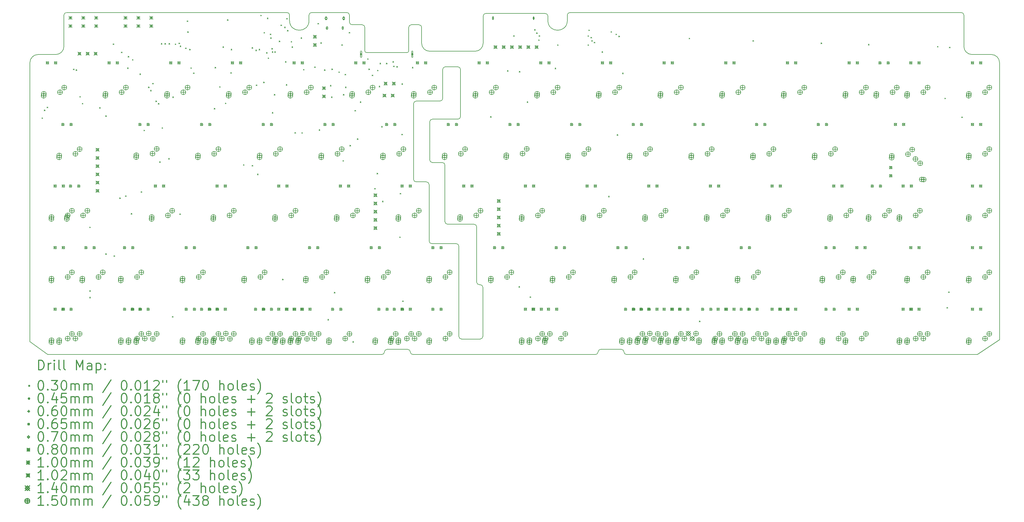
<source format=gbr>
%FSLAX45Y45*%
G04 Gerber Fmt 4.5, Leading zero omitted, Abs format (unit mm)*
G04 Created by KiCad (PCBNEW 4.0.6) date Fri May 19 13:12:57 2017*
%MOMM*%
%LPD*%
G01*
G04 APERTURE LIST*
%ADD10C,0.127000*%
%ADD11C,0.200000*%
%ADD12C,0.300000*%
G04 APERTURE END LIST*
D10*
X22140000Y-16800000D02*
G75*
G02X22060000Y-16880000I-80000J0D01*
G01*
X21400000Y-16800000D02*
G75*
G03X21480000Y-16880000I80000J0D01*
G01*
X21480000Y-16880000D02*
X22060000Y-16880000D01*
X22030000Y-15200000D02*
X22060000Y-15200000D01*
X22140000Y-15280000D02*
G75*
G03X22060000Y-15200000I-80000J0D01*
G01*
X21950000Y-15120000D02*
G75*
G03X22030000Y-15200000I80000J0D01*
G01*
X21950000Y-13410000D02*
G75*
G03X21870000Y-13330000I-80000J0D01*
G01*
X20970000Y-13250000D02*
G75*
G03X21050000Y-13330000I80000J0D01*
G01*
X20970000Y-11500000D02*
G75*
G03X20890000Y-11420000I-80000J0D01*
G01*
X20500000Y-11340000D02*
G75*
G03X20580000Y-11420000I80000J0D01*
G01*
X20580000Y-10080000D02*
G75*
G03X20500000Y-10160000I0J-80000D01*
G01*
X21370000Y-10080000D02*
G75*
G03X21450000Y-10000000I0J80000D01*
G01*
X26500000Y-17280000D02*
G75*
G03X26580000Y-17360000I80000J0D01*
G01*
X26500000Y-17280000D02*
G75*
G03X26420000Y-17200000I-80000J0D01*
G01*
X25700000Y-17280000D02*
G75*
G02X25780000Y-17200000I80000J0D01*
G01*
X25700000Y-17280000D02*
G75*
G02X25620000Y-17360000I-80000J0D01*
G01*
X37000000Y-6860000D02*
G75*
G03X36920000Y-6780000I-80000J0D01*
G01*
X38100000Y-8330000D02*
G75*
G03X37850000Y-8080000I-250000J0D01*
G01*
X37000000Y-7830000D02*
G75*
G03X37250000Y-8080000I250000J0D01*
G01*
X24830000Y-6780000D02*
G75*
G03X24750000Y-6860000I0J-80000D01*
G01*
X24150000Y-6890000D02*
G75*
G03X24070000Y-6810000I-80000J0D01*
G01*
X22230000Y-6810000D02*
G75*
G03X22150000Y-6890000I0J-80000D01*
G01*
X19800000Y-8020000D02*
G75*
G03X19850000Y-7970000I0J50000D01*
G01*
X18495000Y-7970000D02*
G75*
G03X18545000Y-8020000I50000J0D01*
G01*
X20250000Y-7240000D02*
G75*
G03X20170000Y-7160000I-80000J0D01*
G01*
X19930000Y-7160000D02*
G75*
G03X19850000Y-7240000I0J-80000D01*
G01*
X18495000Y-7240000D02*
G75*
G03X18415000Y-7160000I-80000J0D01*
G01*
X18020000Y-7080000D02*
G75*
G03X18100000Y-7160000I80000J0D01*
G01*
X18020000Y-6860000D02*
G75*
G03X17940000Y-6780000I-80000J0D01*
G01*
X16850000Y-6780000D02*
G75*
G03X16770000Y-6860000I0J-80000D01*
G01*
X16170000Y-6860000D02*
G75*
G03X16090000Y-6780000I-80000J0D01*
G01*
X9280000Y-6780000D02*
G75*
G03X9200000Y-6860000I0J-80000D01*
G01*
X8400000Y-8080000D02*
G75*
G03X8150000Y-8330000I0J-250000D01*
G01*
X8950000Y-8080000D02*
G75*
G03X9200000Y-7830000I0J250000D01*
G01*
X19100000Y-17280000D02*
G75*
G02X19020000Y-17360000I-80000J0D01*
G01*
X19100000Y-17280000D02*
G75*
G02X19180000Y-17200000I80000J0D01*
G01*
X19900000Y-17280000D02*
G75*
G03X19820000Y-17200000I-80000J0D01*
G01*
X19900000Y-17280000D02*
G75*
G03X19980000Y-17360000I80000J0D01*
G01*
X21400000Y-14010000D02*
G75*
G03X21320000Y-13930000I-80000J0D01*
G01*
X20480000Y-13850000D02*
G75*
G03X20560000Y-13930000I80000J0D01*
G01*
X20480000Y-12100000D02*
G75*
G03X20400000Y-12020000I-80000J0D01*
G01*
X20000000Y-11940000D02*
G75*
G03X20080000Y-12020000I80000J0D01*
G01*
X20080000Y-9520000D02*
G75*
G03X20000000Y-9600000I0J-80000D01*
G01*
X20820000Y-9520000D02*
G75*
G03X20900000Y-9440000I0J80000D01*
G01*
X21450000Y-8540000D02*
G75*
G03X21370000Y-8460000I-80000J0D01*
G01*
X20980000Y-8460000D02*
G75*
G03X20900000Y-8540000I0J-80000D01*
G01*
X21900000Y-7980000D02*
G75*
G03X22150000Y-7730000I0J250000D01*
G01*
X20250000Y-7730000D02*
G75*
G03X20500000Y-7980000I250000J0D01*
G01*
X24070000Y-6810000D02*
X22230000Y-6810000D01*
X24750000Y-7030000D02*
X24750000Y-6860000D01*
X24150000Y-7030000D02*
G75*
G03X24750000Y-7030000I300000J0D01*
G01*
X24150000Y-7030000D02*
X24150000Y-6890000D01*
X9280000Y-6780000D02*
X16090000Y-6780000D01*
X16170000Y-7030000D02*
X16170000Y-6860000D01*
X16770000Y-7030000D02*
X16770000Y-6860000D01*
X16170000Y-7030000D02*
G75*
G03X16770000Y-7030000I300000J0D01*
G01*
X8150000Y-16960000D02*
X8700000Y-17360000D01*
X19980000Y-17360000D02*
X25620000Y-17360000D01*
X19180000Y-17200000D02*
X19820000Y-17200000D01*
X25780000Y-17200000D02*
X26420000Y-17200000D01*
X8150000Y-8330000D02*
X8150000Y-16960000D01*
X8950000Y-8080000D02*
X8400000Y-8080000D01*
X9200000Y-6860000D02*
X9200000Y-7830000D01*
X37250000Y-8080000D02*
X37850000Y-8080000D01*
X37000000Y-6860000D02*
X37000000Y-7830000D01*
X24830000Y-6780000D02*
X36920000Y-6780000D01*
X22150000Y-7730000D02*
X22150000Y-6890000D01*
X20500000Y-7980000D02*
X21900000Y-7980000D01*
X20250000Y-7240000D02*
X20250000Y-7730000D01*
X19930000Y-7160000D02*
X20170000Y-7160000D01*
X19850000Y-7970000D02*
X19850000Y-7240000D01*
X18545000Y-8020000D02*
X19800000Y-8020000D01*
X18495000Y-7240000D02*
X18495000Y-7970000D01*
X18100000Y-7160000D02*
X18415000Y-7160000D01*
X18020000Y-6860000D02*
X18020000Y-7080000D01*
X16850000Y-6780000D02*
X17940000Y-6780000D01*
X20980000Y-8460000D02*
X21370000Y-8460000D01*
X20400000Y-12020000D02*
X20080000Y-12020000D01*
X8700000Y-17360000D02*
X19020000Y-17360000D01*
X21400000Y-14010000D02*
X21400000Y-16800000D01*
X20560000Y-13930000D02*
X21320000Y-13930000D01*
X20480000Y-12100000D02*
X20480000Y-13850000D01*
X20000000Y-9600000D02*
X20000000Y-11940000D01*
X20820000Y-9520000D02*
X20080000Y-9520000D01*
X20900000Y-8540000D02*
X20900000Y-9440000D01*
X38100000Y-16900000D02*
X37420000Y-17360000D01*
X38100000Y-16900000D02*
X38100000Y-8330000D01*
X26580000Y-17360000D02*
X37420000Y-17360000D01*
X22140000Y-15280000D02*
X22140000Y-16800000D01*
X21950000Y-13410000D02*
X21950000Y-15120000D01*
X21050000Y-13330000D02*
X21870000Y-13330000D01*
X20970000Y-11500000D02*
X20970000Y-13250000D01*
X20580000Y-11420000D02*
X20890000Y-11420000D01*
X20500000Y-10160000D02*
X20500000Y-11340000D01*
X21370000Y-10080000D02*
X20580000Y-10080000D01*
X21450000Y-8540000D02*
X21450000Y-10000000D01*
D11*
X8519160Y-10030460D02*
X8549640Y-10060940D01*
X8549640Y-10030460D02*
X8519160Y-10060940D01*
X8590280Y-9790430D02*
X8620760Y-9820910D01*
X8620760Y-9790430D02*
X8590280Y-9820910D01*
X8675370Y-9701530D02*
X8705850Y-9732010D01*
X8705850Y-9701530D02*
X8675370Y-9732010D01*
X9489367Y-8524167D02*
X9519847Y-8554647D01*
X9519847Y-8524167D02*
X9489367Y-8554647D01*
X9573260Y-8544560D02*
X9603740Y-8575040D01*
X9603740Y-8544560D02*
X9573260Y-8575040D01*
X9687560Y-9370060D02*
X9718040Y-9400540D01*
X9718040Y-9370060D02*
X9687560Y-9400540D01*
X9763760Y-9583419D02*
X9794240Y-9613899D01*
X9794240Y-9583419D02*
X9763760Y-9613899D01*
X9992360Y-13408660D02*
X10022840Y-13439140D01*
X10022840Y-13408660D02*
X9992360Y-13439140D01*
X9992360Y-15377160D02*
X10022840Y-15407640D01*
X10022840Y-15377160D02*
X9992360Y-15407640D01*
X9992360Y-15580360D02*
X10022840Y-15610840D01*
X10022840Y-15580360D02*
X9992360Y-15610840D01*
X10297160Y-9712960D02*
X10327640Y-9743440D01*
X10327640Y-9712960D02*
X10297160Y-9743440D01*
X10485122Y-9966960D02*
X10515602Y-9997440D01*
X10515602Y-9966960D02*
X10485122Y-9997440D01*
X10487660Y-14234160D02*
X10518140Y-14264640D01*
X10518140Y-14234160D02*
X10487660Y-14264640D01*
X10716260Y-7744460D02*
X10746740Y-7774940D01*
X10746740Y-7744460D02*
X10716260Y-7774940D01*
X10741660Y-14297660D02*
X10772140Y-14328140D01*
X10772140Y-14297660D02*
X10741660Y-14328140D01*
X10919460Y-12506960D02*
X10949940Y-12537440D01*
X10949940Y-12506960D02*
X10919460Y-12537440D01*
X10970260Y-7998460D02*
X11000740Y-8028940D01*
X11000740Y-7998460D02*
X10970260Y-8028940D01*
X11097260Y-12443460D02*
X11127740Y-12473940D01*
X11127740Y-12443460D02*
X11097260Y-12473940D01*
X11160760Y-8485021D02*
X11191240Y-8515501D01*
X11191240Y-8485021D02*
X11160760Y-8515501D01*
X11183078Y-8133083D02*
X11213558Y-8163563D01*
X11213558Y-8133083D02*
X11183078Y-8163563D01*
X11275060Y-12989560D02*
X11305540Y-13020040D01*
X11305540Y-12989560D02*
X11275060Y-13020040D01*
X11313160Y-8227060D02*
X11343640Y-8257540D01*
X11343640Y-8227060D02*
X11313160Y-8257540D01*
X11541760Y-8671560D02*
X11572240Y-8702040D01*
X11572240Y-8671560D02*
X11541760Y-8702040D01*
X11579860Y-12316460D02*
X11610340Y-12346940D01*
X11610340Y-12316460D02*
X11579860Y-12346940D01*
X11668760Y-10411460D02*
X11699240Y-10441940D01*
X11699240Y-10411460D02*
X11668760Y-10441940D01*
X11808460Y-9077960D02*
X11838940Y-9108440D01*
X11838940Y-9077960D02*
X11808460Y-9108440D01*
X11871960Y-9179560D02*
X11902440Y-9210040D01*
X11902440Y-9179560D02*
X11871960Y-9210040D01*
X11935460Y-8963660D02*
X11965940Y-8994140D01*
X11965940Y-8963660D02*
X11935460Y-8994140D01*
X12037060Y-9509760D02*
X12067540Y-9540240D01*
X12067540Y-9509760D02*
X12037060Y-9540240D01*
X12113260Y-9585960D02*
X12143740Y-9616440D01*
X12143740Y-9585960D02*
X12113260Y-9616440D01*
X12151360Y-11389360D02*
X12181840Y-11419840D01*
X12181840Y-11389360D02*
X12151360Y-11419840D01*
X12202160Y-7731760D02*
X12232640Y-7762240D01*
X12232640Y-7731760D02*
X12202160Y-7762240D01*
X12227560Y-10335260D02*
X12258040Y-10365740D01*
X12258040Y-10335260D02*
X12227560Y-10365740D01*
X12316460Y-7731760D02*
X12346940Y-7762240D01*
X12346940Y-7731760D02*
X12316460Y-7762240D01*
X12430760Y-11287760D02*
X12461240Y-11318240D01*
X12461240Y-11287760D02*
X12430760Y-11318240D01*
X12443460Y-7731760D02*
X12473940Y-7762240D01*
X12473940Y-7731760D02*
X12443460Y-7762240D01*
X12545060Y-16177260D02*
X12575540Y-16207740D01*
X12575540Y-16177260D02*
X12545060Y-16207740D01*
X12555219Y-9382760D02*
X12585699Y-9413240D01*
X12585699Y-9382760D02*
X12555219Y-9413240D01*
X12633960Y-7744460D02*
X12664440Y-7774940D01*
X12664440Y-7744460D02*
X12633960Y-7774940D01*
X12748260Y-7719060D02*
X12778740Y-7749540D01*
X12778740Y-7719060D02*
X12748260Y-7749540D01*
X12773660Y-13002260D02*
X12804140Y-13032740D01*
X12804140Y-13002260D02*
X12773660Y-13032740D01*
X12786360Y-7807960D02*
X12816840Y-7838440D01*
X12816840Y-7807960D02*
X12786360Y-7838440D01*
X12951460Y-7871460D02*
X12981940Y-7901940D01*
X12981940Y-7871460D02*
X12951460Y-7901940D01*
X13002260Y-7033260D02*
X13032740Y-7063740D01*
X13032740Y-7033260D02*
X13002260Y-7063740D01*
X13019966Y-7368466D02*
X13050446Y-7398946D01*
X13050446Y-7368466D02*
X13019966Y-7398946D01*
X13078460Y-7909560D02*
X13108940Y-7940040D01*
X13108940Y-7909560D02*
X13078460Y-7940040D01*
X13116560Y-8481060D02*
X13147040Y-8511540D01*
X13147040Y-8481060D02*
X13116560Y-8511540D01*
X13196570Y-8643620D02*
X13227050Y-8674100D01*
X13227050Y-8643620D02*
X13196570Y-8674100D01*
X13840460Y-9738360D02*
X13870940Y-9768840D01*
X13870940Y-9738360D02*
X13840460Y-9768840D01*
X13865860Y-8468360D02*
X13896340Y-8498840D01*
X13896340Y-8468360D02*
X13865860Y-8498840D01*
X14005560Y-9065260D02*
X14036040Y-9095740D01*
X14036040Y-9065260D02*
X14005560Y-9095740D01*
X14107160Y-7833360D02*
X14137640Y-7863840D01*
X14137640Y-7833360D02*
X14107160Y-7863840D01*
X14183360Y-9573260D02*
X14213840Y-9603740D01*
X14213840Y-9573260D02*
X14183360Y-9603740D01*
X14246860Y-6995160D02*
X14277340Y-7025640D01*
X14277340Y-6995160D02*
X14246860Y-7025640D01*
X14348460Y-8633460D02*
X14378940Y-8663940D01*
X14378940Y-8633460D02*
X14348460Y-8663940D01*
X14361160Y-7909560D02*
X14391640Y-7940040D01*
X14391640Y-7909560D02*
X14361160Y-7940040D01*
X14742160Y-11478260D02*
X14772640Y-11508740D01*
X14772640Y-11478260D02*
X14742160Y-11508740D01*
X15008860Y-7858760D02*
X15039340Y-7889240D01*
X15039340Y-7858760D02*
X15008860Y-7889240D01*
X15008860Y-11503660D02*
X15039340Y-11534140D01*
X15039340Y-11503660D02*
X15008860Y-11534140D01*
X15123160Y-7934960D02*
X15153640Y-7965440D01*
X15153640Y-7934960D02*
X15123160Y-7965440D01*
X15135860Y-9014460D02*
X15166340Y-9044940D01*
X15166340Y-9014460D02*
X15135860Y-9044940D01*
X15173960Y-11770360D02*
X15204440Y-11800840D01*
X15204440Y-11770360D02*
X15173960Y-11800840D01*
X15224760Y-7909560D02*
X15255240Y-7940040D01*
X15255240Y-7909560D02*
X15224760Y-7940040D01*
X15275560Y-6855460D02*
X15306040Y-6885940D01*
X15306040Y-6855460D02*
X15275560Y-6885940D01*
X15364460Y-8925560D02*
X15394940Y-8956040D01*
X15394940Y-8925560D02*
X15364460Y-8956040D01*
X15377160Y-7388860D02*
X15407640Y-7419340D01*
X15407640Y-7388860D02*
X15377160Y-7419340D01*
X15453360Y-8011160D02*
X15483840Y-8041640D01*
X15483840Y-8011160D02*
X15453360Y-8041640D01*
X15478760Y-6944360D02*
X15509240Y-6974840D01*
X15509240Y-6944360D02*
X15478760Y-6974840D01*
X15504160Y-8176260D02*
X15534640Y-8206740D01*
X15534640Y-8176260D02*
X15504160Y-8206740D01*
X15567660Y-7439660D02*
X15598140Y-7470140D01*
X15598140Y-7439660D02*
X15567660Y-7470140D01*
X15580360Y-7553960D02*
X15610840Y-7584440D01*
X15610840Y-7553960D02*
X15580360Y-7584440D01*
X15618460Y-7884160D02*
X15648940Y-7914640D01*
X15648940Y-7884160D02*
X15618460Y-7914640D01*
X15631160Y-7985760D02*
X15661640Y-8016240D01*
X15661640Y-7985760D02*
X15631160Y-8016240D01*
X15631160Y-9865360D02*
X15661640Y-9895840D01*
X15661640Y-9865360D02*
X15631160Y-9895840D01*
X15694660Y-9306560D02*
X15725140Y-9337040D01*
X15725140Y-9306560D02*
X15694660Y-9337040D01*
X15707360Y-7985760D02*
X15737840Y-8016240D01*
X15737840Y-7985760D02*
X15707360Y-8016240D01*
X15847060Y-7655560D02*
X15877540Y-7686040D01*
X15877540Y-7655560D02*
X15847060Y-7686040D01*
X15897860Y-7160260D02*
X15928340Y-7190740D01*
X15928340Y-7160260D02*
X15897860Y-7190740D01*
X15948660Y-15021560D02*
X15979140Y-15052040D01*
X15979140Y-15021560D02*
X15948660Y-15052040D01*
X16012160Y-7223760D02*
X16042640Y-7254240D01*
X16042640Y-7223760D02*
X16012160Y-7254240D01*
X16037560Y-8290560D02*
X16068040Y-8321040D01*
X16068040Y-8290560D02*
X16037560Y-8321040D01*
X16062960Y-9001760D02*
X16093440Y-9032240D01*
X16093440Y-9001760D02*
X16062960Y-9032240D01*
X16075660Y-6957060D02*
X16106140Y-6987540D01*
X16106140Y-6957060D02*
X16075660Y-6987540D01*
X16101060Y-7325360D02*
X16131540Y-7355840D01*
X16131540Y-7325360D02*
X16101060Y-7355840D01*
X16215360Y-7668260D02*
X16245840Y-7698740D01*
X16245840Y-7668260D02*
X16215360Y-7698740D01*
X16240760Y-7833360D02*
X16271240Y-7863840D01*
X16271240Y-7833360D02*
X16240760Y-7863840D01*
X16329660Y-10487660D02*
X16360140Y-10518140D01*
X16360140Y-10487660D02*
X16329660Y-10518140D01*
X16520160Y-7553960D02*
X16550640Y-7584440D01*
X16550640Y-7553960D02*
X16520160Y-7584440D01*
X16545560Y-10487660D02*
X16576040Y-10518140D01*
X16576040Y-10487660D02*
X16545560Y-10518140D01*
X16596360Y-8531861D02*
X16626840Y-8562341D01*
X16626840Y-8531861D02*
X16596360Y-8562341D01*
X16939259Y-8455660D02*
X16969739Y-8486140D01*
X16969739Y-8455660D02*
X16939259Y-8486140D01*
X17040860Y-7109460D02*
X17071340Y-7139940D01*
X17071340Y-7109460D02*
X17040860Y-7139940D01*
X17078960Y-10398760D02*
X17109440Y-10429240D01*
X17109440Y-10398760D02*
X17078960Y-10429240D01*
X17129760Y-7706360D02*
X17160240Y-7736840D01*
X17160240Y-7706360D02*
X17129760Y-7736840D01*
X17244060Y-8544560D02*
X17274540Y-8575040D01*
X17274540Y-8544560D02*
X17244060Y-8575040D01*
X17348202Y-16266160D02*
X17378682Y-16296640D01*
X17378682Y-16266160D02*
X17348202Y-16296640D01*
X17424402Y-9027160D02*
X17454882Y-9057640D01*
X17454882Y-9027160D02*
X17424402Y-9057640D01*
X17459960Y-9382760D02*
X17490440Y-9413240D01*
X17490440Y-9382760D02*
X17459960Y-9413240D01*
X17472660Y-8519160D02*
X17503140Y-8549640D01*
X17503140Y-8519160D02*
X17472660Y-8549640D01*
X17548860Y-15427960D02*
X17579340Y-15458440D01*
X17579340Y-15427960D02*
X17548860Y-15458440D01*
X17688560Y-8608060D02*
X17719040Y-8638540D01*
X17719040Y-8608060D02*
X17688560Y-8638540D01*
X17777460Y-7769860D02*
X17807940Y-7800340D01*
X17807940Y-7769860D02*
X17777460Y-7800340D01*
X17815560Y-11351260D02*
X17846040Y-11381740D01*
X17846040Y-11351260D02*
X17815560Y-11381740D01*
X17827879Y-9306942D02*
X17858359Y-9337422D01*
X17858359Y-9306942D02*
X17827879Y-9337422D01*
X17879060Y-8684260D02*
X17909540Y-8714740D01*
X17909540Y-8684260D02*
X17879060Y-8714740D01*
X17891760Y-9077960D02*
X17922240Y-9108440D01*
X17922240Y-9077960D02*
X17891760Y-9108440D01*
X18006060Y-7388860D02*
X18036540Y-7419340D01*
X18036540Y-7388860D02*
X18006060Y-7419340D01*
X18031460Y-10881360D02*
X18061940Y-10911840D01*
X18061940Y-10881360D02*
X18031460Y-10911840D01*
X18120360Y-16951960D02*
X18150840Y-16982440D01*
X18150840Y-16951960D02*
X18120360Y-16982440D01*
X18183860Y-9801860D02*
X18214340Y-9832340D01*
X18214340Y-9801860D02*
X18183860Y-9832340D01*
X18260060Y-10678160D02*
X18290540Y-10708640D01*
X18290540Y-10678160D02*
X18260060Y-10708640D01*
X18348960Y-9535160D02*
X18379440Y-9565640D01*
X18379440Y-9535160D02*
X18348960Y-9565640D01*
X18577560Y-8201660D02*
X18608040Y-8232140D01*
X18608040Y-8201660D02*
X18577560Y-8232140D01*
X18615660Y-8519160D02*
X18646140Y-8549640D01*
X18646140Y-8519160D02*
X18615660Y-8549640D01*
X18717260Y-8709660D02*
X18747740Y-8740140D01*
X18747740Y-8709660D02*
X18717260Y-8740140D01*
X18793460Y-12214860D02*
X18823940Y-12245340D01*
X18823940Y-12214860D02*
X18793460Y-12245340D01*
X18869660Y-11744960D02*
X18900140Y-11775440D01*
X18900140Y-11744960D02*
X18869660Y-11775440D01*
X18882360Y-8557260D02*
X18912840Y-8587740D01*
X18912840Y-8557260D02*
X18882360Y-8587740D01*
X18933160Y-9052560D02*
X18963640Y-9083040D01*
X18963640Y-9052560D02*
X18933160Y-9083040D01*
X18958560Y-8341360D02*
X18989040Y-8371840D01*
X18989040Y-8341360D02*
X18958560Y-8371840D01*
X19009360Y-10297160D02*
X19039840Y-10327640D01*
X19039840Y-10297160D02*
X19009360Y-10327640D01*
X19034760Y-12608560D02*
X19065240Y-12639040D01*
X19065240Y-12608560D02*
X19034760Y-12639040D01*
X19155460Y-8342860D02*
X19185940Y-8373340D01*
X19185940Y-8342860D02*
X19155460Y-8373340D01*
X19355460Y-8292860D02*
X19385940Y-8323340D01*
X19385940Y-8292860D02*
X19355460Y-8323340D01*
X19377660Y-8430260D02*
X19408140Y-8460740D01*
X19408140Y-8430260D02*
X19377660Y-8460740D01*
X19480460Y-8442860D02*
X19510940Y-8473340D01*
X19510940Y-8442860D02*
X19480460Y-8473340D01*
X19568160Y-13713460D02*
X19598640Y-13743940D01*
X19598640Y-13713460D02*
X19568160Y-13743940D01*
X19580860Y-12367260D02*
X19611340Y-12397740D01*
X19611340Y-12367260D02*
X19580860Y-12397740D01*
X19631660Y-10538460D02*
X19662140Y-10568940D01*
X19662140Y-10538460D02*
X19631660Y-10568940D01*
X19634201Y-8976360D02*
X19664681Y-9006840D01*
X19664681Y-8976360D02*
X19634201Y-9006840D01*
X19657060Y-15694660D02*
X19687540Y-15725140D01*
X19687540Y-15694660D02*
X19657060Y-15725140D01*
X19955460Y-8467860D02*
X19985940Y-8498340D01*
X19985940Y-8467860D02*
X19955460Y-8498340D01*
X22374860Y-9992360D02*
X22405340Y-10022840D01*
X22405340Y-9992360D02*
X22374860Y-10022840D01*
X22895560Y-8569960D02*
X22926040Y-8600440D01*
X22926040Y-8569960D02*
X22895560Y-8600440D01*
X23086060Y-7490460D02*
X23116540Y-7520940D01*
X23116540Y-7490460D02*
X23086060Y-7520940D01*
X23251160Y-15250160D02*
X23281640Y-15280640D01*
X23281640Y-15250160D02*
X23251160Y-15280640D01*
X23263860Y-8595360D02*
X23294340Y-8625840D01*
X23294340Y-8595360D02*
X23263860Y-8625840D01*
X23505160Y-9535160D02*
X23535640Y-9565640D01*
X23535640Y-9535160D02*
X23505160Y-9565640D01*
X23594060Y-15567660D02*
X23624540Y-15598140D01*
X23624540Y-15567660D02*
X23594060Y-15598140D01*
X23733760Y-7299960D02*
X23764240Y-7330440D01*
X23764240Y-7299960D02*
X23733760Y-7330440D01*
X23797260Y-7401560D02*
X23827740Y-7432040D01*
X23827740Y-7401560D02*
X23797260Y-7432040D01*
X23860760Y-7617460D02*
X23891240Y-7647940D01*
X23891240Y-7617460D02*
X23860760Y-7647940D01*
X23873460Y-7490460D02*
X23903940Y-7520940D01*
X23903940Y-7490460D02*
X23873460Y-7520940D01*
X24368760Y-8493760D02*
X24399240Y-8524240D01*
X24399240Y-8493760D02*
X24368760Y-8524240D01*
X24444960Y-7769860D02*
X24475440Y-7800340D01*
X24475440Y-7769860D02*
X24444960Y-7800340D01*
X25384760Y-7490460D02*
X25415240Y-7520940D01*
X25415240Y-7490460D02*
X25384760Y-7520940D01*
X25384760Y-7770260D02*
X25415240Y-7800740D01*
X25415240Y-7770260D02*
X25384760Y-7800740D01*
X25410160Y-7312660D02*
X25440640Y-7343140D01*
X25440640Y-7312660D02*
X25410160Y-7343140D01*
X25473660Y-7541260D02*
X25504140Y-7571740D01*
X25504140Y-7541260D02*
X25473660Y-7571740D01*
X25499060Y-7642860D02*
X25529540Y-7673340D01*
X25529540Y-7642860D02*
X25499060Y-7673340D01*
X25575260Y-7693660D02*
X25605740Y-7724140D01*
X25605740Y-7693660D02*
X25575260Y-7724140D01*
X25816560Y-7985760D02*
X25847040Y-8016240D01*
X25847040Y-7985760D02*
X25816560Y-8016240D01*
X26019760Y-12456160D02*
X26050240Y-12486640D01*
X26050240Y-12456160D02*
X26019760Y-12486640D01*
X26095960Y-7363460D02*
X26126440Y-7393940D01*
X26126440Y-7363460D02*
X26095960Y-7393940D01*
X26248360Y-7439660D02*
X26278840Y-7470140D01*
X26278840Y-7439660D02*
X26248360Y-7470140D01*
X26286460Y-10551160D02*
X26316940Y-10581640D01*
X26316940Y-10551160D02*
X26286460Y-10581640D01*
X26337260Y-7503160D02*
X26367740Y-7533640D01*
X26367740Y-7503160D02*
X26337260Y-7533640D01*
X26451560Y-8646160D02*
X26482040Y-8676640D01*
X26482040Y-8646160D02*
X26451560Y-8676640D01*
X27086560Y-14386560D02*
X27117040Y-14417040D01*
X27117040Y-14386560D02*
X27086560Y-14417040D01*
X28508960Y-7566660D02*
X28539440Y-7597140D01*
X28539440Y-7566660D02*
X28508960Y-7597140D01*
X28826460Y-16316960D02*
X28856940Y-16347440D01*
X28856940Y-16316960D02*
X28826460Y-16347440D01*
X30477460Y-7642860D02*
X30507940Y-7673340D01*
X30507940Y-7642860D02*
X30477460Y-7673340D01*
X32585660Y-7716919D02*
X32616140Y-7747399D01*
X32616140Y-7716919D02*
X32585660Y-7747399D01*
X34046160Y-7757160D02*
X34076640Y-7787640D01*
X34076640Y-7757160D02*
X34046160Y-7787640D01*
X36179760Y-7820660D02*
X36210240Y-7851140D01*
X36210240Y-7820660D02*
X36179760Y-7851140D01*
X36408360Y-9420860D02*
X36438840Y-9451340D01*
X36438840Y-9420860D02*
X36408360Y-9451340D01*
X36471860Y-15897860D02*
X36502340Y-15928340D01*
X36502340Y-15897860D02*
X36471860Y-15928340D01*
X36522660Y-15415260D02*
X36553140Y-15445740D01*
X36553140Y-15415260D02*
X36522660Y-15445740D01*
X36548060Y-7846060D02*
X36578540Y-7876540D01*
X36578540Y-7846060D02*
X36548060Y-7876540D01*
X36929060Y-10005060D02*
X36959540Y-10035540D01*
X36959540Y-10005060D02*
X36929060Y-10035540D01*
X22477500Y-6954000D02*
G75*
G03X22477500Y-6954000I-22500J0D01*
G01*
X22442500Y-6911500D02*
X22442500Y-6996500D01*
X22467500Y-6911500D02*
X22467500Y-6996500D01*
X22442500Y-6996500D02*
G75*
G03X22467500Y-6996500I12500J0D01*
G01*
X22467500Y-6911500D02*
G75*
G03X22442500Y-6911500I-12500J0D01*
G01*
X23732500Y-6954000D02*
G75*
G03X23732500Y-6954000I-22500J0D01*
G01*
X23697500Y-6916500D02*
X23697500Y-6991500D01*
X23722500Y-6916500D02*
X23722500Y-6991500D01*
X23697500Y-6991500D02*
G75*
G03X23722500Y-6991500I12500J0D01*
G01*
X23722500Y-6916500D02*
G75*
G03X23697500Y-6916500I-12500J0D01*
G01*
X18380000Y-8040000D02*
X18380000Y-8100000D01*
X18350000Y-8070000D02*
X18410000Y-8070000D01*
X18360000Y-7990000D02*
X18360000Y-8150000D01*
X18400000Y-7990000D02*
X18400000Y-8150000D01*
X18360000Y-8150000D02*
G75*
G03X18400000Y-8150000I20000J0D01*
G01*
X18400000Y-7990000D02*
G75*
G03X18360000Y-7990000I-20000J0D01*
G01*
X19960000Y-8040000D02*
X19960000Y-8100000D01*
X19930000Y-8070000D02*
X19990000Y-8070000D01*
X19940000Y-7990000D02*
X19940000Y-8150000D01*
X19980000Y-7990000D02*
X19980000Y-8150000D01*
X19940000Y-8150000D02*
G75*
G03X19980000Y-8150000I20000J0D01*
G01*
X19980000Y-7990000D02*
G75*
G03X19940000Y-7990000I-20000J0D01*
G01*
X17350481Y-7282981D02*
X17350481Y-7237019D01*
X17304519Y-7237019D01*
X17304519Y-7282981D01*
X17350481Y-7282981D01*
X17305000Y-7240000D02*
X17305000Y-7280000D01*
X17350000Y-7240000D02*
X17350000Y-7280000D01*
X17305000Y-7280000D02*
G75*
G03X17350000Y-7280000I22500J0D01*
G01*
X17350000Y-7240000D02*
G75*
G03X17305000Y-7240000I-22500J0D01*
G01*
X17835481Y-7282981D02*
X17835481Y-7237019D01*
X17789519Y-7237019D01*
X17789519Y-7282981D01*
X17835481Y-7282981D01*
X17790000Y-7240000D02*
X17790000Y-7280000D01*
X17835000Y-7240000D02*
X17835000Y-7280000D01*
X17790000Y-7280000D02*
G75*
G03X17835000Y-7280000I22500J0D01*
G01*
X17835000Y-7240000D02*
G75*
G03X17790000Y-7240000I-22500J0D01*
G01*
X17297500Y-6995000D02*
X17332500Y-6960000D01*
X17297500Y-6925000D01*
X17262500Y-6960000D01*
X17297500Y-6995000D01*
X17272500Y-6935000D02*
X17272500Y-6985000D01*
X17322500Y-6935000D02*
X17322500Y-6985000D01*
X17272500Y-6985000D02*
G75*
G03X17322500Y-6985000I25000J0D01*
G01*
X17322500Y-6935000D02*
G75*
G03X17272500Y-6935000I-25000J0D01*
G01*
X17842500Y-6995000D02*
X17877500Y-6960000D01*
X17842500Y-6925000D01*
X17807500Y-6960000D01*
X17842500Y-6995000D01*
X17817500Y-6935000D02*
X17817500Y-6985000D01*
X17867500Y-6935000D02*
X17867500Y-6985000D01*
X17817500Y-6985000D02*
G75*
G03X17867500Y-6985000I25000J0D01*
G01*
X17867500Y-6935000D02*
G75*
G03X17817500Y-6935000I-25000J0D01*
G01*
X8650610Y-8298820D02*
X8730610Y-8378820D01*
X8730610Y-8298820D02*
X8650610Y-8378820D01*
X8730610Y-8338820D02*
G75*
G03X8730610Y-8338820I-40000J0D01*
G01*
X8888710Y-12108820D02*
X8968710Y-12188820D01*
X8968710Y-12108820D02*
X8888710Y-12188820D01*
X8968710Y-12148820D02*
G75*
G03X8968710Y-12148820I-40000J0D01*
G01*
X8888710Y-14013820D02*
X8968710Y-14093820D01*
X8968710Y-14013820D02*
X8888710Y-14093820D01*
X8968710Y-14053820D02*
G75*
G03X8968710Y-14053820I-40000J0D01*
G01*
X8888710Y-15918820D02*
X8968710Y-15998820D01*
X8968710Y-15918820D02*
X8888710Y-15998820D01*
X8968710Y-15958820D02*
G75*
G03X8968710Y-15958820I-40000J0D01*
G01*
X8904610Y-8298820D02*
X8984610Y-8378820D01*
X8984610Y-8298820D02*
X8904610Y-8378820D01*
X8984610Y-8338820D02*
G75*
G03X8984610Y-8338820I-40000J0D01*
G01*
X9126910Y-10203820D02*
X9206910Y-10283820D01*
X9206910Y-10203820D02*
X9126910Y-10283820D01*
X9206910Y-10243820D02*
G75*
G03X9206910Y-10243820I-40000J0D01*
G01*
X9126910Y-15918820D02*
X9206910Y-15998820D01*
X9206910Y-15918820D02*
X9126910Y-15998820D01*
X9206910Y-15958820D02*
G75*
G03X9206910Y-15958820I-40000J0D01*
G01*
X9142710Y-12108820D02*
X9222710Y-12188820D01*
X9222710Y-12108820D02*
X9142710Y-12188820D01*
X9222710Y-12148820D02*
G75*
G03X9222710Y-12148820I-40000J0D01*
G01*
X9142710Y-14013820D02*
X9222710Y-14093820D01*
X9222710Y-14013820D02*
X9142710Y-14093820D01*
X9222710Y-14053820D02*
G75*
G03X9222710Y-14053820I-40000J0D01*
G01*
X9142710Y-15918820D02*
X9222710Y-15998820D01*
X9222710Y-15918820D02*
X9142710Y-15998820D01*
X9222710Y-15958820D02*
G75*
G03X9222710Y-15958820I-40000J0D01*
G01*
X9365010Y-12108820D02*
X9445010Y-12188820D01*
X9445010Y-12108820D02*
X9365010Y-12188820D01*
X9445010Y-12148820D02*
G75*
G03X9445010Y-12148820I-40000J0D01*
G01*
X9380910Y-10203820D02*
X9460910Y-10283820D01*
X9460910Y-10203820D02*
X9380910Y-10283820D01*
X9460910Y-10243820D02*
G75*
G03X9460910Y-10243820I-40000J0D01*
G01*
X9380910Y-15918820D02*
X9460910Y-15998820D01*
X9460910Y-15918820D02*
X9380910Y-15998820D01*
X9460910Y-15958820D02*
G75*
G03X9460910Y-15958820I-40000J0D01*
G01*
X9619010Y-12108820D02*
X9699010Y-12188820D01*
X9699010Y-12108820D02*
X9619010Y-12188820D01*
X9699010Y-12148820D02*
G75*
G03X9699010Y-12148820I-40000J0D01*
G01*
X9841210Y-14013820D02*
X9921210Y-14093820D01*
X9921210Y-14013820D02*
X9841210Y-14093820D01*
X9921210Y-14053820D02*
G75*
G03X9921210Y-14053820I-40000J0D01*
G01*
X10095210Y-14013820D02*
X10175210Y-14093820D01*
X10175210Y-14013820D02*
X10095210Y-14093820D01*
X10175210Y-14053820D02*
G75*
G03X10175210Y-14053820I-40000J0D01*
G01*
X10555660Y-8298820D02*
X10635660Y-8378820D01*
X10635660Y-8298820D02*
X10555660Y-8378820D01*
X10635660Y-8338820D02*
G75*
G03X10635660Y-8338820I-40000J0D01*
G01*
X10809660Y-8298820D02*
X10889660Y-8378820D01*
X10889660Y-8298820D02*
X10809660Y-8378820D01*
X10889660Y-8338820D02*
G75*
G03X10889660Y-8338820I-40000J0D01*
G01*
X11031910Y-14013820D02*
X11111910Y-14093820D01*
X11111910Y-14013820D02*
X11031910Y-14093820D01*
X11111910Y-14053820D02*
G75*
G03X11111910Y-14053820I-40000J0D01*
G01*
X11031910Y-15918820D02*
X11111910Y-15998820D01*
X11111910Y-15918820D02*
X11031910Y-15998820D01*
X11111910Y-15958820D02*
G75*
G03X11111910Y-15958820I-40000J0D01*
G01*
X11270010Y-15918820D02*
X11350010Y-15998820D01*
X11350010Y-15918820D02*
X11270010Y-15998820D01*
X11350010Y-15958820D02*
G75*
G03X11350010Y-15958820I-40000J0D01*
G01*
X11285910Y-14013820D02*
X11365910Y-14093820D01*
X11365910Y-14013820D02*
X11285910Y-14093820D01*
X11365910Y-14053820D02*
G75*
G03X11365910Y-14053820I-40000J0D01*
G01*
X11285910Y-15918820D02*
X11365910Y-15998820D01*
X11365910Y-15918820D02*
X11285910Y-15998820D01*
X11365910Y-15958820D02*
G75*
G03X11365910Y-15958820I-40000J0D01*
G01*
X11508110Y-10203820D02*
X11588110Y-10283820D01*
X11588110Y-10203820D02*
X11508110Y-10283820D01*
X11588110Y-10243820D02*
G75*
G03X11588110Y-10243820I-40000J0D01*
G01*
X11508110Y-15918820D02*
X11588110Y-15998820D01*
X11588110Y-15918820D02*
X11508110Y-15998820D01*
X11588110Y-15958820D02*
G75*
G03X11588110Y-15958820I-40000J0D01*
G01*
X11524010Y-15918820D02*
X11604010Y-15998820D01*
X11604010Y-15918820D02*
X11524010Y-15998820D01*
X11604010Y-15958820D02*
G75*
G03X11604010Y-15958820I-40000J0D01*
G01*
X11762110Y-10203820D02*
X11842110Y-10283820D01*
X11842110Y-10203820D02*
X11762110Y-10283820D01*
X11842110Y-10243820D02*
G75*
G03X11842110Y-10243820I-40000J0D01*
G01*
X11762110Y-15918820D02*
X11842110Y-15998820D01*
X11842110Y-15918820D02*
X11762110Y-15998820D01*
X11842110Y-15958820D02*
G75*
G03X11842110Y-15958820I-40000J0D01*
G01*
X11984410Y-12108820D02*
X12064410Y-12188820D01*
X12064410Y-12108820D02*
X11984410Y-12188820D01*
X12064410Y-12148820D02*
G75*
G03X12064410Y-12148820I-40000J0D01*
G01*
X12238410Y-12108820D02*
X12318410Y-12188820D01*
X12318410Y-12108820D02*
X12238410Y-12188820D01*
X12318410Y-12148820D02*
G75*
G03X12318410Y-12148820I-40000J0D01*
G01*
X12460610Y-8298820D02*
X12540610Y-8378820D01*
X12540610Y-8298820D02*
X12460610Y-8378820D01*
X12540610Y-8338820D02*
G75*
G03X12540610Y-8338820I-40000J0D01*
G01*
X12714610Y-8298820D02*
X12794610Y-8378820D01*
X12794610Y-8298820D02*
X12714610Y-8378820D01*
X12794610Y-8338820D02*
G75*
G03X12794610Y-8338820I-40000J0D01*
G01*
X12936810Y-14013820D02*
X13016810Y-14093820D01*
X13016810Y-14013820D02*
X12936810Y-14093820D01*
X13016810Y-14053820D02*
G75*
G03X13016810Y-14053820I-40000J0D01*
G01*
X12936810Y-15918820D02*
X13016810Y-15998820D01*
X13016810Y-15918820D02*
X12936810Y-15998820D01*
X13016810Y-15958820D02*
G75*
G03X13016810Y-15958820I-40000J0D01*
G01*
X13190810Y-14013820D02*
X13270810Y-14093820D01*
X13270810Y-14013820D02*
X13190810Y-14093820D01*
X13270810Y-14053820D02*
G75*
G03X13270810Y-14053820I-40000J0D01*
G01*
X13190810Y-15918820D02*
X13270810Y-15998820D01*
X13270810Y-15918820D02*
X13190810Y-15998820D01*
X13270810Y-15958820D02*
G75*
G03X13270810Y-15958820I-40000J0D01*
G01*
X13413110Y-10203820D02*
X13493110Y-10283820D01*
X13493110Y-10203820D02*
X13413110Y-10283820D01*
X13493110Y-10243820D02*
G75*
G03X13493110Y-10243820I-40000J0D01*
G01*
X13413110Y-15918820D02*
X13493110Y-15998820D01*
X13493110Y-15918820D02*
X13413110Y-15998820D01*
X13493110Y-15958820D02*
G75*
G03X13493110Y-15958820I-40000J0D01*
G01*
X13651210Y-15918820D02*
X13731210Y-15998820D01*
X13731210Y-15918820D02*
X13651210Y-15998820D01*
X13731210Y-15958820D02*
G75*
G03X13731210Y-15958820I-40000J0D01*
G01*
X13667110Y-10203820D02*
X13747110Y-10283820D01*
X13747110Y-10203820D02*
X13667110Y-10283820D01*
X13747110Y-10243820D02*
G75*
G03X13747110Y-10243820I-40000J0D01*
G01*
X13667110Y-15918820D02*
X13747110Y-15998820D01*
X13747110Y-15918820D02*
X13667110Y-15998820D01*
X13747110Y-15958820D02*
G75*
G03X13747110Y-15958820I-40000J0D01*
G01*
X13889410Y-12108820D02*
X13969410Y-12188820D01*
X13969410Y-12108820D02*
X13889410Y-12188820D01*
X13969410Y-12148820D02*
G75*
G03X13969410Y-12148820I-40000J0D01*
G01*
X13889410Y-15918820D02*
X13969410Y-15998820D01*
X13969410Y-15918820D02*
X13889410Y-15998820D01*
X13969410Y-15958820D02*
G75*
G03X13969410Y-15958820I-40000J0D01*
G01*
X13905210Y-15918820D02*
X13985210Y-15998820D01*
X13985210Y-15918820D02*
X13905210Y-15998820D01*
X13985210Y-15958820D02*
G75*
G03X13985210Y-15958820I-40000J0D01*
G01*
X14143410Y-12108820D02*
X14223410Y-12188820D01*
X14223410Y-12108820D02*
X14143410Y-12188820D01*
X14223410Y-12148820D02*
G75*
G03X14223410Y-12148820I-40000J0D01*
G01*
X14143410Y-15918820D02*
X14223410Y-15998820D01*
X14223410Y-15918820D02*
X14143410Y-15998820D01*
X14223410Y-15958820D02*
G75*
G03X14223410Y-15958820I-40000J0D01*
G01*
X14365610Y-8298820D02*
X14445610Y-8378820D01*
X14445610Y-8298820D02*
X14365610Y-8378820D01*
X14445610Y-8338820D02*
G75*
G03X14445610Y-8338820I-40000J0D01*
G01*
X14619610Y-8298820D02*
X14699610Y-8378820D01*
X14699610Y-8298820D02*
X14619610Y-8378820D01*
X14699610Y-8338820D02*
G75*
G03X14699610Y-8338820I-40000J0D01*
G01*
X14841810Y-14013820D02*
X14921810Y-14093820D01*
X14921810Y-14013820D02*
X14841810Y-14093820D01*
X14921810Y-14053820D02*
G75*
G03X14921810Y-14053820I-40000J0D01*
G01*
X15080010Y-15918820D02*
X15160010Y-15998820D01*
X15160010Y-15918820D02*
X15080010Y-15998820D01*
X15160010Y-15958820D02*
G75*
G03X15160010Y-15958820I-40000J0D01*
G01*
X15095810Y-14013820D02*
X15175810Y-14093820D01*
X15175810Y-14013820D02*
X15095810Y-14093820D01*
X15175810Y-14053820D02*
G75*
G03X15175810Y-14053820I-40000J0D01*
G01*
X15318110Y-10203820D02*
X15398110Y-10283820D01*
X15398110Y-10203820D02*
X15318110Y-10283820D01*
X15398110Y-10243820D02*
G75*
G03X15398110Y-10243820I-40000J0D01*
G01*
X15318110Y-15918820D02*
X15398110Y-15998820D01*
X15398110Y-15918820D02*
X15318110Y-15998820D01*
X15398110Y-15958820D02*
G75*
G03X15398110Y-15958820I-40000J0D01*
G01*
X15334010Y-15918820D02*
X15414010Y-15998820D01*
X15414010Y-15918820D02*
X15334010Y-15998820D01*
X15414010Y-15958820D02*
G75*
G03X15414010Y-15958820I-40000J0D01*
G01*
X15572110Y-10203820D02*
X15652110Y-10283820D01*
X15652110Y-10203820D02*
X15572110Y-10283820D01*
X15652110Y-10243820D02*
G75*
G03X15652110Y-10243820I-40000J0D01*
G01*
X15572110Y-15918820D02*
X15652110Y-15998820D01*
X15652110Y-15918820D02*
X15572110Y-15998820D01*
X15652110Y-15958820D02*
G75*
G03X15652110Y-15958820I-40000J0D01*
G01*
X15794410Y-12108820D02*
X15874410Y-12188820D01*
X15874410Y-12108820D02*
X15794410Y-12188820D01*
X15874410Y-12148820D02*
G75*
G03X15874410Y-12148820I-40000J0D01*
G01*
X15794410Y-15918820D02*
X15874410Y-15998820D01*
X15874410Y-15918820D02*
X15794410Y-15998820D01*
X15874410Y-15958820D02*
G75*
G03X15874410Y-15958820I-40000J0D01*
G01*
X16032510Y-15918820D02*
X16112510Y-15998820D01*
X16112510Y-15918820D02*
X16032510Y-15998820D01*
X16112510Y-15958820D02*
G75*
G03X16112510Y-15958820I-40000J0D01*
G01*
X16048410Y-12108820D02*
X16128410Y-12188820D01*
X16128410Y-12108820D02*
X16048410Y-12188820D01*
X16128410Y-12148820D02*
G75*
G03X16128410Y-12148820I-40000J0D01*
G01*
X16048410Y-15918820D02*
X16128410Y-15998820D01*
X16128410Y-15918820D02*
X16048410Y-15998820D01*
X16128410Y-15958820D02*
G75*
G03X16128410Y-15958820I-40000J0D01*
G01*
X16270610Y-8298820D02*
X16350610Y-8378820D01*
X16350610Y-8298820D02*
X16270610Y-8378820D01*
X16350610Y-8338820D02*
G75*
G03X16350610Y-8338820I-40000J0D01*
G01*
X16270610Y-15918820D02*
X16350610Y-15998820D01*
X16350610Y-15918820D02*
X16270610Y-15998820D01*
X16350610Y-15958820D02*
G75*
G03X16350610Y-15958820I-40000J0D01*
G01*
X16286510Y-15918820D02*
X16366510Y-15998820D01*
X16366510Y-15918820D02*
X16286510Y-15998820D01*
X16366510Y-15958820D02*
G75*
G03X16366510Y-15958820I-40000J0D01*
G01*
X16508710Y-15918820D02*
X16588710Y-15998820D01*
X16588710Y-15918820D02*
X16508710Y-15998820D01*
X16588710Y-15958820D02*
G75*
G03X16588710Y-15958820I-40000J0D01*
G01*
X16524610Y-8298820D02*
X16604610Y-8378820D01*
X16604610Y-8298820D02*
X16524610Y-8378820D01*
X16604610Y-8338820D02*
G75*
G03X16604610Y-8338820I-40000J0D01*
G01*
X16524610Y-15918820D02*
X16604610Y-15998820D01*
X16604610Y-15918820D02*
X16524610Y-15998820D01*
X16604610Y-15958820D02*
G75*
G03X16604610Y-15958820I-40000J0D01*
G01*
X16746910Y-14013820D02*
X16826910Y-14093820D01*
X16826910Y-14013820D02*
X16746910Y-14093820D01*
X16826910Y-14053820D02*
G75*
G03X16826910Y-14053820I-40000J0D01*
G01*
X16762710Y-15918820D02*
X16842710Y-15998820D01*
X16842710Y-15918820D02*
X16762710Y-15998820D01*
X16842710Y-15958820D02*
G75*
G03X16842710Y-15958820I-40000J0D01*
G01*
X17000910Y-14013820D02*
X17080910Y-14093820D01*
X17080910Y-14013820D02*
X17000910Y-14093820D01*
X17080910Y-14053820D02*
G75*
G03X17080910Y-14053820I-40000J0D01*
G01*
X17223110Y-10203820D02*
X17303110Y-10283820D01*
X17303110Y-10203820D02*
X17223110Y-10283820D01*
X17303110Y-10243820D02*
G75*
G03X17303110Y-10243820I-40000J0D01*
G01*
X17461210Y-15918820D02*
X17541210Y-15998820D01*
X17541210Y-15918820D02*
X17461210Y-15998820D01*
X17541210Y-15958820D02*
G75*
G03X17541210Y-15958820I-40000J0D01*
G01*
X17477110Y-10203820D02*
X17557110Y-10283820D01*
X17557110Y-10203820D02*
X17477110Y-10283820D01*
X17557110Y-10243820D02*
G75*
G03X17557110Y-10243820I-40000J0D01*
G01*
X17699310Y-12108820D02*
X17779310Y-12188820D01*
X17779310Y-12108820D02*
X17699310Y-12188820D01*
X17779310Y-12148820D02*
G75*
G03X17779310Y-12148820I-40000J0D01*
G01*
X17715210Y-15918820D02*
X17795210Y-15998820D01*
X17795210Y-15918820D02*
X17715210Y-15998820D01*
X17795210Y-15958820D02*
G75*
G03X17795210Y-15958820I-40000J0D01*
G01*
X17953310Y-12108820D02*
X18033310Y-12188820D01*
X18033310Y-12108820D02*
X17953310Y-12188820D01*
X18033310Y-12148820D02*
G75*
G03X18033310Y-12148820I-40000J0D01*
G01*
X18175610Y-8298820D02*
X18255610Y-8378820D01*
X18255610Y-8298820D02*
X18175610Y-8378820D01*
X18255610Y-8338820D02*
G75*
G03X18255610Y-8338820I-40000J0D01*
G01*
X18429610Y-8298820D02*
X18509610Y-8378820D01*
X18509610Y-8298820D02*
X18429610Y-8378820D01*
X18509610Y-8338820D02*
G75*
G03X18509610Y-8338820I-40000J0D01*
G01*
X18651810Y-14013820D02*
X18731810Y-14093820D01*
X18731810Y-14013820D02*
X18651810Y-14093820D01*
X18731810Y-14053820D02*
G75*
G03X18731810Y-14053820I-40000J0D01*
G01*
X18890010Y-15918820D02*
X18970010Y-15998820D01*
X18970010Y-15918820D02*
X18890010Y-15998820D01*
X18970010Y-15958820D02*
G75*
G03X18970010Y-15958820I-40000J0D01*
G01*
X18905810Y-14013820D02*
X18985810Y-14093820D01*
X18985810Y-14013820D02*
X18905810Y-14093820D01*
X18985810Y-14053820D02*
G75*
G03X18985810Y-14053820I-40000J0D01*
G01*
X19128110Y-10203820D02*
X19208110Y-10283820D01*
X19208110Y-10203820D02*
X19128110Y-10283820D01*
X19208110Y-10243820D02*
G75*
G03X19208110Y-10243820I-40000J0D01*
G01*
X19144010Y-15918820D02*
X19224010Y-15998820D01*
X19224010Y-15918820D02*
X19144010Y-15998820D01*
X19224010Y-15958820D02*
G75*
G03X19224010Y-15958820I-40000J0D01*
G01*
X19366210Y-15918820D02*
X19446210Y-15998820D01*
X19446210Y-15918820D02*
X19366210Y-15998820D01*
X19446210Y-15958820D02*
G75*
G03X19446210Y-15958820I-40000J0D01*
G01*
X19382110Y-10203820D02*
X19462110Y-10283820D01*
X19462110Y-10203820D02*
X19382110Y-10283820D01*
X19462110Y-10243820D02*
G75*
G03X19462110Y-10243820I-40000J0D01*
G01*
X19604310Y-12108820D02*
X19684310Y-12188820D01*
X19684310Y-12108820D02*
X19604310Y-12188820D01*
X19684310Y-12148820D02*
G75*
G03X19684310Y-12148820I-40000J0D01*
G01*
X19604310Y-15918820D02*
X19684310Y-15998820D01*
X19684310Y-15918820D02*
X19604310Y-15998820D01*
X19684310Y-15958820D02*
G75*
G03X19684310Y-15958820I-40000J0D01*
G01*
X19620210Y-15918820D02*
X19700210Y-15998820D01*
X19700210Y-15918820D02*
X19620210Y-15998820D01*
X19700210Y-15958820D02*
G75*
G03X19700210Y-15958820I-40000J0D01*
G01*
X19858310Y-12108820D02*
X19938310Y-12188820D01*
X19938310Y-12108820D02*
X19858310Y-12188820D01*
X19938310Y-12148820D02*
G75*
G03X19938310Y-12148820I-40000J0D01*
G01*
X19858310Y-15918820D02*
X19938310Y-15998820D01*
X19938310Y-15918820D02*
X19858310Y-15998820D01*
X19938310Y-15958820D02*
G75*
G03X19938310Y-15958820I-40000J0D01*
G01*
X20080610Y-8298820D02*
X20160610Y-8378820D01*
X20160610Y-8298820D02*
X20080610Y-8378820D01*
X20160610Y-8338820D02*
G75*
G03X20160610Y-8338820I-40000J0D01*
G01*
X20334610Y-8298820D02*
X20414610Y-8378820D01*
X20414610Y-8298820D02*
X20334610Y-8378820D01*
X20414610Y-8338820D02*
G75*
G03X20414610Y-8338820I-40000J0D01*
G01*
X20556810Y-14013820D02*
X20636810Y-14093820D01*
X20636810Y-14013820D02*
X20556810Y-14093820D01*
X20636810Y-14053820D02*
G75*
G03X20636810Y-14053820I-40000J0D01*
G01*
X20556810Y-15918820D02*
X20636810Y-15998820D01*
X20636810Y-15918820D02*
X20556810Y-15998820D01*
X20636810Y-15958820D02*
G75*
G03X20636810Y-15958820I-40000J0D01*
G01*
X20810810Y-14013820D02*
X20890810Y-14093820D01*
X20890810Y-14013820D02*
X20810810Y-14093820D01*
X20890810Y-14053820D02*
G75*
G03X20890810Y-14053820I-40000J0D01*
G01*
X20810810Y-15918820D02*
X20890810Y-15998820D01*
X20890810Y-15918820D02*
X20810810Y-15998820D01*
X20890810Y-15958820D02*
G75*
G03X20890810Y-15958820I-40000J0D01*
G01*
X21033110Y-10203820D02*
X21113110Y-10283820D01*
X21113110Y-10203820D02*
X21033110Y-10283820D01*
X21113110Y-10243820D02*
G75*
G03X21113110Y-10243820I-40000J0D01*
G01*
X21287110Y-10203820D02*
X21367110Y-10283820D01*
X21367110Y-10203820D02*
X21287110Y-10283820D01*
X21367110Y-10243820D02*
G75*
G03X21367110Y-10243820I-40000J0D01*
G01*
X21509310Y-12108820D02*
X21589310Y-12188820D01*
X21589310Y-12108820D02*
X21509310Y-12188820D01*
X21589310Y-12148820D02*
G75*
G03X21589310Y-12148820I-40000J0D01*
G01*
X21763310Y-12108820D02*
X21843310Y-12188820D01*
X21843310Y-12108820D02*
X21763310Y-12188820D01*
X21843310Y-12148820D02*
G75*
G03X21843310Y-12148820I-40000J0D01*
G01*
X21985610Y-8298820D02*
X22065610Y-8378820D01*
X22065610Y-8298820D02*
X21985610Y-8378820D01*
X22065610Y-8338820D02*
G75*
G03X22065610Y-8338820I-40000J0D01*
G01*
X22239610Y-8298820D02*
X22319610Y-8378820D01*
X22319610Y-8298820D02*
X22239610Y-8378820D01*
X22319610Y-8338820D02*
G75*
G03X22319610Y-8338820I-40000J0D01*
G01*
X22461910Y-14013820D02*
X22541910Y-14093820D01*
X22541910Y-14013820D02*
X22461910Y-14093820D01*
X22541910Y-14053820D02*
G75*
G03X22541910Y-14053820I-40000J0D01*
G01*
X22715910Y-14013820D02*
X22795910Y-14093820D01*
X22795910Y-14013820D02*
X22715910Y-14093820D01*
X22795910Y-14053820D02*
G75*
G03X22795910Y-14053820I-40000J0D01*
G01*
X22938110Y-10203820D02*
X23018110Y-10283820D01*
X23018110Y-10203820D02*
X22938110Y-10283820D01*
X23018110Y-10243820D02*
G75*
G03X23018110Y-10243820I-40000J0D01*
G01*
X23192110Y-10203820D02*
X23272110Y-10283820D01*
X23272110Y-10203820D02*
X23192110Y-10283820D01*
X23272110Y-10243820D02*
G75*
G03X23272110Y-10243820I-40000J0D01*
G01*
X23414410Y-12108820D02*
X23494410Y-12188820D01*
X23494410Y-12108820D02*
X23414410Y-12188820D01*
X23494410Y-12148820D02*
G75*
G03X23494410Y-12148820I-40000J0D01*
G01*
X23414410Y-15918820D02*
X23494410Y-15998820D01*
X23494410Y-15918820D02*
X23414410Y-15998820D01*
X23494410Y-15958820D02*
G75*
G03X23494410Y-15958820I-40000J0D01*
G01*
X23652510Y-15918820D02*
X23732510Y-15998820D01*
X23732510Y-15918820D02*
X23652510Y-15998820D01*
X23732510Y-15958820D02*
G75*
G03X23732510Y-15958820I-40000J0D01*
G01*
X23668410Y-12108820D02*
X23748410Y-12188820D01*
X23748410Y-12108820D02*
X23668410Y-12188820D01*
X23748410Y-12148820D02*
G75*
G03X23748410Y-12148820I-40000J0D01*
G01*
X23668410Y-15918820D02*
X23748410Y-15998820D01*
X23748410Y-15918820D02*
X23668410Y-15998820D01*
X23748410Y-15958820D02*
G75*
G03X23748410Y-15958820I-40000J0D01*
G01*
X23890610Y-8298820D02*
X23970610Y-8378820D01*
X23970610Y-8298820D02*
X23890610Y-8378820D01*
X23970610Y-8338820D02*
G75*
G03X23970610Y-8338820I-40000J0D01*
G01*
X23906510Y-15918820D02*
X23986510Y-15998820D01*
X23986510Y-15918820D02*
X23906510Y-15998820D01*
X23986510Y-15958820D02*
G75*
G03X23986510Y-15958820I-40000J0D01*
G01*
X24128710Y-15918820D02*
X24208710Y-15998820D01*
X24208710Y-15918820D02*
X24128710Y-15998820D01*
X24208710Y-15958820D02*
G75*
G03X24208710Y-15958820I-40000J0D01*
G01*
X24144610Y-8298820D02*
X24224610Y-8378820D01*
X24224610Y-8298820D02*
X24144610Y-8378820D01*
X24224610Y-8338820D02*
G75*
G03X24224610Y-8338820I-40000J0D01*
G01*
X24366910Y-14013820D02*
X24446910Y-14093820D01*
X24446910Y-14013820D02*
X24366910Y-14093820D01*
X24446910Y-14053820D02*
G75*
G03X24446910Y-14053820I-40000J0D01*
G01*
X24382710Y-15918820D02*
X24462710Y-15998820D01*
X24462710Y-15918820D02*
X24382710Y-15998820D01*
X24462710Y-15958820D02*
G75*
G03X24462710Y-15958820I-40000J0D01*
G01*
X24620910Y-14013820D02*
X24700910Y-14093820D01*
X24700910Y-14013820D02*
X24620910Y-14093820D01*
X24700910Y-14053820D02*
G75*
G03X24700910Y-14053820I-40000J0D01*
G01*
X24843110Y-10203820D02*
X24923110Y-10283820D01*
X24923110Y-10203820D02*
X24843110Y-10283820D01*
X24923110Y-10243820D02*
G75*
G03X24923110Y-10243820I-40000J0D01*
G01*
X25097110Y-10203820D02*
X25177110Y-10283820D01*
X25177110Y-10203820D02*
X25097110Y-10283820D01*
X25177110Y-10243820D02*
G75*
G03X25177110Y-10243820I-40000J0D01*
G01*
X25319410Y-12108820D02*
X25399410Y-12188820D01*
X25399410Y-12108820D02*
X25319410Y-12188820D01*
X25399410Y-12148820D02*
G75*
G03X25399410Y-12148820I-40000J0D01*
G01*
X25573410Y-12108820D02*
X25653410Y-12188820D01*
X25653410Y-12108820D02*
X25573410Y-12188820D01*
X25653410Y-12148820D02*
G75*
G03X25653410Y-12148820I-40000J0D01*
G01*
X25795610Y-8298820D02*
X25875610Y-8378820D01*
X25875610Y-8298820D02*
X25795610Y-8378820D01*
X25875610Y-8338820D02*
G75*
G03X25875610Y-8338820I-40000J0D01*
G01*
X26049610Y-8298820D02*
X26129610Y-8378820D01*
X26129610Y-8298820D02*
X26049610Y-8378820D01*
X26129610Y-8338820D02*
G75*
G03X26129610Y-8338820I-40000J0D01*
G01*
X26271810Y-14013820D02*
X26351810Y-14093820D01*
X26351810Y-14013820D02*
X26271810Y-14093820D01*
X26351810Y-14053820D02*
G75*
G03X26351810Y-14053820I-40000J0D01*
G01*
X26510010Y-15918820D02*
X26590010Y-15998820D01*
X26590010Y-15918820D02*
X26510010Y-15998820D01*
X26590010Y-15958820D02*
G75*
G03X26590010Y-15958820I-40000J0D01*
G01*
X26525810Y-14013820D02*
X26605810Y-14093820D01*
X26605810Y-14013820D02*
X26525810Y-14093820D01*
X26605810Y-14053820D02*
G75*
G03X26605810Y-14053820I-40000J0D01*
G01*
X26748110Y-10203820D02*
X26828110Y-10283820D01*
X26828110Y-10203820D02*
X26748110Y-10283820D01*
X26828110Y-10243820D02*
G75*
G03X26828110Y-10243820I-40000J0D01*
G01*
X26748110Y-15918820D02*
X26828110Y-15998820D01*
X26828110Y-15918820D02*
X26748110Y-15998820D01*
X26828110Y-15958820D02*
G75*
G03X26828110Y-15958820I-40000J0D01*
G01*
X26764010Y-15918820D02*
X26844010Y-15998820D01*
X26844010Y-15918820D02*
X26764010Y-15998820D01*
X26844010Y-15958820D02*
G75*
G03X26844010Y-15958820I-40000J0D01*
G01*
X26986210Y-15918820D02*
X27066210Y-15998820D01*
X27066210Y-15918820D02*
X26986210Y-15998820D01*
X27066210Y-15958820D02*
G75*
G03X27066210Y-15958820I-40000J0D01*
G01*
X27002110Y-10203820D02*
X27082110Y-10283820D01*
X27082110Y-10203820D02*
X27002110Y-10283820D01*
X27082110Y-10243820D02*
G75*
G03X27082110Y-10243820I-40000J0D01*
G01*
X27002110Y-15918820D02*
X27082110Y-15998820D01*
X27082110Y-15918820D02*
X27002110Y-15998820D01*
X27082110Y-15958820D02*
G75*
G03X27082110Y-15958820I-40000J0D01*
G01*
X27224410Y-12108820D02*
X27304410Y-12188820D01*
X27304410Y-12108820D02*
X27224410Y-12188820D01*
X27304410Y-12148820D02*
G75*
G03X27304410Y-12148820I-40000J0D01*
G01*
X27224410Y-15918820D02*
X27304410Y-15998820D01*
X27304410Y-15918820D02*
X27224410Y-15998820D01*
X27304410Y-15958820D02*
G75*
G03X27304410Y-15958820I-40000J0D01*
G01*
X27240210Y-15918820D02*
X27320210Y-15998820D01*
X27320210Y-15918820D02*
X27240210Y-15998820D01*
X27320210Y-15958820D02*
G75*
G03X27320210Y-15958820I-40000J0D01*
G01*
X27478410Y-12108820D02*
X27558410Y-12188820D01*
X27558410Y-12108820D02*
X27478410Y-12188820D01*
X27558410Y-12148820D02*
G75*
G03X27558410Y-12148820I-40000J0D01*
G01*
X27478410Y-15918820D02*
X27558410Y-15998820D01*
X27558410Y-15918820D02*
X27478410Y-15998820D01*
X27558410Y-15958820D02*
G75*
G03X27558410Y-15958820I-40000J0D01*
G01*
X27700610Y-8298820D02*
X27780610Y-8378820D01*
X27780610Y-8298820D02*
X27700610Y-8378820D01*
X27780610Y-8338820D02*
G75*
G03X27780610Y-8338820I-40000J0D01*
G01*
X27700610Y-15918820D02*
X27780610Y-15998820D01*
X27780610Y-15918820D02*
X27700610Y-15998820D01*
X27780610Y-15958820D02*
G75*
G03X27780610Y-15958820I-40000J0D01*
G01*
X27938710Y-15918820D02*
X28018710Y-15998820D01*
X28018710Y-15918820D02*
X27938710Y-15998820D01*
X28018710Y-15958820D02*
G75*
G03X28018710Y-15958820I-40000J0D01*
G01*
X27954610Y-8298820D02*
X28034610Y-8378820D01*
X28034610Y-8298820D02*
X27954610Y-8378820D01*
X28034610Y-8338820D02*
G75*
G03X28034610Y-8338820I-40000J0D01*
G01*
X27954610Y-15918820D02*
X28034610Y-15998820D01*
X28034610Y-15918820D02*
X27954610Y-15998820D01*
X28034610Y-15958820D02*
G75*
G03X28034610Y-15958820I-40000J0D01*
G01*
X28176810Y-14013820D02*
X28256810Y-14093820D01*
X28256810Y-14013820D02*
X28176810Y-14093820D01*
X28256810Y-14053820D02*
G75*
G03X28256810Y-14053820I-40000J0D01*
G01*
X28176810Y-15918820D02*
X28256810Y-15998820D01*
X28256810Y-15918820D02*
X28176810Y-15998820D01*
X28256810Y-15958820D02*
G75*
G03X28256810Y-15958820I-40000J0D01*
G01*
X28192710Y-15918820D02*
X28272710Y-15998820D01*
X28272710Y-15918820D02*
X28192710Y-15998820D01*
X28272710Y-15958820D02*
G75*
G03X28272710Y-15958820I-40000J0D01*
G01*
X28430810Y-14013820D02*
X28510810Y-14093820D01*
X28510810Y-14013820D02*
X28430810Y-14093820D01*
X28510810Y-14053820D02*
G75*
G03X28510810Y-14053820I-40000J0D01*
G01*
X28430810Y-15918820D02*
X28510810Y-15998820D01*
X28510810Y-15918820D02*
X28430810Y-15998820D01*
X28510810Y-15958820D02*
G75*
G03X28510810Y-15958820I-40000J0D01*
G01*
X28653110Y-10203820D02*
X28733110Y-10283820D01*
X28733110Y-10203820D02*
X28653110Y-10283820D01*
X28733110Y-10243820D02*
G75*
G03X28733110Y-10243820I-40000J0D01*
G01*
X28891210Y-15918820D02*
X28971210Y-15998820D01*
X28971210Y-15918820D02*
X28891210Y-15998820D01*
X28971210Y-15958820D02*
G75*
G03X28971210Y-15958820I-40000J0D01*
G01*
X28907110Y-10203820D02*
X28987110Y-10283820D01*
X28987110Y-10203820D02*
X28907110Y-10283820D01*
X28987110Y-10243820D02*
G75*
G03X28987110Y-10243820I-40000J0D01*
G01*
X29129410Y-12108820D02*
X29209410Y-12188820D01*
X29209410Y-12108820D02*
X29129410Y-12188820D01*
X29209410Y-12148820D02*
G75*
G03X29209410Y-12148820I-40000J0D01*
G01*
X29145210Y-15918820D02*
X29225210Y-15998820D01*
X29225210Y-15918820D02*
X29145210Y-15998820D01*
X29225210Y-15958820D02*
G75*
G03X29225210Y-15958820I-40000J0D01*
G01*
X29367510Y-15918820D02*
X29447510Y-15998820D01*
X29447510Y-15918820D02*
X29367510Y-15998820D01*
X29447510Y-15958820D02*
G75*
G03X29447510Y-15958820I-40000J0D01*
G01*
X29383410Y-12108820D02*
X29463410Y-12188820D01*
X29463410Y-12108820D02*
X29383410Y-12188820D01*
X29463410Y-12148820D02*
G75*
G03X29463410Y-12148820I-40000J0D01*
G01*
X29605610Y-8298820D02*
X29685610Y-8378820D01*
X29685610Y-8298820D02*
X29605610Y-8378820D01*
X29685610Y-8338820D02*
G75*
G03X29685610Y-8338820I-40000J0D01*
G01*
X29605610Y-15918820D02*
X29685610Y-15998820D01*
X29685610Y-15918820D02*
X29605610Y-15998820D01*
X29685610Y-15958820D02*
G75*
G03X29685610Y-15958820I-40000J0D01*
G01*
X29621510Y-15918820D02*
X29701510Y-15998820D01*
X29701510Y-15918820D02*
X29621510Y-15998820D01*
X29701510Y-15958820D02*
G75*
G03X29701510Y-15958820I-40000J0D01*
G01*
X29859610Y-8298820D02*
X29939610Y-8378820D01*
X29939610Y-8298820D02*
X29859610Y-8378820D01*
X29939610Y-8338820D02*
G75*
G03X29939610Y-8338820I-40000J0D01*
G01*
X29859610Y-15918820D02*
X29939610Y-15998820D01*
X29939610Y-15918820D02*
X29859610Y-15998820D01*
X29939610Y-15958820D02*
G75*
G03X29939610Y-15958820I-40000J0D01*
G01*
X30081910Y-14013820D02*
X30161910Y-14093820D01*
X30161910Y-14013820D02*
X30081910Y-14093820D01*
X30161910Y-14053820D02*
G75*
G03X30161910Y-14053820I-40000J0D01*
G01*
X30081910Y-15918820D02*
X30161910Y-15998820D01*
X30161910Y-15918820D02*
X30081910Y-15998820D01*
X30161910Y-15958820D02*
G75*
G03X30161910Y-15958820I-40000J0D01*
G01*
X30320010Y-15918820D02*
X30400010Y-15998820D01*
X30400010Y-15918820D02*
X30320010Y-15998820D01*
X30400010Y-15958820D02*
G75*
G03X30400010Y-15958820I-40000J0D01*
G01*
X30335910Y-14013820D02*
X30415910Y-14093820D01*
X30415910Y-14013820D02*
X30335910Y-14093820D01*
X30415910Y-14053820D02*
G75*
G03X30415910Y-14053820I-40000J0D01*
G01*
X30335910Y-15918820D02*
X30415910Y-15998820D01*
X30415910Y-15918820D02*
X30335910Y-15998820D01*
X30415910Y-15958820D02*
G75*
G03X30415910Y-15958820I-40000J0D01*
G01*
X30558110Y-10203820D02*
X30638110Y-10283820D01*
X30638110Y-10203820D02*
X30558110Y-10283820D01*
X30638110Y-10243820D02*
G75*
G03X30638110Y-10243820I-40000J0D01*
G01*
X30574010Y-15918820D02*
X30654010Y-15998820D01*
X30654010Y-15918820D02*
X30574010Y-15998820D01*
X30654010Y-15958820D02*
G75*
G03X30654010Y-15958820I-40000J0D01*
G01*
X30812110Y-10203820D02*
X30892110Y-10283820D01*
X30892110Y-10203820D02*
X30812110Y-10283820D01*
X30892110Y-10243820D02*
G75*
G03X30892110Y-10243820I-40000J0D01*
G01*
X31034310Y-12108820D02*
X31114310Y-12188820D01*
X31114310Y-12108820D02*
X31034310Y-12188820D01*
X31114310Y-12148820D02*
G75*
G03X31114310Y-12148820I-40000J0D01*
G01*
X31034310Y-15918820D02*
X31114310Y-15998820D01*
X31114310Y-15918820D02*
X31034310Y-15998820D01*
X31114310Y-15958820D02*
G75*
G03X31114310Y-15958820I-40000J0D01*
G01*
X31272510Y-15918820D02*
X31352510Y-15998820D01*
X31352510Y-15918820D02*
X31272510Y-15998820D01*
X31352510Y-15958820D02*
G75*
G03X31352510Y-15958820I-40000J0D01*
G01*
X31288310Y-12108820D02*
X31368310Y-12188820D01*
X31368310Y-12108820D02*
X31288310Y-12188820D01*
X31368310Y-12148820D02*
G75*
G03X31368310Y-12148820I-40000J0D01*
G01*
X31288310Y-15918820D02*
X31368310Y-15998820D01*
X31368310Y-15918820D02*
X31288310Y-15998820D01*
X31368310Y-15958820D02*
G75*
G03X31368310Y-15958820I-40000J0D01*
G01*
X31510610Y-8298820D02*
X31590610Y-8378820D01*
X31590610Y-8298820D02*
X31510610Y-8378820D01*
X31590610Y-8338820D02*
G75*
G03X31590610Y-8338820I-40000J0D01*
G01*
X31510610Y-15918820D02*
X31590610Y-15998820D01*
X31590610Y-15918820D02*
X31510610Y-15998820D01*
X31590610Y-15958820D02*
G75*
G03X31590610Y-15958820I-40000J0D01*
G01*
X31526510Y-15918820D02*
X31606510Y-15998820D01*
X31606510Y-15918820D02*
X31526510Y-15998820D01*
X31606510Y-15958820D02*
G75*
G03X31606510Y-15958820I-40000J0D01*
G01*
X31764610Y-8298820D02*
X31844610Y-8378820D01*
X31844610Y-8298820D02*
X31764610Y-8378820D01*
X31844610Y-8338820D02*
G75*
G03X31844610Y-8338820I-40000J0D01*
G01*
X31764610Y-15918820D02*
X31844610Y-15998820D01*
X31844610Y-15918820D02*
X31764610Y-15998820D01*
X31844610Y-15958820D02*
G75*
G03X31844610Y-15958820I-40000J0D01*
G01*
X32463110Y-10203820D02*
X32543110Y-10283820D01*
X32543110Y-10203820D02*
X32463110Y-10283820D01*
X32543110Y-10243820D02*
G75*
G03X32543110Y-10243820I-40000J0D01*
G01*
X32701210Y-14013820D02*
X32781210Y-14093820D01*
X32781210Y-14013820D02*
X32701210Y-14093820D01*
X32781210Y-14053820D02*
G75*
G03X32781210Y-14053820I-40000J0D01*
G01*
X32701210Y-15918820D02*
X32781210Y-15998820D01*
X32781210Y-15918820D02*
X32701210Y-15998820D01*
X32781210Y-15958820D02*
G75*
G03X32781210Y-15958820I-40000J0D01*
G01*
X32717110Y-10203820D02*
X32797110Y-10283820D01*
X32797110Y-10203820D02*
X32717110Y-10283820D01*
X32797110Y-10243820D02*
G75*
G03X32797110Y-10243820I-40000J0D01*
G01*
X32939310Y-12108820D02*
X33019310Y-12188820D01*
X33019310Y-12108820D02*
X32939310Y-12188820D01*
X33019310Y-12148820D02*
G75*
G03X33019310Y-12148820I-40000J0D01*
G01*
X32955210Y-14013820D02*
X33035210Y-14093820D01*
X33035210Y-14013820D02*
X32955210Y-14093820D01*
X33035210Y-14053820D02*
G75*
G03X33035210Y-14053820I-40000J0D01*
G01*
X32955210Y-15918820D02*
X33035210Y-15998820D01*
X33035210Y-15918820D02*
X32955210Y-15998820D01*
X33035210Y-15958820D02*
G75*
G03X33035210Y-15958820I-40000J0D01*
G01*
X33193310Y-12108820D02*
X33273310Y-12188820D01*
X33273310Y-12108820D02*
X33193310Y-12188820D01*
X33273310Y-12148820D02*
G75*
G03X33273310Y-12148820I-40000J0D01*
G01*
X33415610Y-8298820D02*
X33495610Y-8378820D01*
X33495610Y-8298820D02*
X33415610Y-8378820D01*
X33495610Y-8338820D02*
G75*
G03X33495610Y-8338820I-40000J0D01*
G01*
X33415610Y-15918820D02*
X33495610Y-15998820D01*
X33495610Y-15918820D02*
X33415610Y-15998820D01*
X33495610Y-15958820D02*
G75*
G03X33495610Y-15958820I-40000J0D01*
G01*
X33653710Y-14013820D02*
X33733710Y-14093820D01*
X33733710Y-14013820D02*
X33653710Y-14093820D01*
X33733710Y-14053820D02*
G75*
G03X33733710Y-14053820I-40000J0D01*
G01*
X33669610Y-8298820D02*
X33749610Y-8378820D01*
X33749610Y-8298820D02*
X33669610Y-8378820D01*
X33749610Y-8338820D02*
G75*
G03X33749610Y-8338820I-40000J0D01*
G01*
X33669610Y-15918820D02*
X33749610Y-15998820D01*
X33749610Y-15918820D02*
X33669610Y-15998820D01*
X33749610Y-15958820D02*
G75*
G03X33749610Y-15958820I-40000J0D01*
G01*
X33907710Y-14013820D02*
X33987710Y-14093820D01*
X33987710Y-14013820D02*
X33907710Y-14093820D01*
X33987710Y-14053820D02*
G75*
G03X33987710Y-14053820I-40000J0D01*
G01*
X34130010Y-12108820D02*
X34210010Y-12188820D01*
X34210010Y-12108820D02*
X34130010Y-12188820D01*
X34210010Y-12148820D02*
G75*
G03X34210010Y-12148820I-40000J0D01*
G01*
X34368110Y-8298820D02*
X34448110Y-8378820D01*
X34448110Y-8298820D02*
X34368110Y-8378820D01*
X34448110Y-8338820D02*
G75*
G03X34448110Y-8338820I-40000J0D01*
G01*
X34384010Y-12108820D02*
X34464010Y-12188820D01*
X34464010Y-12108820D02*
X34384010Y-12188820D01*
X34464010Y-12148820D02*
G75*
G03X34464010Y-12148820I-40000J0D01*
G01*
X34622110Y-8298820D02*
X34702110Y-8378820D01*
X34702110Y-8298820D02*
X34622110Y-8378820D01*
X34702110Y-8338820D02*
G75*
G03X34702110Y-8338820I-40000J0D01*
G01*
X34701510Y-11537320D02*
X34781510Y-11617320D01*
X34781510Y-11537320D02*
X34701510Y-11617320D01*
X34781510Y-11577320D02*
G75*
G03X34781510Y-11577320I-40000J0D01*
G01*
X34701510Y-11791320D02*
X34781510Y-11871320D01*
X34781510Y-11791320D02*
X34701510Y-11871320D01*
X34781510Y-11831320D02*
G75*
G03X34781510Y-11831320I-40000J0D01*
G01*
X34844310Y-10203820D02*
X34924310Y-10283820D01*
X34924310Y-10203820D02*
X34844310Y-10283820D01*
X34924310Y-10243820D02*
G75*
G03X34924310Y-10243820I-40000J0D01*
G01*
X35082510Y-12108820D02*
X35162510Y-12188820D01*
X35162510Y-12108820D02*
X35082510Y-12188820D01*
X35162510Y-12148820D02*
G75*
G03X35162510Y-12148820I-40000J0D01*
G01*
X35082510Y-15918820D02*
X35162510Y-15998820D01*
X35162510Y-15918820D02*
X35082510Y-15998820D01*
X35162510Y-15958820D02*
G75*
G03X35162510Y-15958820I-40000J0D01*
G01*
X35098310Y-10203820D02*
X35178310Y-10283820D01*
X35178310Y-10203820D02*
X35098310Y-10283820D01*
X35178310Y-10243820D02*
G75*
G03X35178310Y-10243820I-40000J0D01*
G01*
X35320610Y-8298820D02*
X35400610Y-8378820D01*
X35400610Y-8298820D02*
X35320610Y-8378820D01*
X35400610Y-8338820D02*
G75*
G03X35400610Y-8338820I-40000J0D01*
G01*
X35320610Y-14013820D02*
X35400610Y-14093820D01*
X35400610Y-14013820D02*
X35320610Y-14093820D01*
X35400610Y-14053820D02*
G75*
G03X35400610Y-14053820I-40000J0D01*
G01*
X35320610Y-15918820D02*
X35400610Y-15998820D01*
X35400610Y-15918820D02*
X35320610Y-15998820D01*
X35400610Y-15958820D02*
G75*
G03X35400610Y-15958820I-40000J0D01*
G01*
X35336510Y-12108820D02*
X35416510Y-12188820D01*
X35416510Y-12108820D02*
X35336510Y-12188820D01*
X35416510Y-12148820D02*
G75*
G03X35416510Y-12148820I-40000J0D01*
G01*
X35336510Y-15918820D02*
X35416510Y-15998820D01*
X35416510Y-15918820D02*
X35336510Y-15998820D01*
X35416510Y-15958820D02*
G75*
G03X35416510Y-15958820I-40000J0D01*
G01*
X35574610Y-8298820D02*
X35654610Y-8378820D01*
X35654610Y-8298820D02*
X35574610Y-8378820D01*
X35654610Y-8338820D02*
G75*
G03X35654610Y-8338820I-40000J0D01*
G01*
X35574610Y-14013820D02*
X35654610Y-14093820D01*
X35654610Y-14013820D02*
X35574610Y-14093820D01*
X35654610Y-14053820D02*
G75*
G03X35654610Y-14053820I-40000J0D01*
G01*
X35574610Y-15918820D02*
X35654610Y-15998820D01*
X35654610Y-15918820D02*
X35574610Y-15998820D01*
X35654610Y-15958820D02*
G75*
G03X35654610Y-15958820I-40000J0D01*
G01*
X37225610Y-8298820D02*
X37305610Y-8378820D01*
X37305610Y-8298820D02*
X37225610Y-8378820D01*
X37305610Y-8338820D02*
G75*
G03X37305610Y-8338820I-40000J0D01*
G01*
X37225610Y-10203820D02*
X37305610Y-10283820D01*
X37305610Y-10203820D02*
X37225610Y-10283820D01*
X37305610Y-10243820D02*
G75*
G03X37305610Y-10243820I-40000J0D01*
G01*
X37225610Y-12108820D02*
X37305610Y-12188820D01*
X37305610Y-12108820D02*
X37225610Y-12188820D01*
X37305610Y-12148820D02*
G75*
G03X37305610Y-12148820I-40000J0D01*
G01*
X37225610Y-14013820D02*
X37305610Y-14093820D01*
X37305610Y-14013820D02*
X37225610Y-14093820D01*
X37305610Y-14053820D02*
G75*
G03X37305610Y-14053820I-40000J0D01*
G01*
X37225610Y-15918820D02*
X37305610Y-15998820D01*
X37305610Y-15918820D02*
X37225610Y-15998820D01*
X37305610Y-15958820D02*
G75*
G03X37305610Y-15958820I-40000J0D01*
G01*
X37479610Y-8298820D02*
X37559610Y-8378820D01*
X37559610Y-8298820D02*
X37479610Y-8378820D01*
X37559610Y-8338820D02*
G75*
G03X37559610Y-8338820I-40000J0D01*
G01*
X37479610Y-10203820D02*
X37559610Y-10283820D01*
X37559610Y-10203820D02*
X37479610Y-10283820D01*
X37559610Y-10243820D02*
G75*
G03X37559610Y-10243820I-40000J0D01*
G01*
X37479610Y-12108820D02*
X37559610Y-12188820D01*
X37559610Y-12108820D02*
X37479610Y-12188820D01*
X37559610Y-12148820D02*
G75*
G03X37559610Y-12148820I-40000J0D01*
G01*
X37479610Y-14013820D02*
X37559610Y-14093820D01*
X37559610Y-14013820D02*
X37479610Y-14093820D01*
X37559610Y-14053820D02*
G75*
G03X37559610Y-14053820I-40000J0D01*
G01*
X37479610Y-15918820D02*
X37559610Y-15998820D01*
X37559610Y-15918820D02*
X37479610Y-15998820D01*
X37559610Y-15958820D02*
G75*
G03X37559610Y-15958820I-40000J0D01*
G01*
X9349962Y-6895962D02*
X9450038Y-6996038D01*
X9450038Y-6895962D02*
X9349962Y-6996038D01*
X9400000Y-6895962D02*
X9400000Y-6996038D01*
X9349962Y-6946000D02*
X9450038Y-6946000D01*
X9349962Y-7149962D02*
X9450038Y-7250038D01*
X9450038Y-7149962D02*
X9349962Y-7250038D01*
X9400000Y-7149962D02*
X9400000Y-7250038D01*
X9349962Y-7200000D02*
X9450038Y-7200000D01*
X9749962Y-6895962D02*
X9850038Y-6996038D01*
X9850038Y-6895962D02*
X9749962Y-6996038D01*
X9800000Y-6895962D02*
X9800000Y-6996038D01*
X9749962Y-6946000D02*
X9850038Y-6946000D01*
X9749962Y-7149962D02*
X9850038Y-7250038D01*
X9850038Y-7149962D02*
X9749962Y-7250038D01*
X9800000Y-7149962D02*
X9800000Y-7250038D01*
X9749962Y-7200000D02*
X9850038Y-7200000D01*
X10149962Y-6895962D02*
X10250038Y-6996038D01*
X10250038Y-6895962D02*
X10149962Y-6996038D01*
X10200000Y-6895962D02*
X10200000Y-6996038D01*
X10149962Y-6946000D02*
X10250038Y-6946000D01*
X10149962Y-7149962D02*
X10250038Y-7250038D01*
X10250038Y-7149962D02*
X10149962Y-7250038D01*
X10200000Y-7149962D02*
X10200000Y-7250038D01*
X10149962Y-7200000D02*
X10250038Y-7200000D01*
X11049962Y-6895962D02*
X11150038Y-6996038D01*
X11150038Y-6895962D02*
X11049962Y-6996038D01*
X11100000Y-6895962D02*
X11100000Y-6996038D01*
X11049962Y-6946000D02*
X11150038Y-6946000D01*
X11049962Y-7149962D02*
X11150038Y-7250038D01*
X11150038Y-7149962D02*
X11049962Y-7250038D01*
X11100000Y-7149962D02*
X11100000Y-7250038D01*
X11049962Y-7200000D02*
X11150038Y-7200000D01*
X11449962Y-6895962D02*
X11550038Y-6996038D01*
X11550038Y-6895962D02*
X11449962Y-6996038D01*
X11500000Y-6895962D02*
X11500000Y-6996038D01*
X11449962Y-6946000D02*
X11550038Y-6946000D01*
X11449962Y-7149962D02*
X11550038Y-7250038D01*
X11550038Y-7149962D02*
X11449962Y-7250038D01*
X11500000Y-7149962D02*
X11500000Y-7250038D01*
X11449962Y-7200000D02*
X11550038Y-7200000D01*
X11849962Y-6895962D02*
X11950038Y-6996038D01*
X11950038Y-6895962D02*
X11849962Y-6996038D01*
X11900000Y-6895962D02*
X11900000Y-6996038D01*
X11849962Y-6946000D02*
X11950038Y-6946000D01*
X11849962Y-7149962D02*
X11950038Y-7250038D01*
X11950038Y-7149962D02*
X11849962Y-7250038D01*
X11900000Y-7149962D02*
X11900000Y-7250038D01*
X11849962Y-7200000D02*
X11950038Y-7200000D01*
X9630600Y-8001700D02*
X9732200Y-8103300D01*
X9732200Y-8001700D02*
X9630600Y-8103300D01*
X9717321Y-8088421D02*
X9717321Y-8016579D01*
X9645479Y-8016579D01*
X9645479Y-8088421D01*
X9717321Y-8088421D01*
X9880600Y-8001700D02*
X9982200Y-8103300D01*
X9982200Y-8001700D02*
X9880600Y-8103300D01*
X9967321Y-8088421D02*
X9967321Y-8016579D01*
X9895479Y-8016579D01*
X9895479Y-8088421D01*
X9967321Y-8088421D01*
X10130600Y-8001700D02*
X10232200Y-8103300D01*
X10232200Y-8001700D02*
X10130600Y-8103300D01*
X10217321Y-8088421D02*
X10217321Y-8016579D01*
X10145479Y-8016579D01*
X10145479Y-8088421D01*
X10217321Y-8088421D01*
X10185400Y-10972800D02*
X10287000Y-11074400D01*
X10287000Y-10972800D02*
X10185400Y-11074400D01*
X10272121Y-11059521D02*
X10272121Y-10987679D01*
X10200279Y-10987679D01*
X10200279Y-11059521D01*
X10272121Y-11059521D01*
X10185400Y-11226800D02*
X10287000Y-11328400D01*
X10287000Y-11226800D02*
X10185400Y-11328400D01*
X10272121Y-11313521D02*
X10272121Y-11241679D01*
X10200279Y-11241679D01*
X10200279Y-11313521D01*
X10272121Y-11313521D01*
X10185400Y-11480800D02*
X10287000Y-11582400D01*
X10287000Y-11480800D02*
X10185400Y-11582400D01*
X10272121Y-11567521D02*
X10272121Y-11495679D01*
X10200279Y-11495679D01*
X10200279Y-11567521D01*
X10272121Y-11567521D01*
X10185400Y-11734800D02*
X10287000Y-11836400D01*
X10287000Y-11734800D02*
X10185400Y-11836400D01*
X10272121Y-11821521D02*
X10272121Y-11749679D01*
X10200279Y-11749679D01*
X10200279Y-11821521D01*
X10272121Y-11821521D01*
X10185400Y-11988800D02*
X10287000Y-12090400D01*
X10287000Y-11988800D02*
X10185400Y-12090400D01*
X10272121Y-12075521D02*
X10272121Y-12003679D01*
X10200279Y-12003679D01*
X10200279Y-12075521D01*
X10272121Y-12075521D01*
X10185400Y-12242800D02*
X10287000Y-12344400D01*
X10287000Y-12242800D02*
X10185400Y-12344400D01*
X10272121Y-12329521D02*
X10272121Y-12257679D01*
X10200279Y-12257679D01*
X10200279Y-12329521D01*
X10272121Y-12329521D01*
X16903700Y-7480300D02*
X17005300Y-7581900D01*
X17005300Y-7480300D02*
X16903700Y-7581900D01*
X16990421Y-7567021D02*
X16990421Y-7495179D01*
X16918579Y-7495179D01*
X16918579Y-7567021D01*
X16990421Y-7567021D01*
X16903700Y-7734300D02*
X17005300Y-7835900D01*
X17005300Y-7734300D02*
X16903700Y-7835900D01*
X16990421Y-7821021D02*
X16990421Y-7749179D01*
X16918579Y-7749179D01*
X16918579Y-7821021D01*
X16990421Y-7821021D01*
X17183100Y-9067800D02*
X17284700Y-9169400D01*
X17284700Y-9067800D02*
X17183100Y-9169400D01*
X17269821Y-9154521D02*
X17269821Y-9082679D01*
X17197979Y-9082679D01*
X17197979Y-9154521D01*
X17269821Y-9154521D01*
X17183100Y-9321800D02*
X17284700Y-9423400D01*
X17284700Y-9321800D02*
X17183100Y-9423400D01*
X17269821Y-9408521D02*
X17269821Y-9336679D01*
X17197979Y-9336679D01*
X17197979Y-9408521D01*
X17269821Y-9408521D01*
X18770600Y-12382500D02*
X18872200Y-12484100D01*
X18872200Y-12382500D02*
X18770600Y-12484100D01*
X18857321Y-12469221D02*
X18857321Y-12397379D01*
X18785479Y-12397379D01*
X18785479Y-12469221D01*
X18857321Y-12469221D01*
X18770600Y-12636500D02*
X18872200Y-12738100D01*
X18872200Y-12636500D02*
X18770600Y-12738100D01*
X18857321Y-12723221D02*
X18857321Y-12651379D01*
X18785479Y-12651379D01*
X18785479Y-12723221D01*
X18857321Y-12723221D01*
X18770600Y-12890500D02*
X18872200Y-12992100D01*
X18872200Y-12890500D02*
X18770600Y-12992100D01*
X18857321Y-12977221D02*
X18857321Y-12905379D01*
X18785479Y-12905379D01*
X18785479Y-12977221D01*
X18857321Y-12977221D01*
X18770600Y-13144500D02*
X18872200Y-13246100D01*
X18872200Y-13144500D02*
X18770600Y-13246100D01*
X18857321Y-13231221D02*
X18857321Y-13159379D01*
X18785479Y-13159379D01*
X18785479Y-13231221D01*
X18857321Y-13231221D01*
X18770600Y-13398500D02*
X18872200Y-13500100D01*
X18872200Y-13398500D02*
X18770600Y-13500100D01*
X18857321Y-13485221D02*
X18857321Y-13413379D01*
X18785479Y-13413379D01*
X18785479Y-13485221D01*
X18857321Y-13485221D01*
X19050000Y-9296400D02*
X19151600Y-9398000D01*
X19151600Y-9296400D02*
X19050000Y-9398000D01*
X19136721Y-9383121D02*
X19136721Y-9311279D01*
X19064879Y-9311279D01*
X19064879Y-9383121D01*
X19136721Y-9383121D01*
X19088100Y-8928100D02*
X19189700Y-9029700D01*
X19189700Y-8928100D02*
X19088100Y-9029700D01*
X19174821Y-9014821D02*
X19174821Y-8942979D01*
X19102979Y-8942979D01*
X19102979Y-9014821D01*
X19174821Y-9014821D01*
X19304000Y-9296400D02*
X19405600Y-9398000D01*
X19405600Y-9296400D02*
X19304000Y-9398000D01*
X19390721Y-9383121D02*
X19390721Y-9311279D01*
X19318879Y-9311279D01*
X19318879Y-9383121D01*
X19390721Y-9383121D01*
X19342100Y-8928100D02*
X19443700Y-9029700D01*
X19443700Y-8928100D02*
X19342100Y-9029700D01*
X19428821Y-9014821D02*
X19428821Y-8942979D01*
X19356979Y-8942979D01*
X19356979Y-9014821D01*
X19428821Y-9014821D01*
X22479000Y-7797800D02*
X22580600Y-7899400D01*
X22580600Y-7797800D02*
X22479000Y-7899400D01*
X22565721Y-7884521D02*
X22565721Y-7812679D01*
X22493879Y-7812679D01*
X22493879Y-7884521D01*
X22565721Y-7884521D01*
X22580600Y-12560300D02*
X22682200Y-12661900D01*
X22682200Y-12560300D02*
X22580600Y-12661900D01*
X22667321Y-12647021D02*
X22667321Y-12575179D01*
X22595479Y-12575179D01*
X22595479Y-12647021D01*
X22667321Y-12647021D01*
X22580600Y-12814300D02*
X22682200Y-12915900D01*
X22682200Y-12814300D02*
X22580600Y-12915900D01*
X22667321Y-12901021D02*
X22667321Y-12829179D01*
X22595479Y-12829179D01*
X22595479Y-12901021D01*
X22667321Y-12901021D01*
X22580600Y-13068300D02*
X22682200Y-13169900D01*
X22682200Y-13068300D02*
X22580600Y-13169900D01*
X22667321Y-13155021D02*
X22667321Y-13083179D01*
X22595479Y-13083179D01*
X22595479Y-13155021D01*
X22667321Y-13155021D01*
X22580600Y-13322300D02*
X22682200Y-13423900D01*
X22682200Y-13322300D02*
X22580600Y-13423900D01*
X22667321Y-13409021D02*
X22667321Y-13337179D01*
X22595479Y-13337179D01*
X22595479Y-13409021D01*
X22667321Y-13409021D01*
X22580600Y-13576300D02*
X22682200Y-13677900D01*
X22682200Y-13576300D02*
X22580600Y-13677900D01*
X22667321Y-13663021D02*
X22667321Y-13591179D01*
X22595479Y-13591179D01*
X22595479Y-13663021D01*
X22667321Y-13663021D01*
X22733000Y-7797800D02*
X22834600Y-7899400D01*
X22834600Y-7797800D02*
X22733000Y-7899400D01*
X22819721Y-7884521D02*
X22819721Y-7812679D01*
X22747879Y-7812679D01*
X22747879Y-7884521D01*
X22819721Y-7884521D01*
X22987000Y-7797800D02*
X23088600Y-7899400D01*
X23088600Y-7797800D02*
X22987000Y-7899400D01*
X23073721Y-7884521D02*
X23073721Y-7812679D01*
X23001879Y-7812679D01*
X23001879Y-7884521D01*
X23073721Y-7884521D01*
X23241000Y-7797800D02*
X23342600Y-7899400D01*
X23342600Y-7797800D02*
X23241000Y-7899400D01*
X23327721Y-7884521D02*
X23327721Y-7812679D01*
X23255879Y-7812679D01*
X23255879Y-7884521D01*
X23327721Y-7884521D01*
X23495000Y-7797800D02*
X23596600Y-7899400D01*
X23596600Y-7797800D02*
X23495000Y-7899400D01*
X23581721Y-7884521D02*
X23581721Y-7812679D01*
X23509879Y-7812679D01*
X23509879Y-7884521D01*
X23581721Y-7884521D01*
X23749000Y-7797800D02*
X23850600Y-7899400D01*
X23850600Y-7797800D02*
X23749000Y-7899400D01*
X23835721Y-7884521D02*
X23835721Y-7812679D01*
X23763879Y-7812679D01*
X23763879Y-7884521D01*
X23835721Y-7884521D01*
X28417510Y-16640820D02*
X28557510Y-16780820D01*
X28557510Y-16640820D02*
X28417510Y-16780820D01*
X28487510Y-16780820D02*
X28557510Y-16710820D01*
X28487510Y-16640820D01*
X28417510Y-16710820D01*
X28487510Y-16780820D01*
X28539610Y-16796820D02*
X28679610Y-16936820D01*
X28679610Y-16796820D02*
X28539610Y-16936820D01*
X28609610Y-16936820D02*
X28679610Y-16866820D01*
X28609610Y-16796820D01*
X28539610Y-16866820D01*
X28609610Y-16936820D01*
X8574310Y-9279820D02*
X8574310Y-9429820D01*
X8499310Y-9354820D02*
X8649310Y-9354820D01*
X8649310Y-9354820D02*
G75*
G03X8649310Y-9354820I-75000J0D01*
G01*
X8578310Y-9221820D02*
X8578310Y-9371820D01*
X8503310Y-9296820D02*
X8653310Y-9296820D01*
X8653310Y-9296820D02*
G75*
G03X8653310Y-9296820I-75000J0D01*
G01*
X8812410Y-13089820D02*
X8812410Y-13239820D01*
X8737410Y-13164820D02*
X8887410Y-13164820D01*
X8887410Y-13164820D02*
G75*
G03X8887410Y-13164820I-75000J0D01*
G01*
X8812410Y-14994820D02*
X8812410Y-15144820D01*
X8737410Y-15069820D02*
X8887410Y-15069820D01*
X8887410Y-15069820D02*
G75*
G03X8887410Y-15069820I-75000J0D01*
G01*
X8812410Y-16899820D02*
X8812410Y-17049820D01*
X8737410Y-16974820D02*
X8887410Y-16974820D01*
X8887410Y-16974820D02*
G75*
G03X8887410Y-16974820I-75000J0D01*
G01*
X8816410Y-13031820D02*
X8816410Y-13181820D01*
X8741410Y-13106820D02*
X8891410Y-13106820D01*
X8891410Y-13106820D02*
G75*
G03X8891410Y-13106820I-75000J0D01*
G01*
X8816410Y-14936820D02*
X8816410Y-15086820D01*
X8741410Y-15011820D02*
X8891410Y-15011820D01*
X8891410Y-15011820D02*
G75*
G03X8891410Y-15011820I-75000J0D01*
G01*
X8816410Y-16841820D02*
X8816410Y-16991820D01*
X8741410Y-16916820D02*
X8891410Y-16916820D01*
X8891410Y-16916820D02*
G75*
G03X8891410Y-16916820I-75000J0D01*
G01*
X9050610Y-11184820D02*
X9050610Y-11334820D01*
X8975610Y-11259820D02*
X9125610Y-11259820D01*
X9125610Y-11259820D02*
G75*
G03X9125610Y-11259820I-75000J0D01*
G01*
X9050610Y-16899820D02*
X9050610Y-17049820D01*
X8975610Y-16974820D02*
X9125610Y-16974820D01*
X9125610Y-16974820D02*
G75*
G03X9125610Y-16974820I-75000J0D01*
G01*
X9054610Y-11126820D02*
X9054610Y-11276820D01*
X8979610Y-11201820D02*
X9129610Y-11201820D01*
X9129610Y-11201820D02*
G75*
G03X9129610Y-11201820I-75000J0D01*
G01*
X9054610Y-16841820D02*
X9054610Y-16991820D01*
X8979610Y-16916820D02*
X9129610Y-16916820D01*
X9129610Y-16916820D02*
G75*
G03X9129610Y-16916820I-75000J0D01*
G01*
X9078410Y-9171820D02*
X9078410Y-9321820D01*
X9003410Y-9246820D02*
X9153410Y-9246820D01*
X9153410Y-9246820D02*
G75*
G03X9153410Y-9246820I-75000J0D01*
G01*
X9209410Y-9025820D02*
X9209410Y-9175820D01*
X9134410Y-9100820D02*
X9284410Y-9100820D01*
X9284410Y-9100820D02*
G75*
G03X9284410Y-9100820I-75000J0D01*
G01*
X9288710Y-13089820D02*
X9288710Y-13239820D01*
X9213710Y-13164820D02*
X9363710Y-13164820D01*
X9363710Y-13164820D02*
G75*
G03X9363710Y-13164820I-75000J0D01*
G01*
X9292710Y-13031820D02*
X9292710Y-13181820D01*
X9217710Y-13106820D02*
X9367710Y-13106820D01*
X9367710Y-13106820D02*
G75*
G03X9367710Y-13106820I-75000J0D01*
G01*
X9316510Y-12981820D02*
X9316510Y-13131820D01*
X9241510Y-13056820D02*
X9391510Y-13056820D01*
X9391510Y-13056820D02*
G75*
G03X9391510Y-13056820I-75000J0D01*
G01*
X9316510Y-14886820D02*
X9316510Y-15036820D01*
X9241510Y-14961820D02*
X9391510Y-14961820D01*
X9391510Y-14961820D02*
G75*
G03X9391510Y-14961820I-75000J0D01*
G01*
X9316510Y-16791820D02*
X9316510Y-16941820D01*
X9241510Y-16866820D02*
X9391510Y-16866820D01*
X9391510Y-16866820D02*
G75*
G03X9391510Y-16866820I-75000J0D01*
G01*
X9447510Y-12835820D02*
X9447510Y-12985820D01*
X9372510Y-12910820D02*
X9522510Y-12910820D01*
X9522510Y-12910820D02*
G75*
G03X9522510Y-12910820I-75000J0D01*
G01*
X9447510Y-14740820D02*
X9447510Y-14890820D01*
X9372510Y-14815820D02*
X9522510Y-14815820D01*
X9522510Y-14815820D02*
G75*
G03X9522510Y-14815820I-75000J0D01*
G01*
X9447510Y-16645820D02*
X9447510Y-16795820D01*
X9372510Y-16720820D02*
X9522510Y-16720820D01*
X9522510Y-16720820D02*
G75*
G03X9522510Y-16720820I-75000J0D01*
G01*
X9554710Y-11076820D02*
X9554710Y-11226820D01*
X9479710Y-11151820D02*
X9629710Y-11151820D01*
X9629710Y-11151820D02*
G75*
G03X9629710Y-11151820I-75000J0D01*
G01*
X9554710Y-16791820D02*
X9554710Y-16941820D01*
X9479710Y-16866820D02*
X9629710Y-16866820D01*
X9629710Y-16866820D02*
G75*
G03X9629710Y-16866820I-75000J0D01*
G01*
X9685710Y-10930820D02*
X9685710Y-11080820D01*
X9610710Y-11005820D02*
X9760710Y-11005820D01*
X9760710Y-11005820D02*
G75*
G03X9760710Y-11005820I-75000J0D01*
G01*
X9685710Y-16645820D02*
X9685710Y-16795820D01*
X9610710Y-16720820D02*
X9760710Y-16720820D01*
X9760710Y-16720820D02*
G75*
G03X9760710Y-16720820I-75000J0D01*
G01*
X9764910Y-14994820D02*
X9764910Y-15144820D01*
X9689910Y-15069820D02*
X9839910Y-15069820D01*
X9839910Y-15069820D02*
G75*
G03X9839910Y-15069820I-75000J0D01*
G01*
X9768910Y-14936820D02*
X9768910Y-15086820D01*
X9693910Y-15011820D02*
X9843910Y-15011820D01*
X9843910Y-15011820D02*
G75*
G03X9843910Y-15011820I-75000J0D01*
G01*
X9792810Y-12981820D02*
X9792810Y-13131820D01*
X9717810Y-13056820D02*
X9867810Y-13056820D01*
X9867810Y-13056820D02*
G75*
G03X9867810Y-13056820I-75000J0D01*
G01*
X9923810Y-12835820D02*
X9923810Y-12985820D01*
X9848810Y-12910820D02*
X9998810Y-12910820D01*
X9998810Y-12910820D02*
G75*
G03X9998810Y-12910820I-75000J0D01*
G01*
X10269010Y-14886820D02*
X10269010Y-15036820D01*
X10194010Y-14961820D02*
X10344010Y-14961820D01*
X10344010Y-14961820D02*
G75*
G03X10344010Y-14961820I-75000J0D01*
G01*
X10400010Y-14740820D02*
X10400010Y-14890820D01*
X10325010Y-14815820D02*
X10475010Y-14815820D01*
X10475010Y-14815820D02*
G75*
G03X10475010Y-14815820I-75000J0D01*
G01*
X10479310Y-9279820D02*
X10479310Y-9429820D01*
X10404310Y-9354820D02*
X10554310Y-9354820D01*
X10554310Y-9354820D02*
G75*
G03X10554310Y-9354820I-75000J0D01*
G01*
X10483310Y-9221820D02*
X10483310Y-9371820D01*
X10408310Y-9296820D02*
X10558310Y-9296820D01*
X10558310Y-9296820D02*
G75*
G03X10558310Y-9296820I-75000J0D01*
G01*
X10955610Y-14994820D02*
X10955610Y-15144820D01*
X10880610Y-15069820D02*
X11030610Y-15069820D01*
X11030610Y-15069820D02*
G75*
G03X11030610Y-15069820I-75000J0D01*
G01*
X10955610Y-16899820D02*
X10955610Y-17049820D01*
X10880610Y-16974820D02*
X11030610Y-16974820D01*
X11030610Y-16974820D02*
G75*
G03X11030610Y-16974820I-75000J0D01*
G01*
X10959610Y-14936820D02*
X10959610Y-15086820D01*
X10884610Y-15011820D02*
X11034610Y-15011820D01*
X11034610Y-15011820D02*
G75*
G03X11034610Y-15011820I-75000J0D01*
G01*
X10959610Y-16841820D02*
X10959610Y-16991820D01*
X10884610Y-16916820D02*
X11034610Y-16916820D01*
X11034610Y-16916820D02*
G75*
G03X11034610Y-16916820I-75000J0D01*
G01*
X10983410Y-9171820D02*
X10983410Y-9321820D01*
X10908410Y-9246820D02*
X11058410Y-9246820D01*
X11058410Y-9246820D02*
G75*
G03X11058410Y-9246820I-75000J0D01*
G01*
X11114410Y-9025820D02*
X11114410Y-9175820D01*
X11039410Y-9100820D02*
X11189410Y-9100820D01*
X11189410Y-9100820D02*
G75*
G03X11189410Y-9100820I-75000J0D01*
G01*
X11193710Y-16899820D02*
X11193710Y-17049820D01*
X11118710Y-16974820D02*
X11268710Y-16974820D01*
X11268710Y-16974820D02*
G75*
G03X11268710Y-16974820I-75000J0D01*
G01*
X11197710Y-16841820D02*
X11197710Y-16991820D01*
X11122710Y-16916820D02*
X11272710Y-16916820D01*
X11272710Y-16916820D02*
G75*
G03X11272710Y-16916820I-75000J0D01*
G01*
X11431810Y-11177820D02*
X11431810Y-11327820D01*
X11356810Y-11252820D02*
X11506810Y-11252820D01*
X11506810Y-11252820D02*
G75*
G03X11506810Y-11252820I-75000J0D01*
G01*
X11431810Y-16899820D02*
X11431810Y-17049820D01*
X11356810Y-16974820D02*
X11506810Y-16974820D01*
X11506810Y-16974820D02*
G75*
G03X11506810Y-16974820I-75000J0D01*
G01*
X11435810Y-11119820D02*
X11435810Y-11269820D01*
X11360810Y-11194820D02*
X11510810Y-11194820D01*
X11510810Y-11194820D02*
G75*
G03X11510810Y-11194820I-75000J0D01*
G01*
X11435810Y-16841820D02*
X11435810Y-16991820D01*
X11360810Y-16916820D02*
X11510810Y-16916820D01*
X11510810Y-16916820D02*
G75*
G03X11510810Y-16916820I-75000J0D01*
G01*
X11459710Y-14886820D02*
X11459710Y-15036820D01*
X11384710Y-14961820D02*
X11534710Y-14961820D01*
X11534710Y-14961820D02*
G75*
G03X11534710Y-14961820I-75000J0D01*
G01*
X11459710Y-16791820D02*
X11459710Y-16941820D01*
X11384710Y-16866820D02*
X11534710Y-16866820D01*
X11534710Y-16866820D02*
G75*
G03X11534710Y-16866820I-75000J0D01*
G01*
X11590710Y-14740820D02*
X11590710Y-14890820D01*
X11515710Y-14815820D02*
X11665710Y-14815820D01*
X11665710Y-14815820D02*
G75*
G03X11665710Y-14815820I-75000J0D01*
G01*
X11590710Y-16645820D02*
X11590710Y-16795820D01*
X11515710Y-16720820D02*
X11665710Y-16720820D01*
X11665710Y-16720820D02*
G75*
G03X11665710Y-16720820I-75000J0D01*
G01*
X11697810Y-16791820D02*
X11697810Y-16941820D01*
X11622810Y-16866820D02*
X11772810Y-16866820D01*
X11772810Y-16866820D02*
G75*
G03X11772810Y-16866820I-75000J0D01*
G01*
X11818810Y-16635820D02*
X11818810Y-16785820D01*
X11743810Y-16710820D02*
X11893810Y-16710820D01*
X11893810Y-16710820D02*
G75*
G03X11893810Y-16710820I-75000J0D01*
G01*
X11908110Y-13089820D02*
X11908110Y-13239820D01*
X11833110Y-13164820D02*
X11983110Y-13164820D01*
X11983110Y-13164820D02*
G75*
G03X11983110Y-13164820I-75000J0D01*
G01*
X11912110Y-13031820D02*
X11912110Y-13181820D01*
X11837110Y-13106820D02*
X11987110Y-13106820D01*
X11987110Y-13106820D02*
G75*
G03X11987110Y-13106820I-75000J0D01*
G01*
X11935910Y-11069820D02*
X11935910Y-11219820D01*
X11860910Y-11144820D02*
X12010910Y-11144820D01*
X12010910Y-11144820D02*
G75*
G03X12010910Y-11144820I-75000J0D01*
G01*
X11945910Y-16801820D02*
X11945910Y-16951820D01*
X11870910Y-16876820D02*
X12020910Y-16876820D01*
X12020910Y-16876820D02*
G75*
G03X12020910Y-16876820I-75000J0D01*
G01*
X12066910Y-10923820D02*
X12066910Y-11073820D01*
X11991910Y-10998820D02*
X12141910Y-10998820D01*
X12141910Y-10998820D02*
G75*
G03X12141910Y-10998820I-75000J0D01*
G01*
X12066910Y-16645820D02*
X12066910Y-16795820D01*
X11991910Y-16720820D02*
X12141910Y-16720820D01*
X12141910Y-16720820D02*
G75*
G03X12141910Y-16720820I-75000J0D01*
G01*
X12384310Y-9279820D02*
X12384310Y-9429820D01*
X12309310Y-9354820D02*
X12459310Y-9354820D01*
X12459310Y-9354820D02*
G75*
G03X12459310Y-9354820I-75000J0D01*
G01*
X12388310Y-9221820D02*
X12388310Y-9371820D01*
X12313310Y-9296820D02*
X12463310Y-9296820D01*
X12463310Y-9296820D02*
G75*
G03X12463310Y-9296820I-75000J0D01*
G01*
X12412210Y-12981820D02*
X12412210Y-13131820D01*
X12337210Y-13056820D02*
X12487210Y-13056820D01*
X12487210Y-13056820D02*
G75*
G03X12487210Y-13056820I-75000J0D01*
G01*
X12543210Y-12835820D02*
X12543210Y-12985820D01*
X12468210Y-12910820D02*
X12618210Y-12910820D01*
X12618210Y-12910820D02*
G75*
G03X12618210Y-12910820I-75000J0D01*
G01*
X12860510Y-14994820D02*
X12860510Y-15144820D01*
X12785510Y-15069820D02*
X12935510Y-15069820D01*
X12935510Y-15069820D02*
G75*
G03X12935510Y-15069820I-75000J0D01*
G01*
X12860510Y-16899820D02*
X12860510Y-17049820D01*
X12785510Y-16974820D02*
X12935510Y-16974820D01*
X12935510Y-16974820D02*
G75*
G03X12935510Y-16974820I-75000J0D01*
G01*
X12864510Y-14936820D02*
X12864510Y-15086820D01*
X12789510Y-15011820D02*
X12939510Y-15011820D01*
X12939510Y-15011820D02*
G75*
G03X12939510Y-15011820I-75000J0D01*
G01*
X12864510Y-16841820D02*
X12864510Y-16991820D01*
X12789510Y-16916820D02*
X12939510Y-16916820D01*
X12939510Y-16916820D02*
G75*
G03X12939510Y-16916820I-75000J0D01*
G01*
X12888410Y-9171820D02*
X12888410Y-9321820D01*
X12813410Y-9246820D02*
X12963410Y-9246820D01*
X12963410Y-9246820D02*
G75*
G03X12963410Y-9246820I-75000J0D01*
G01*
X13019410Y-9025820D02*
X13019410Y-9175820D01*
X12944410Y-9100820D02*
X13094410Y-9100820D01*
X13094410Y-9100820D02*
G75*
G03X13094410Y-9100820I-75000J0D01*
G01*
X13336810Y-11184820D02*
X13336810Y-11334820D01*
X13261810Y-11259820D02*
X13411810Y-11259820D01*
X13411810Y-11259820D02*
G75*
G03X13411810Y-11259820I-75000J0D01*
G01*
X13336810Y-16899820D02*
X13336810Y-17049820D01*
X13261810Y-16974820D02*
X13411810Y-16974820D01*
X13411810Y-16974820D02*
G75*
G03X13411810Y-16974820I-75000J0D01*
G01*
X13340810Y-11126820D02*
X13340810Y-11276820D01*
X13265810Y-11201820D02*
X13415810Y-11201820D01*
X13415810Y-11201820D02*
G75*
G03X13415810Y-11201820I-75000J0D01*
G01*
X13340810Y-16841820D02*
X13340810Y-16991820D01*
X13265810Y-16916820D02*
X13415810Y-16916820D01*
X13415810Y-16916820D02*
G75*
G03X13415810Y-16916820I-75000J0D01*
G01*
X13364610Y-14886820D02*
X13364610Y-15036820D01*
X13289610Y-14961820D02*
X13439610Y-14961820D01*
X13439610Y-14961820D02*
G75*
G03X13439610Y-14961820I-75000J0D01*
G01*
X13364610Y-16791820D02*
X13364610Y-16941820D01*
X13289610Y-16866820D02*
X13439610Y-16866820D01*
X13439610Y-16866820D02*
G75*
G03X13439610Y-16866820I-75000J0D01*
G01*
X13495610Y-14740820D02*
X13495610Y-14890820D01*
X13420610Y-14815820D02*
X13570610Y-14815820D01*
X13570610Y-14815820D02*
G75*
G03X13570610Y-14815820I-75000J0D01*
G01*
X13495610Y-16645820D02*
X13495610Y-16795820D01*
X13420610Y-16720820D02*
X13570610Y-16720820D01*
X13570610Y-16720820D02*
G75*
G03X13570610Y-16720820I-75000J0D01*
G01*
X13574910Y-16899820D02*
X13574910Y-17049820D01*
X13499910Y-16974820D02*
X13649910Y-16974820D01*
X13649910Y-16974820D02*
G75*
G03X13649910Y-16974820I-75000J0D01*
G01*
X13578910Y-16841820D02*
X13578910Y-16991820D01*
X13503910Y-16916820D02*
X13653910Y-16916820D01*
X13653910Y-16916820D02*
G75*
G03X13653910Y-16916820I-75000J0D01*
G01*
X13813110Y-13089820D02*
X13813110Y-13239820D01*
X13738110Y-13164820D02*
X13888110Y-13164820D01*
X13888110Y-13164820D02*
G75*
G03X13888110Y-13164820I-75000J0D01*
G01*
X13813110Y-16899820D02*
X13813110Y-17049820D01*
X13738110Y-16974820D02*
X13888110Y-16974820D01*
X13888110Y-16974820D02*
G75*
G03X13888110Y-16974820I-75000J0D01*
G01*
X13817110Y-13031820D02*
X13817110Y-13181820D01*
X13742110Y-13106820D02*
X13892110Y-13106820D01*
X13892110Y-13106820D02*
G75*
G03X13892110Y-13106820I-75000J0D01*
G01*
X13817110Y-16841820D02*
X13817110Y-16991820D01*
X13742110Y-16916820D02*
X13892110Y-16916820D01*
X13892110Y-16916820D02*
G75*
G03X13892110Y-16916820I-75000J0D01*
G01*
X13840910Y-11076820D02*
X13840910Y-11226820D01*
X13765910Y-11151820D02*
X13915910Y-11151820D01*
X13915910Y-11151820D02*
G75*
G03X13915910Y-11151820I-75000J0D01*
G01*
X13840910Y-16791820D02*
X13840910Y-16941820D01*
X13765910Y-16866820D02*
X13915910Y-16866820D01*
X13915910Y-16866820D02*
G75*
G03X13915910Y-16866820I-75000J0D01*
G01*
X13971910Y-10930820D02*
X13971910Y-11080820D01*
X13896910Y-11005820D02*
X14046910Y-11005820D01*
X14046910Y-11005820D02*
G75*
G03X14046910Y-11005820I-75000J0D01*
G01*
X13971910Y-16645820D02*
X13971910Y-16795820D01*
X13896910Y-16720820D02*
X14046910Y-16720820D01*
X14046910Y-16720820D02*
G75*
G03X14046910Y-16720820I-75000J0D01*
G01*
X14079010Y-16791820D02*
X14079010Y-16941820D01*
X14004010Y-16866820D02*
X14154010Y-16866820D01*
X14154010Y-16866820D02*
G75*
G03X14154010Y-16866820I-75000J0D01*
G01*
X14200010Y-16635820D02*
X14200010Y-16785820D01*
X14125010Y-16710820D02*
X14275010Y-16710820D01*
X14275010Y-16710820D02*
G75*
G03X14275010Y-16710820I-75000J0D01*
G01*
X14289310Y-9279820D02*
X14289310Y-9429820D01*
X14214310Y-9354820D02*
X14364310Y-9354820D01*
X14364310Y-9354820D02*
G75*
G03X14364310Y-9354820I-75000J0D01*
G01*
X14293310Y-9221820D02*
X14293310Y-9371820D01*
X14218310Y-9296820D02*
X14368310Y-9296820D01*
X14368310Y-9296820D02*
G75*
G03X14368310Y-9296820I-75000J0D01*
G01*
X14317210Y-12981820D02*
X14317210Y-13131820D01*
X14242210Y-13056820D02*
X14392210Y-13056820D01*
X14392210Y-13056820D02*
G75*
G03X14392210Y-13056820I-75000J0D01*
G01*
X14327210Y-16801820D02*
X14327210Y-16951820D01*
X14252210Y-16876820D02*
X14402210Y-16876820D01*
X14402210Y-16876820D02*
G75*
G03X14402210Y-16876820I-75000J0D01*
G01*
X14448210Y-12835820D02*
X14448210Y-12985820D01*
X14373210Y-12910820D02*
X14523210Y-12910820D01*
X14523210Y-12910820D02*
G75*
G03X14523210Y-12910820I-75000J0D01*
G01*
X14448210Y-16645820D02*
X14448210Y-16795820D01*
X14373210Y-16720820D02*
X14523210Y-16720820D01*
X14523210Y-16720820D02*
G75*
G03X14523210Y-16720820I-75000J0D01*
G01*
X14765510Y-14994820D02*
X14765510Y-15144820D01*
X14690510Y-15069820D02*
X14840510Y-15069820D01*
X14840510Y-15069820D02*
G75*
G03X14840510Y-15069820I-75000J0D01*
G01*
X14769510Y-14936820D02*
X14769510Y-15086820D01*
X14694510Y-15011820D02*
X14844510Y-15011820D01*
X14844510Y-15011820D02*
G75*
G03X14844510Y-15011820I-75000J0D01*
G01*
X14793410Y-9171820D02*
X14793410Y-9321820D01*
X14718410Y-9246820D02*
X14868410Y-9246820D01*
X14868410Y-9246820D02*
G75*
G03X14868410Y-9246820I-75000J0D01*
G01*
X14924410Y-9025820D02*
X14924410Y-9175820D01*
X14849410Y-9100820D02*
X14999410Y-9100820D01*
X14999410Y-9100820D02*
G75*
G03X14999410Y-9100820I-75000J0D01*
G01*
X15003710Y-16899820D02*
X15003710Y-17049820D01*
X14928710Y-16974820D02*
X15078710Y-16974820D01*
X15078710Y-16974820D02*
G75*
G03X15078710Y-16974820I-75000J0D01*
G01*
X15007710Y-16841820D02*
X15007710Y-16991820D01*
X14932710Y-16916820D02*
X15082710Y-16916820D01*
X15082710Y-16916820D02*
G75*
G03X15082710Y-16916820I-75000J0D01*
G01*
X15241810Y-11184820D02*
X15241810Y-11334820D01*
X15166810Y-11259820D02*
X15316810Y-11259820D01*
X15316810Y-11259820D02*
G75*
G03X15316810Y-11259820I-75000J0D01*
G01*
X15241810Y-16899820D02*
X15241810Y-17049820D01*
X15166810Y-16974820D02*
X15316810Y-16974820D01*
X15316810Y-16974820D02*
G75*
G03X15316810Y-16974820I-75000J0D01*
G01*
X15245810Y-11126820D02*
X15245810Y-11276820D01*
X15170810Y-11201820D02*
X15320810Y-11201820D01*
X15320810Y-11201820D02*
G75*
G03X15320810Y-11201820I-75000J0D01*
G01*
X15245810Y-16841820D02*
X15245810Y-16991820D01*
X15170810Y-16916820D02*
X15320810Y-16916820D01*
X15320810Y-16916820D02*
G75*
G03X15320810Y-16916820I-75000J0D01*
G01*
X15269610Y-14886820D02*
X15269610Y-15036820D01*
X15194610Y-14961820D02*
X15344610Y-14961820D01*
X15344610Y-14961820D02*
G75*
G03X15344610Y-14961820I-75000J0D01*
G01*
X15400610Y-14740820D02*
X15400610Y-14890820D01*
X15325610Y-14815820D02*
X15475610Y-14815820D01*
X15475610Y-14815820D02*
G75*
G03X15475610Y-14815820I-75000J0D01*
G01*
X15507810Y-16791820D02*
X15507810Y-16941820D01*
X15432810Y-16866820D02*
X15582810Y-16866820D01*
X15582810Y-16866820D02*
G75*
G03X15582810Y-16866820I-75000J0D01*
G01*
X15638810Y-16645820D02*
X15638810Y-16795820D01*
X15563810Y-16720820D02*
X15713810Y-16720820D01*
X15713810Y-16720820D02*
G75*
G03X15713810Y-16720820I-75000J0D01*
G01*
X15718110Y-13089820D02*
X15718110Y-13239820D01*
X15643110Y-13164820D02*
X15793110Y-13164820D01*
X15793110Y-13164820D02*
G75*
G03X15793110Y-13164820I-75000J0D01*
G01*
X15718110Y-16899820D02*
X15718110Y-17049820D01*
X15643110Y-16974820D02*
X15793110Y-16974820D01*
X15793110Y-16974820D02*
G75*
G03X15793110Y-16974820I-75000J0D01*
G01*
X15722110Y-13031820D02*
X15722110Y-13181820D01*
X15647110Y-13106820D02*
X15797110Y-13106820D01*
X15797110Y-13106820D02*
G75*
G03X15797110Y-13106820I-75000J0D01*
G01*
X15722110Y-16841820D02*
X15722110Y-16991820D01*
X15647110Y-16916820D02*
X15797110Y-16916820D01*
X15797110Y-16916820D02*
G75*
G03X15797110Y-16916820I-75000J0D01*
G01*
X15745910Y-11076820D02*
X15745910Y-11226820D01*
X15670910Y-11151820D02*
X15820910Y-11151820D01*
X15820910Y-11151820D02*
G75*
G03X15820910Y-11151820I-75000J0D01*
G01*
X15745910Y-16791820D02*
X15745910Y-16941820D01*
X15670910Y-16866820D02*
X15820910Y-16866820D01*
X15820910Y-16866820D02*
G75*
G03X15820910Y-16866820I-75000J0D01*
G01*
X15876910Y-10930820D02*
X15876910Y-11080820D01*
X15801910Y-11005820D02*
X15951910Y-11005820D01*
X15951910Y-11005820D02*
G75*
G03X15951910Y-11005820I-75000J0D01*
G01*
X15876910Y-16645820D02*
X15876910Y-16795820D01*
X15801910Y-16720820D02*
X15951910Y-16720820D01*
X15951910Y-16720820D02*
G75*
G03X15951910Y-16720820I-75000J0D01*
G01*
X15956210Y-16899820D02*
X15956210Y-17049820D01*
X15881210Y-16974820D02*
X16031210Y-16974820D01*
X16031210Y-16974820D02*
G75*
G03X16031210Y-16974820I-75000J0D01*
G01*
X15960210Y-16841820D02*
X15960210Y-16991820D01*
X15885210Y-16916820D02*
X16035210Y-16916820D01*
X16035210Y-16916820D02*
G75*
G03X16035210Y-16916820I-75000J0D01*
G01*
X16194310Y-9279820D02*
X16194310Y-9429820D01*
X16119310Y-9354820D02*
X16269310Y-9354820D01*
X16269310Y-9354820D02*
G75*
G03X16269310Y-9354820I-75000J0D01*
G01*
X16194310Y-16899820D02*
X16194310Y-17049820D01*
X16119310Y-16974820D02*
X16269310Y-16974820D01*
X16269310Y-16974820D02*
G75*
G03X16269310Y-16974820I-75000J0D01*
G01*
X16198310Y-9221820D02*
X16198310Y-9371820D01*
X16123310Y-9296820D02*
X16273310Y-9296820D01*
X16273310Y-9296820D02*
G75*
G03X16273310Y-9296820I-75000J0D01*
G01*
X16198310Y-16841820D02*
X16198310Y-16991820D01*
X16123310Y-16916820D02*
X16273310Y-16916820D01*
X16273310Y-16916820D02*
G75*
G03X16273310Y-16916820I-75000J0D01*
G01*
X16222210Y-12981820D02*
X16222210Y-13131820D01*
X16147210Y-13056820D02*
X16297210Y-13056820D01*
X16297210Y-13056820D02*
G75*
G03X16297210Y-13056820I-75000J0D01*
G01*
X16222210Y-16791820D02*
X16222210Y-16941820D01*
X16147210Y-16866820D02*
X16297210Y-16866820D01*
X16297210Y-16866820D02*
G75*
G03X16297210Y-16866820I-75000J0D01*
G01*
X16353210Y-12835820D02*
X16353210Y-12985820D01*
X16278210Y-12910820D02*
X16428210Y-12910820D01*
X16428210Y-12910820D02*
G75*
G03X16428210Y-12910820I-75000J0D01*
G01*
X16353210Y-16645820D02*
X16353210Y-16795820D01*
X16278210Y-16720820D02*
X16428210Y-16720820D01*
X16428210Y-16720820D02*
G75*
G03X16428210Y-16720820I-75000J0D01*
G01*
X16432410Y-16899820D02*
X16432410Y-17049820D01*
X16357410Y-16974820D02*
X16507410Y-16974820D01*
X16507410Y-16974820D02*
G75*
G03X16507410Y-16974820I-75000J0D01*
G01*
X16436410Y-16841820D02*
X16436410Y-16991820D01*
X16361410Y-16916820D02*
X16511410Y-16916820D01*
X16511410Y-16916820D02*
G75*
G03X16511410Y-16916820I-75000J0D01*
G01*
X16460310Y-16791820D02*
X16460310Y-16941820D01*
X16385310Y-16866820D02*
X16535310Y-16866820D01*
X16535310Y-16866820D02*
G75*
G03X16535310Y-16866820I-75000J0D01*
G01*
X16581310Y-16635820D02*
X16581310Y-16785820D01*
X16506310Y-16710820D02*
X16656310Y-16710820D01*
X16656310Y-16710820D02*
G75*
G03X16656310Y-16710820I-75000J0D01*
G01*
X16670610Y-14994820D02*
X16670610Y-15144820D01*
X16595610Y-15069820D02*
X16745610Y-15069820D01*
X16745610Y-15069820D02*
G75*
G03X16745610Y-15069820I-75000J0D01*
G01*
X16674610Y-14936820D02*
X16674610Y-15086820D01*
X16599610Y-15011820D02*
X16749610Y-15011820D01*
X16749610Y-15011820D02*
G75*
G03X16749610Y-15011820I-75000J0D01*
G01*
X16698410Y-9171820D02*
X16698410Y-9321820D01*
X16623410Y-9246820D02*
X16773410Y-9246820D01*
X16773410Y-9246820D02*
G75*
G03X16773410Y-9246820I-75000J0D01*
G01*
X16708410Y-16801820D02*
X16708410Y-16951820D01*
X16633410Y-16876820D02*
X16783410Y-16876820D01*
X16783410Y-16876820D02*
G75*
G03X16783410Y-16876820I-75000J0D01*
G01*
X16829410Y-9025820D02*
X16829410Y-9175820D01*
X16754410Y-9100820D02*
X16904410Y-9100820D01*
X16904410Y-9100820D02*
G75*
G03X16904410Y-9100820I-75000J0D01*
G01*
X16829410Y-16645820D02*
X16829410Y-16795820D01*
X16754410Y-16720820D02*
X16904410Y-16720820D01*
X16904410Y-16720820D02*
G75*
G03X16904410Y-16720820I-75000J0D01*
G01*
X16936510Y-16791820D02*
X16936510Y-16941820D01*
X16861510Y-16866820D02*
X17011510Y-16866820D01*
X17011510Y-16866820D02*
G75*
G03X17011510Y-16866820I-75000J0D01*
G01*
X17067510Y-16645820D02*
X17067510Y-16795820D01*
X16992510Y-16720820D02*
X17142510Y-16720820D01*
X17142510Y-16720820D02*
G75*
G03X17142510Y-16720820I-75000J0D01*
G01*
X17146810Y-11184820D02*
X17146810Y-11334820D01*
X17071810Y-11259820D02*
X17221810Y-11259820D01*
X17221810Y-11259820D02*
G75*
G03X17221810Y-11259820I-75000J0D01*
G01*
X17150810Y-11126820D02*
X17150810Y-11276820D01*
X17075810Y-11201820D02*
X17225810Y-11201820D01*
X17225810Y-11201820D02*
G75*
G03X17225810Y-11201820I-75000J0D01*
G01*
X17174710Y-14886820D02*
X17174710Y-15036820D01*
X17099710Y-14961820D02*
X17249710Y-14961820D01*
X17249710Y-14961820D02*
G75*
G03X17249710Y-14961820I-75000J0D01*
G01*
X17305710Y-14740820D02*
X17305710Y-14890820D01*
X17230710Y-14815820D02*
X17380710Y-14815820D01*
X17380710Y-14815820D02*
G75*
G03X17380710Y-14815820I-75000J0D01*
G01*
X17384910Y-16899820D02*
X17384910Y-17049820D01*
X17309910Y-16974820D02*
X17459910Y-16974820D01*
X17459910Y-16974820D02*
G75*
G03X17459910Y-16974820I-75000J0D01*
G01*
X17388910Y-16841820D02*
X17388910Y-16991820D01*
X17313910Y-16916820D02*
X17463910Y-16916820D01*
X17463910Y-16916820D02*
G75*
G03X17463910Y-16916820I-75000J0D01*
G01*
X17623010Y-13089820D02*
X17623010Y-13239820D01*
X17548010Y-13164820D02*
X17698010Y-13164820D01*
X17698010Y-13164820D02*
G75*
G03X17698010Y-13164820I-75000J0D01*
G01*
X17627010Y-13031820D02*
X17627010Y-13181820D01*
X17552010Y-13106820D02*
X17702010Y-13106820D01*
X17702010Y-13106820D02*
G75*
G03X17702010Y-13106820I-75000J0D01*
G01*
X17650910Y-11076820D02*
X17650910Y-11226820D01*
X17575910Y-11151820D02*
X17725910Y-11151820D01*
X17725910Y-11151820D02*
G75*
G03X17725910Y-11151820I-75000J0D01*
G01*
X17781910Y-10930820D02*
X17781910Y-11080820D01*
X17706910Y-11005820D02*
X17856910Y-11005820D01*
X17856910Y-11005820D02*
G75*
G03X17856910Y-11005820I-75000J0D01*
G01*
X17889010Y-16791820D02*
X17889010Y-16941820D01*
X17814010Y-16866820D02*
X17964010Y-16866820D01*
X17964010Y-16866820D02*
G75*
G03X17964010Y-16866820I-75000J0D01*
G01*
X18020010Y-16645820D02*
X18020010Y-16795820D01*
X17945010Y-16720820D02*
X18095010Y-16720820D01*
X18095010Y-16720820D02*
G75*
G03X18095010Y-16720820I-75000J0D01*
G01*
X18099310Y-9279820D02*
X18099310Y-9429820D01*
X18024310Y-9354820D02*
X18174310Y-9354820D01*
X18174310Y-9354820D02*
G75*
G03X18174310Y-9354820I-75000J0D01*
G01*
X18103310Y-9221820D02*
X18103310Y-9371820D01*
X18028310Y-9296820D02*
X18178310Y-9296820D01*
X18178310Y-9296820D02*
G75*
G03X18178310Y-9296820I-75000J0D01*
G01*
X18127110Y-12981820D02*
X18127110Y-13131820D01*
X18052110Y-13056820D02*
X18202110Y-13056820D01*
X18202110Y-13056820D02*
G75*
G03X18202110Y-13056820I-75000J0D01*
G01*
X18258110Y-12835820D02*
X18258110Y-12985820D01*
X18183110Y-12910820D02*
X18333110Y-12910820D01*
X18333110Y-12910820D02*
G75*
G03X18333110Y-12910820I-75000J0D01*
G01*
X18575510Y-14994820D02*
X18575510Y-15144820D01*
X18500510Y-15069820D02*
X18650510Y-15069820D01*
X18650510Y-15069820D02*
G75*
G03X18650510Y-15069820I-75000J0D01*
G01*
X18579510Y-14936820D02*
X18579510Y-15086820D01*
X18504510Y-15011820D02*
X18654510Y-15011820D01*
X18654510Y-15011820D02*
G75*
G03X18654510Y-15011820I-75000J0D01*
G01*
X18603410Y-9171820D02*
X18603410Y-9321820D01*
X18528410Y-9246820D02*
X18678410Y-9246820D01*
X18678410Y-9246820D02*
G75*
G03X18678410Y-9246820I-75000J0D01*
G01*
X18734410Y-9025820D02*
X18734410Y-9175820D01*
X18659410Y-9100820D02*
X18809410Y-9100820D01*
X18809410Y-9100820D02*
G75*
G03X18809410Y-9100820I-75000J0D01*
G01*
X18813710Y-16899820D02*
X18813710Y-17049820D01*
X18738710Y-16974820D02*
X18888710Y-16974820D01*
X18888710Y-16974820D02*
G75*
G03X18888710Y-16974820I-75000J0D01*
G01*
X18817710Y-16841820D02*
X18817710Y-16991820D01*
X18742710Y-16916820D02*
X18892710Y-16916820D01*
X18892710Y-16916820D02*
G75*
G03X18892710Y-16916820I-75000J0D01*
G01*
X19051810Y-11184820D02*
X19051810Y-11334820D01*
X18976810Y-11259820D02*
X19126810Y-11259820D01*
X19126810Y-11259820D02*
G75*
G03X19126810Y-11259820I-75000J0D01*
G01*
X19055810Y-11126820D02*
X19055810Y-11276820D01*
X18980810Y-11201820D02*
X19130810Y-11201820D01*
X19130810Y-11201820D02*
G75*
G03X19130810Y-11201820I-75000J0D01*
G01*
X19079610Y-14886820D02*
X19079610Y-15036820D01*
X19004610Y-14961820D02*
X19154610Y-14961820D01*
X19154610Y-14961820D02*
G75*
G03X19154610Y-14961820I-75000J0D01*
G01*
X19210610Y-14740820D02*
X19210610Y-14890820D01*
X19135610Y-14815820D02*
X19285610Y-14815820D01*
X19285610Y-14815820D02*
G75*
G03X19285610Y-14815820I-75000J0D01*
G01*
X19289910Y-16899820D02*
X19289910Y-17049820D01*
X19214910Y-16974820D02*
X19364910Y-16974820D01*
X19364910Y-16974820D02*
G75*
G03X19364910Y-16974820I-75000J0D01*
G01*
X19293910Y-16841820D02*
X19293910Y-16991820D01*
X19218910Y-16916820D02*
X19368910Y-16916820D01*
X19368910Y-16916820D02*
G75*
G03X19368910Y-16916820I-75000J0D01*
G01*
X19317810Y-16791820D02*
X19317810Y-16941820D01*
X19242810Y-16866820D02*
X19392810Y-16866820D01*
X19392810Y-16866820D02*
G75*
G03X19392810Y-16866820I-75000J0D01*
G01*
X19448810Y-16645820D02*
X19448810Y-16795820D01*
X19373810Y-16720820D02*
X19523810Y-16720820D01*
X19523810Y-16720820D02*
G75*
G03X19523810Y-16720820I-75000J0D01*
G01*
X19528010Y-13089820D02*
X19528010Y-13239820D01*
X19453010Y-13164820D02*
X19603010Y-13164820D01*
X19603010Y-13164820D02*
G75*
G03X19603010Y-13164820I-75000J0D01*
G01*
X19528010Y-16899820D02*
X19528010Y-17049820D01*
X19453010Y-16974820D02*
X19603010Y-16974820D01*
X19603010Y-16974820D02*
G75*
G03X19603010Y-16974820I-75000J0D01*
G01*
X19532010Y-13031820D02*
X19532010Y-13181820D01*
X19457010Y-13106820D02*
X19607010Y-13106820D01*
X19607010Y-13106820D02*
G75*
G03X19607010Y-13106820I-75000J0D01*
G01*
X19532010Y-16841820D02*
X19532010Y-16991820D01*
X19457010Y-16916820D02*
X19607010Y-16916820D01*
X19607010Y-16916820D02*
G75*
G03X19607010Y-16916820I-75000J0D01*
G01*
X19555910Y-11076820D02*
X19555910Y-11226820D01*
X19480910Y-11151820D02*
X19630910Y-11151820D01*
X19630910Y-11151820D02*
G75*
G03X19630910Y-11151820I-75000J0D01*
G01*
X19686910Y-10930820D02*
X19686910Y-11080820D01*
X19611910Y-11005820D02*
X19761910Y-11005820D01*
X19761910Y-11005820D02*
G75*
G03X19761910Y-11005820I-75000J0D01*
G01*
X19794010Y-16791820D02*
X19794010Y-16941820D01*
X19719010Y-16866820D02*
X19869010Y-16866820D01*
X19869010Y-16866820D02*
G75*
G03X19869010Y-16866820I-75000J0D01*
G01*
X19925010Y-16645820D02*
X19925010Y-16795820D01*
X19850010Y-16720820D02*
X20000010Y-16720820D01*
X20000010Y-16720820D02*
G75*
G03X20000010Y-16720820I-75000J0D01*
G01*
X20004310Y-9279820D02*
X20004310Y-9429820D01*
X19929310Y-9354820D02*
X20079310Y-9354820D01*
X20079310Y-9354820D02*
G75*
G03X20079310Y-9354820I-75000J0D01*
G01*
X20008310Y-9221820D02*
X20008310Y-9371820D01*
X19933310Y-9296820D02*
X20083310Y-9296820D01*
X20083310Y-9296820D02*
G75*
G03X20083310Y-9296820I-75000J0D01*
G01*
X20032110Y-12981820D02*
X20032110Y-13131820D01*
X19957110Y-13056820D02*
X20107110Y-13056820D01*
X20107110Y-13056820D02*
G75*
G03X20107110Y-13056820I-75000J0D01*
G01*
X20032110Y-16791820D02*
X20032110Y-16941820D01*
X19957110Y-16866820D02*
X20107110Y-16866820D01*
X20107110Y-16866820D02*
G75*
G03X20107110Y-16866820I-75000J0D01*
G01*
X20163110Y-12835820D02*
X20163110Y-12985820D01*
X20088110Y-12910820D02*
X20238110Y-12910820D01*
X20238110Y-12910820D02*
G75*
G03X20238110Y-12910820I-75000J0D01*
G01*
X20163110Y-16645820D02*
X20163110Y-16795820D01*
X20088110Y-16720820D02*
X20238110Y-16720820D01*
X20238110Y-16720820D02*
G75*
G03X20238110Y-16720820I-75000J0D01*
G01*
X20480510Y-14994820D02*
X20480510Y-15144820D01*
X20405510Y-15069820D02*
X20555510Y-15069820D01*
X20555510Y-15069820D02*
G75*
G03X20555510Y-15069820I-75000J0D01*
G01*
X20480510Y-16899820D02*
X20480510Y-17049820D01*
X20405510Y-16974820D02*
X20555510Y-16974820D01*
X20555510Y-16974820D02*
G75*
G03X20555510Y-16974820I-75000J0D01*
G01*
X20484510Y-14936820D02*
X20484510Y-15086820D01*
X20409510Y-15011820D02*
X20559510Y-15011820D01*
X20559510Y-15011820D02*
G75*
G03X20559510Y-15011820I-75000J0D01*
G01*
X20484510Y-16841820D02*
X20484510Y-16991820D01*
X20409510Y-16916820D02*
X20559510Y-16916820D01*
X20559510Y-16916820D02*
G75*
G03X20559510Y-16916820I-75000J0D01*
G01*
X20508410Y-9171820D02*
X20508410Y-9321820D01*
X20433410Y-9246820D02*
X20583410Y-9246820D01*
X20583410Y-9246820D02*
G75*
G03X20583410Y-9246820I-75000J0D01*
G01*
X20639410Y-9025820D02*
X20639410Y-9175820D01*
X20564410Y-9100820D02*
X20714410Y-9100820D01*
X20714410Y-9100820D02*
G75*
G03X20714410Y-9100820I-75000J0D01*
G01*
X20956810Y-11184820D02*
X20956810Y-11334820D01*
X20881810Y-11259820D02*
X21031810Y-11259820D01*
X21031810Y-11259820D02*
G75*
G03X21031810Y-11259820I-75000J0D01*
G01*
X20960810Y-11126820D02*
X20960810Y-11276820D01*
X20885810Y-11201820D02*
X21035810Y-11201820D01*
X21035810Y-11201820D02*
G75*
G03X21035810Y-11201820I-75000J0D01*
G01*
X20984610Y-14886820D02*
X20984610Y-15036820D01*
X20909610Y-14961820D02*
X21059610Y-14961820D01*
X21059610Y-14961820D02*
G75*
G03X21059610Y-14961820I-75000J0D01*
G01*
X20984610Y-16791820D02*
X20984610Y-16941820D01*
X20909610Y-16866820D02*
X21059610Y-16866820D01*
X21059610Y-16866820D02*
G75*
G03X21059610Y-16866820I-75000J0D01*
G01*
X21115610Y-14740820D02*
X21115610Y-14890820D01*
X21040610Y-14815820D02*
X21190610Y-14815820D01*
X21190610Y-14815820D02*
G75*
G03X21190610Y-14815820I-75000J0D01*
G01*
X21115610Y-16645820D02*
X21115610Y-16795820D01*
X21040610Y-16720820D02*
X21190610Y-16720820D01*
X21190610Y-16720820D02*
G75*
G03X21190610Y-16720820I-75000J0D01*
G01*
X21433010Y-13089820D02*
X21433010Y-13239820D01*
X21358010Y-13164820D02*
X21508010Y-13164820D01*
X21508010Y-13164820D02*
G75*
G03X21508010Y-13164820I-75000J0D01*
G01*
X21437010Y-13031820D02*
X21437010Y-13181820D01*
X21362010Y-13106820D02*
X21512010Y-13106820D01*
X21512010Y-13106820D02*
G75*
G03X21512010Y-13106820I-75000J0D01*
G01*
X21460910Y-11076820D02*
X21460910Y-11226820D01*
X21385910Y-11151820D02*
X21535910Y-11151820D01*
X21535910Y-11151820D02*
G75*
G03X21535910Y-11151820I-75000J0D01*
G01*
X21591910Y-10930820D02*
X21591910Y-11080820D01*
X21516910Y-11005820D02*
X21666910Y-11005820D01*
X21666910Y-11005820D02*
G75*
G03X21666910Y-11005820I-75000J0D01*
G01*
X21909310Y-9279820D02*
X21909310Y-9429820D01*
X21834310Y-9354820D02*
X21984310Y-9354820D01*
X21984310Y-9354820D02*
G75*
G03X21984310Y-9354820I-75000J0D01*
G01*
X21913310Y-9221820D02*
X21913310Y-9371820D01*
X21838310Y-9296820D02*
X21988310Y-9296820D01*
X21988310Y-9296820D02*
G75*
G03X21988310Y-9296820I-75000J0D01*
G01*
X21937110Y-12981820D02*
X21937110Y-13131820D01*
X21862110Y-13056820D02*
X22012110Y-13056820D01*
X22012110Y-13056820D02*
G75*
G03X22012110Y-13056820I-75000J0D01*
G01*
X22068110Y-12835820D02*
X22068110Y-12985820D01*
X21993110Y-12910820D02*
X22143110Y-12910820D01*
X22143110Y-12910820D02*
G75*
G03X22143110Y-12910820I-75000J0D01*
G01*
X22385610Y-14994820D02*
X22385610Y-15144820D01*
X22310610Y-15069820D02*
X22460610Y-15069820D01*
X22460610Y-15069820D02*
G75*
G03X22460610Y-15069820I-75000J0D01*
G01*
X22389610Y-14936820D02*
X22389610Y-15086820D01*
X22314610Y-15011820D02*
X22464610Y-15011820D01*
X22464610Y-15011820D02*
G75*
G03X22464610Y-15011820I-75000J0D01*
G01*
X22413410Y-9171820D02*
X22413410Y-9321820D01*
X22338410Y-9246820D02*
X22488410Y-9246820D01*
X22488410Y-9246820D02*
G75*
G03X22488410Y-9246820I-75000J0D01*
G01*
X22544410Y-9025820D02*
X22544410Y-9175820D01*
X22469410Y-9100820D02*
X22619410Y-9100820D01*
X22619410Y-9100820D02*
G75*
G03X22619410Y-9100820I-75000J0D01*
G01*
X22861810Y-11177820D02*
X22861810Y-11327820D01*
X22786810Y-11252820D02*
X22936810Y-11252820D01*
X22936810Y-11252820D02*
G75*
G03X22936810Y-11252820I-75000J0D01*
G01*
X22865810Y-11119820D02*
X22865810Y-11269820D01*
X22790810Y-11194820D02*
X22940810Y-11194820D01*
X22940810Y-11194820D02*
G75*
G03X22940810Y-11194820I-75000J0D01*
G01*
X22889710Y-14886820D02*
X22889710Y-15036820D01*
X22814710Y-14961820D02*
X22964710Y-14961820D01*
X22964710Y-14961820D02*
G75*
G03X22964710Y-14961820I-75000J0D01*
G01*
X23020710Y-14740820D02*
X23020710Y-14890820D01*
X22945710Y-14815820D02*
X23095710Y-14815820D01*
X23095710Y-14815820D02*
G75*
G03X23095710Y-14815820I-75000J0D01*
G01*
X23338110Y-13089820D02*
X23338110Y-13239820D01*
X23263110Y-13164820D02*
X23413110Y-13164820D01*
X23413110Y-13164820D02*
G75*
G03X23413110Y-13164820I-75000J0D01*
G01*
X23338110Y-16899820D02*
X23338110Y-17049820D01*
X23263110Y-16974820D02*
X23413110Y-16974820D01*
X23413110Y-16974820D02*
G75*
G03X23413110Y-16974820I-75000J0D01*
G01*
X23342110Y-13031820D02*
X23342110Y-13181820D01*
X23267110Y-13106820D02*
X23417110Y-13106820D01*
X23417110Y-13106820D02*
G75*
G03X23417110Y-13106820I-75000J0D01*
G01*
X23342110Y-16841820D02*
X23342110Y-16991820D01*
X23267110Y-16916820D02*
X23417110Y-16916820D01*
X23417110Y-16916820D02*
G75*
G03X23417110Y-16916820I-75000J0D01*
G01*
X23365910Y-11069820D02*
X23365910Y-11219820D01*
X23290910Y-11144820D02*
X23440910Y-11144820D01*
X23440910Y-11144820D02*
G75*
G03X23440910Y-11144820I-75000J0D01*
G01*
X23496910Y-10923820D02*
X23496910Y-11073820D01*
X23421910Y-10998820D02*
X23571910Y-10998820D01*
X23571910Y-10998820D02*
G75*
G03X23571910Y-10998820I-75000J0D01*
G01*
X23576210Y-16899820D02*
X23576210Y-17049820D01*
X23501210Y-16974820D02*
X23651210Y-16974820D01*
X23651210Y-16974820D02*
G75*
G03X23651210Y-16974820I-75000J0D01*
G01*
X23580210Y-16841820D02*
X23580210Y-16991820D01*
X23505210Y-16916820D02*
X23655210Y-16916820D01*
X23655210Y-16916820D02*
G75*
G03X23655210Y-16916820I-75000J0D01*
G01*
X23814310Y-9279820D02*
X23814310Y-9429820D01*
X23739310Y-9354820D02*
X23889310Y-9354820D01*
X23889310Y-9354820D02*
G75*
G03X23889310Y-9354820I-75000J0D01*
G01*
X23818310Y-9221820D02*
X23818310Y-9371820D01*
X23743310Y-9296820D02*
X23893310Y-9296820D01*
X23893310Y-9296820D02*
G75*
G03X23893310Y-9296820I-75000J0D01*
G01*
X23842210Y-12981820D02*
X23842210Y-13131820D01*
X23767210Y-13056820D02*
X23917210Y-13056820D01*
X23917210Y-13056820D02*
G75*
G03X23917210Y-13056820I-75000J0D01*
G01*
X23842210Y-16791820D02*
X23842210Y-16941820D01*
X23767210Y-16866820D02*
X23917210Y-16866820D01*
X23917210Y-16866820D02*
G75*
G03X23917210Y-16866820I-75000J0D01*
G01*
X23973210Y-12835820D02*
X23973210Y-12985820D01*
X23898210Y-12910820D02*
X24048210Y-12910820D01*
X24048210Y-12910820D02*
G75*
G03X24048210Y-12910820I-75000J0D01*
G01*
X23973210Y-16645820D02*
X23973210Y-16795820D01*
X23898210Y-16720820D02*
X24048210Y-16720820D01*
X24048210Y-16720820D02*
G75*
G03X24048210Y-16720820I-75000J0D01*
G01*
X24052410Y-16899820D02*
X24052410Y-17049820D01*
X23977410Y-16974820D02*
X24127410Y-16974820D01*
X24127410Y-16974820D02*
G75*
G03X24127410Y-16974820I-75000J0D01*
G01*
X24056410Y-16841820D02*
X24056410Y-16991820D01*
X23981410Y-16916820D02*
X24131410Y-16916820D01*
X24131410Y-16916820D02*
G75*
G03X24131410Y-16916820I-75000J0D01*
G01*
X24080310Y-16791820D02*
X24080310Y-16941820D01*
X24005310Y-16866820D02*
X24155310Y-16866820D01*
X24155310Y-16866820D02*
G75*
G03X24155310Y-16866820I-75000J0D01*
G01*
X24211310Y-16645820D02*
X24211310Y-16795820D01*
X24136310Y-16720820D02*
X24286310Y-16720820D01*
X24286310Y-16720820D02*
G75*
G03X24286310Y-16720820I-75000J0D01*
G01*
X24290610Y-14994820D02*
X24290610Y-15144820D01*
X24215610Y-15069820D02*
X24365610Y-15069820D01*
X24365610Y-15069820D02*
G75*
G03X24365610Y-15069820I-75000J0D01*
G01*
X24294610Y-14936820D02*
X24294610Y-15086820D01*
X24219610Y-15011820D02*
X24369610Y-15011820D01*
X24369610Y-15011820D02*
G75*
G03X24369610Y-15011820I-75000J0D01*
G01*
X24318410Y-9171820D02*
X24318410Y-9321820D01*
X24243410Y-9246820D02*
X24393410Y-9246820D01*
X24393410Y-9246820D02*
G75*
G03X24393410Y-9246820I-75000J0D01*
G01*
X24449410Y-9025820D02*
X24449410Y-9175820D01*
X24374410Y-9100820D02*
X24524410Y-9100820D01*
X24524410Y-9100820D02*
G75*
G03X24524410Y-9100820I-75000J0D01*
G01*
X24556510Y-16791820D02*
X24556510Y-16941820D01*
X24481510Y-16866820D02*
X24631510Y-16866820D01*
X24631510Y-16866820D02*
G75*
G03X24631510Y-16866820I-75000J0D01*
G01*
X24687510Y-16645820D02*
X24687510Y-16795820D01*
X24612510Y-16720820D02*
X24762510Y-16720820D01*
X24762510Y-16720820D02*
G75*
G03X24762510Y-16720820I-75000J0D01*
G01*
X24766810Y-11184820D02*
X24766810Y-11334820D01*
X24691810Y-11259820D02*
X24841810Y-11259820D01*
X24841810Y-11259820D02*
G75*
G03X24841810Y-11259820I-75000J0D01*
G01*
X24770810Y-11126820D02*
X24770810Y-11276820D01*
X24695810Y-11201820D02*
X24845810Y-11201820D01*
X24845810Y-11201820D02*
G75*
G03X24845810Y-11201820I-75000J0D01*
G01*
X24794710Y-14886820D02*
X24794710Y-15036820D01*
X24719710Y-14961820D02*
X24869710Y-14961820D01*
X24869710Y-14961820D02*
G75*
G03X24869710Y-14961820I-75000J0D01*
G01*
X24925710Y-14740820D02*
X24925710Y-14890820D01*
X24850710Y-14815820D02*
X25000710Y-14815820D01*
X25000710Y-14815820D02*
G75*
G03X25000710Y-14815820I-75000J0D01*
G01*
X25243110Y-13089820D02*
X25243110Y-13239820D01*
X25168110Y-13164820D02*
X25318110Y-13164820D01*
X25318110Y-13164820D02*
G75*
G03X25318110Y-13164820I-75000J0D01*
G01*
X25247110Y-13031820D02*
X25247110Y-13181820D01*
X25172110Y-13106820D02*
X25322110Y-13106820D01*
X25322110Y-13106820D02*
G75*
G03X25322110Y-13106820I-75000J0D01*
G01*
X25270910Y-11076820D02*
X25270910Y-11226820D01*
X25195910Y-11151820D02*
X25345910Y-11151820D01*
X25345910Y-11151820D02*
G75*
G03X25345910Y-11151820I-75000J0D01*
G01*
X25401910Y-10930820D02*
X25401910Y-11080820D01*
X25326910Y-11005820D02*
X25476910Y-11005820D01*
X25476910Y-11005820D02*
G75*
G03X25476910Y-11005820I-75000J0D01*
G01*
X25719310Y-9279820D02*
X25719310Y-9429820D01*
X25644310Y-9354820D02*
X25794310Y-9354820D01*
X25794310Y-9354820D02*
G75*
G03X25794310Y-9354820I-75000J0D01*
G01*
X25723310Y-9221820D02*
X25723310Y-9371820D01*
X25648310Y-9296820D02*
X25798310Y-9296820D01*
X25798310Y-9296820D02*
G75*
G03X25798310Y-9296820I-75000J0D01*
G01*
X25747210Y-12981820D02*
X25747210Y-13131820D01*
X25672210Y-13056820D02*
X25822210Y-13056820D01*
X25822210Y-13056820D02*
G75*
G03X25822210Y-13056820I-75000J0D01*
G01*
X25878210Y-12835820D02*
X25878210Y-12985820D01*
X25803210Y-12910820D02*
X25953210Y-12910820D01*
X25953210Y-12910820D02*
G75*
G03X25953210Y-12910820I-75000J0D01*
G01*
X26195510Y-14994820D02*
X26195510Y-15144820D01*
X26120510Y-15069820D02*
X26270510Y-15069820D01*
X26270510Y-15069820D02*
G75*
G03X26270510Y-15069820I-75000J0D01*
G01*
X26199510Y-14936820D02*
X26199510Y-15086820D01*
X26124510Y-15011820D02*
X26274510Y-15011820D01*
X26274510Y-15011820D02*
G75*
G03X26274510Y-15011820I-75000J0D01*
G01*
X26223410Y-9171820D02*
X26223410Y-9321820D01*
X26148410Y-9246820D02*
X26298410Y-9246820D01*
X26298410Y-9246820D02*
G75*
G03X26298410Y-9246820I-75000J0D01*
G01*
X26354410Y-9025820D02*
X26354410Y-9175820D01*
X26279410Y-9100820D02*
X26429410Y-9100820D01*
X26429410Y-9100820D02*
G75*
G03X26429410Y-9100820I-75000J0D01*
G01*
X26433710Y-16899820D02*
X26433710Y-17049820D01*
X26358710Y-16974820D02*
X26508710Y-16974820D01*
X26508710Y-16974820D02*
G75*
G03X26508710Y-16974820I-75000J0D01*
G01*
X26437710Y-16841820D02*
X26437710Y-16991820D01*
X26362710Y-16916820D02*
X26512710Y-16916820D01*
X26512710Y-16916820D02*
G75*
G03X26512710Y-16916820I-75000J0D01*
G01*
X26671810Y-11184820D02*
X26671810Y-11334820D01*
X26596810Y-11259820D02*
X26746810Y-11259820D01*
X26746810Y-11259820D02*
G75*
G03X26746810Y-11259820I-75000J0D01*
G01*
X26671810Y-16899820D02*
X26671810Y-17049820D01*
X26596810Y-16974820D02*
X26746810Y-16974820D01*
X26746810Y-16974820D02*
G75*
G03X26746810Y-16974820I-75000J0D01*
G01*
X26675810Y-11126820D02*
X26675810Y-11276820D01*
X26600810Y-11201820D02*
X26750810Y-11201820D01*
X26750810Y-11201820D02*
G75*
G03X26750810Y-11201820I-75000J0D01*
G01*
X26675810Y-16841820D02*
X26675810Y-16991820D01*
X26600810Y-16916820D02*
X26750810Y-16916820D01*
X26750810Y-16916820D02*
G75*
G03X26750810Y-16916820I-75000J0D01*
G01*
X26699610Y-14886820D02*
X26699610Y-15036820D01*
X26624610Y-14961820D02*
X26774610Y-14961820D01*
X26774610Y-14961820D02*
G75*
G03X26774610Y-14961820I-75000J0D01*
G01*
X26830610Y-14740820D02*
X26830610Y-14890820D01*
X26755610Y-14815820D02*
X26905610Y-14815820D01*
X26905610Y-14815820D02*
G75*
G03X26905610Y-14815820I-75000J0D01*
G01*
X26909910Y-16899820D02*
X26909910Y-17049820D01*
X26834910Y-16974820D02*
X26984910Y-16974820D01*
X26984910Y-16974820D02*
G75*
G03X26984910Y-16974820I-75000J0D01*
G01*
X26913910Y-16841820D02*
X26913910Y-16991820D01*
X26838910Y-16916820D02*
X26988910Y-16916820D01*
X26988910Y-16916820D02*
G75*
G03X26988910Y-16916820I-75000J0D01*
G01*
X26937810Y-16791820D02*
X26937810Y-16941820D01*
X26862810Y-16866820D02*
X27012810Y-16866820D01*
X27012810Y-16866820D02*
G75*
G03X27012810Y-16866820I-75000J0D01*
G01*
X27068810Y-16645820D02*
X27068810Y-16795820D01*
X26993810Y-16720820D02*
X27143810Y-16720820D01*
X27143810Y-16720820D02*
G75*
G03X27143810Y-16720820I-75000J0D01*
G01*
X27148110Y-13089820D02*
X27148110Y-13239820D01*
X27073110Y-13164820D02*
X27223110Y-13164820D01*
X27223110Y-13164820D02*
G75*
G03X27223110Y-13164820I-75000J0D01*
G01*
X27148110Y-16899820D02*
X27148110Y-17049820D01*
X27073110Y-16974820D02*
X27223110Y-16974820D01*
X27223110Y-16974820D02*
G75*
G03X27223110Y-16974820I-75000J0D01*
G01*
X27152110Y-13031820D02*
X27152110Y-13181820D01*
X27077110Y-13106820D02*
X27227110Y-13106820D01*
X27227110Y-13106820D02*
G75*
G03X27227110Y-13106820I-75000J0D01*
G01*
X27152110Y-16841820D02*
X27152110Y-16991820D01*
X27077110Y-16916820D02*
X27227110Y-16916820D01*
X27227110Y-16916820D02*
G75*
G03X27227110Y-16916820I-75000J0D01*
G01*
X27175910Y-11076820D02*
X27175910Y-11226820D01*
X27100910Y-11151820D02*
X27250910Y-11151820D01*
X27250910Y-11151820D02*
G75*
G03X27250910Y-11151820I-75000J0D01*
G01*
X27175910Y-16791820D02*
X27175910Y-16941820D01*
X27100910Y-16866820D02*
X27250910Y-16866820D01*
X27250910Y-16866820D02*
G75*
G03X27250910Y-16866820I-75000J0D01*
G01*
X27296910Y-16635820D02*
X27296910Y-16785820D01*
X27221910Y-16710820D02*
X27371910Y-16710820D01*
X27371910Y-16710820D02*
G75*
G03X27371910Y-16710820I-75000J0D01*
G01*
X27306910Y-10930820D02*
X27306910Y-11080820D01*
X27231910Y-11005820D02*
X27381910Y-11005820D01*
X27381910Y-11005820D02*
G75*
G03X27381910Y-11005820I-75000J0D01*
G01*
X27424010Y-16801820D02*
X27424010Y-16951820D01*
X27349010Y-16876820D02*
X27499010Y-16876820D01*
X27499010Y-16876820D02*
G75*
G03X27499010Y-16876820I-75000J0D01*
G01*
X27545010Y-16645820D02*
X27545010Y-16795820D01*
X27470010Y-16720820D02*
X27620010Y-16720820D01*
X27620010Y-16720820D02*
G75*
G03X27620010Y-16720820I-75000J0D01*
G01*
X27624310Y-9279820D02*
X27624310Y-9429820D01*
X27549310Y-9354820D02*
X27699310Y-9354820D01*
X27699310Y-9354820D02*
G75*
G03X27699310Y-9354820I-75000J0D01*
G01*
X27624310Y-16899820D02*
X27624310Y-17049820D01*
X27549310Y-16974820D02*
X27699310Y-16974820D01*
X27699310Y-16974820D02*
G75*
G03X27699310Y-16974820I-75000J0D01*
G01*
X27628310Y-9221820D02*
X27628310Y-9371820D01*
X27553310Y-9296820D02*
X27703310Y-9296820D01*
X27703310Y-9296820D02*
G75*
G03X27703310Y-9296820I-75000J0D01*
G01*
X27628310Y-16841820D02*
X27628310Y-16991820D01*
X27553310Y-16916820D02*
X27703310Y-16916820D01*
X27703310Y-16916820D02*
G75*
G03X27703310Y-16916820I-75000J0D01*
G01*
X27652210Y-12981820D02*
X27652210Y-13131820D01*
X27577210Y-13056820D02*
X27727210Y-13056820D01*
X27727210Y-13056820D02*
G75*
G03X27727210Y-13056820I-75000J0D01*
G01*
X27652210Y-16791820D02*
X27652210Y-16941820D01*
X27577210Y-16866820D02*
X27727210Y-16866820D01*
X27727210Y-16866820D02*
G75*
G03X27727210Y-16866820I-75000J0D01*
G01*
X27783210Y-12835820D02*
X27783210Y-12985820D01*
X27708210Y-12910820D02*
X27858210Y-12910820D01*
X27858210Y-12910820D02*
G75*
G03X27858210Y-12910820I-75000J0D01*
G01*
X27783210Y-16645820D02*
X27783210Y-16795820D01*
X27708210Y-16720820D02*
X27858210Y-16720820D01*
X27858210Y-16720820D02*
G75*
G03X27858210Y-16720820I-75000J0D01*
G01*
X27862410Y-16899820D02*
X27862410Y-17049820D01*
X27787410Y-16974820D02*
X27937410Y-16974820D01*
X27937410Y-16974820D02*
G75*
G03X27937410Y-16974820I-75000J0D01*
G01*
X27866410Y-16841820D02*
X27866410Y-16991820D01*
X27791410Y-16916820D02*
X27941410Y-16916820D01*
X27941410Y-16916820D02*
G75*
G03X27941410Y-16916820I-75000J0D01*
G01*
X28100510Y-14994820D02*
X28100510Y-15144820D01*
X28025510Y-15069820D02*
X28175510Y-15069820D01*
X28175510Y-15069820D02*
G75*
G03X28175510Y-15069820I-75000J0D01*
G01*
X28100510Y-16899820D02*
X28100510Y-17049820D01*
X28025510Y-16974820D02*
X28175510Y-16974820D01*
X28175510Y-16974820D02*
G75*
G03X28175510Y-16974820I-75000J0D01*
G01*
X28104510Y-14936820D02*
X28104510Y-15086820D01*
X28029510Y-15011820D02*
X28179510Y-15011820D01*
X28179510Y-15011820D02*
G75*
G03X28179510Y-15011820I-75000J0D01*
G01*
X28104510Y-16841820D02*
X28104510Y-16991820D01*
X28029510Y-16916820D02*
X28179510Y-16916820D01*
X28179510Y-16916820D02*
G75*
G03X28179510Y-16916820I-75000J0D01*
G01*
X28128410Y-9171820D02*
X28128410Y-9321820D01*
X28053410Y-9246820D02*
X28203410Y-9246820D01*
X28203410Y-9246820D02*
G75*
G03X28203410Y-9246820I-75000J0D01*
G01*
X28128410Y-16791820D02*
X28128410Y-16941820D01*
X28053410Y-16866820D02*
X28203410Y-16866820D01*
X28203410Y-16866820D02*
G75*
G03X28203410Y-16866820I-75000J0D01*
G01*
X28259410Y-9025820D02*
X28259410Y-9175820D01*
X28184410Y-9100820D02*
X28334410Y-9100820D01*
X28334410Y-9100820D02*
G75*
G03X28334410Y-9100820I-75000J0D01*
G01*
X28259410Y-16645820D02*
X28259410Y-16795820D01*
X28184410Y-16720820D02*
X28334410Y-16720820D01*
X28334410Y-16720820D02*
G75*
G03X28334410Y-16720820I-75000J0D01*
G01*
X28366510Y-16791820D02*
X28366510Y-16941820D01*
X28291510Y-16866820D02*
X28441510Y-16866820D01*
X28441510Y-16866820D02*
G75*
G03X28441510Y-16866820I-75000J0D01*
G01*
X28576810Y-11184820D02*
X28576810Y-11334820D01*
X28501810Y-11259820D02*
X28651810Y-11259820D01*
X28651810Y-11259820D02*
G75*
G03X28651810Y-11259820I-75000J0D01*
G01*
X28580810Y-11126820D02*
X28580810Y-11276820D01*
X28505810Y-11201820D02*
X28655810Y-11201820D01*
X28655810Y-11201820D02*
G75*
G03X28655810Y-11201820I-75000J0D01*
G01*
X28604610Y-14886820D02*
X28604610Y-15036820D01*
X28529610Y-14961820D02*
X28679610Y-14961820D01*
X28679610Y-14961820D02*
G75*
G03X28679610Y-14961820I-75000J0D01*
G01*
X28725610Y-16635820D02*
X28725610Y-16785820D01*
X28650610Y-16710820D02*
X28800610Y-16710820D01*
X28800610Y-16710820D02*
G75*
G03X28800610Y-16710820I-75000J0D01*
G01*
X28735610Y-14740820D02*
X28735610Y-14890820D01*
X28660610Y-14815820D02*
X28810610Y-14815820D01*
X28810610Y-14815820D02*
G75*
G03X28810610Y-14815820I-75000J0D01*
G01*
X28814910Y-16899820D02*
X28814910Y-17049820D01*
X28739910Y-16974820D02*
X28889910Y-16974820D01*
X28889910Y-16974820D02*
G75*
G03X28889910Y-16974820I-75000J0D01*
G01*
X28818910Y-16841820D02*
X28818910Y-16991820D01*
X28743910Y-16916820D02*
X28893910Y-16916820D01*
X28893910Y-16916820D02*
G75*
G03X28893910Y-16916820I-75000J0D01*
G01*
X29053110Y-13089820D02*
X29053110Y-13239820D01*
X28978110Y-13164820D02*
X29128110Y-13164820D01*
X29128110Y-13164820D02*
G75*
G03X29128110Y-13164820I-75000J0D01*
G01*
X29057110Y-13031820D02*
X29057110Y-13181820D01*
X28982110Y-13106820D02*
X29132110Y-13106820D01*
X29132110Y-13106820D02*
G75*
G03X29132110Y-13106820I-75000J0D01*
G01*
X29080910Y-11076820D02*
X29080910Y-11226820D01*
X29005910Y-11151820D02*
X29155910Y-11151820D01*
X29155910Y-11151820D02*
G75*
G03X29155910Y-11151820I-75000J0D01*
G01*
X29211910Y-10930820D02*
X29211910Y-11080820D01*
X29136910Y-11005820D02*
X29286910Y-11005820D01*
X29286910Y-11005820D02*
G75*
G03X29286910Y-11005820I-75000J0D01*
G01*
X29291210Y-16899820D02*
X29291210Y-17049820D01*
X29216210Y-16974820D02*
X29366210Y-16974820D01*
X29366210Y-16974820D02*
G75*
G03X29366210Y-16974820I-75000J0D01*
G01*
X29295210Y-16841820D02*
X29295210Y-16991820D01*
X29220210Y-16916820D02*
X29370210Y-16916820D01*
X29370210Y-16916820D02*
G75*
G03X29370210Y-16916820I-75000J0D01*
G01*
X29319010Y-16791820D02*
X29319010Y-16941820D01*
X29244010Y-16866820D02*
X29394010Y-16866820D01*
X29394010Y-16866820D02*
G75*
G03X29394010Y-16866820I-75000J0D01*
G01*
X29450010Y-16645820D02*
X29450010Y-16795820D01*
X29375010Y-16720820D02*
X29525010Y-16720820D01*
X29525010Y-16720820D02*
G75*
G03X29525010Y-16720820I-75000J0D01*
G01*
X29529310Y-9279820D02*
X29529310Y-9429820D01*
X29454310Y-9354820D02*
X29604310Y-9354820D01*
X29604310Y-9354820D02*
G75*
G03X29604310Y-9354820I-75000J0D01*
G01*
X29529310Y-16899820D02*
X29529310Y-17049820D01*
X29454310Y-16974820D02*
X29604310Y-16974820D01*
X29604310Y-16974820D02*
G75*
G03X29604310Y-16974820I-75000J0D01*
G01*
X29533310Y-9221820D02*
X29533310Y-9371820D01*
X29458310Y-9296820D02*
X29608310Y-9296820D01*
X29608310Y-9296820D02*
G75*
G03X29608310Y-9296820I-75000J0D01*
G01*
X29533310Y-16841820D02*
X29533310Y-16991820D01*
X29458310Y-16916820D02*
X29608310Y-16916820D01*
X29608310Y-16916820D02*
G75*
G03X29608310Y-16916820I-75000J0D01*
G01*
X29557210Y-12981820D02*
X29557210Y-13131820D01*
X29482210Y-13056820D02*
X29632210Y-13056820D01*
X29632210Y-13056820D02*
G75*
G03X29632210Y-13056820I-75000J0D01*
G01*
X29688210Y-12835820D02*
X29688210Y-12985820D01*
X29613210Y-12910820D02*
X29763210Y-12910820D01*
X29763210Y-12910820D02*
G75*
G03X29763210Y-12910820I-75000J0D01*
G01*
X29795310Y-16791820D02*
X29795310Y-16941820D01*
X29720310Y-16866820D02*
X29870310Y-16866820D01*
X29870310Y-16866820D02*
G75*
G03X29870310Y-16866820I-75000J0D01*
G01*
X29926310Y-16645820D02*
X29926310Y-16795820D01*
X29851310Y-16720820D02*
X30001310Y-16720820D01*
X30001310Y-16720820D02*
G75*
G03X30001310Y-16720820I-75000J0D01*
G01*
X30005610Y-14994820D02*
X30005610Y-15144820D01*
X29930610Y-15069820D02*
X30080610Y-15069820D01*
X30080610Y-15069820D02*
G75*
G03X30080610Y-15069820I-75000J0D01*
G01*
X30005610Y-16899820D02*
X30005610Y-17049820D01*
X29930610Y-16974820D02*
X30080610Y-16974820D01*
X30080610Y-16974820D02*
G75*
G03X30080610Y-16974820I-75000J0D01*
G01*
X30009610Y-14936820D02*
X30009610Y-15086820D01*
X29934610Y-15011820D02*
X30084610Y-15011820D01*
X30084610Y-15011820D02*
G75*
G03X30084610Y-15011820I-75000J0D01*
G01*
X30009610Y-16841820D02*
X30009610Y-16991820D01*
X29934610Y-16916820D02*
X30084610Y-16916820D01*
X30084610Y-16916820D02*
G75*
G03X30084610Y-16916820I-75000J0D01*
G01*
X30033410Y-9171820D02*
X30033410Y-9321820D01*
X29958410Y-9246820D02*
X30108410Y-9246820D01*
X30108410Y-9246820D02*
G75*
G03X30108410Y-9246820I-75000J0D01*
G01*
X30033410Y-16791820D02*
X30033410Y-16941820D01*
X29958410Y-16866820D02*
X30108410Y-16866820D01*
X30108410Y-16866820D02*
G75*
G03X30108410Y-16866820I-75000J0D01*
G01*
X30164410Y-9025820D02*
X30164410Y-9175820D01*
X30089410Y-9100820D02*
X30239410Y-9100820D01*
X30239410Y-9100820D02*
G75*
G03X30239410Y-9100820I-75000J0D01*
G01*
X30164410Y-16645820D02*
X30164410Y-16795820D01*
X30089410Y-16720820D02*
X30239410Y-16720820D01*
X30239410Y-16720820D02*
G75*
G03X30239410Y-16720820I-75000J0D01*
G01*
X30243710Y-16899820D02*
X30243710Y-17049820D01*
X30168710Y-16974820D02*
X30318710Y-16974820D01*
X30318710Y-16974820D02*
G75*
G03X30318710Y-16974820I-75000J0D01*
G01*
X30247710Y-16841820D02*
X30247710Y-16991820D01*
X30172710Y-16916820D02*
X30322710Y-16916820D01*
X30322710Y-16916820D02*
G75*
G03X30322710Y-16916820I-75000J0D01*
G01*
X30481810Y-11184820D02*
X30481810Y-11334820D01*
X30406810Y-11259820D02*
X30556810Y-11259820D01*
X30556810Y-11259820D02*
G75*
G03X30556810Y-11259820I-75000J0D01*
G01*
X30485810Y-11126820D02*
X30485810Y-11276820D01*
X30410810Y-11201820D02*
X30560810Y-11201820D01*
X30560810Y-11201820D02*
G75*
G03X30560810Y-11201820I-75000J0D01*
G01*
X30509710Y-14886820D02*
X30509710Y-15036820D01*
X30434710Y-14961820D02*
X30584710Y-14961820D01*
X30584710Y-14961820D02*
G75*
G03X30584710Y-14961820I-75000J0D01*
G01*
X30509710Y-16791820D02*
X30509710Y-16941820D01*
X30434710Y-16866820D02*
X30584710Y-16866820D01*
X30584710Y-16866820D02*
G75*
G03X30584710Y-16866820I-75000J0D01*
G01*
X30640710Y-14740820D02*
X30640710Y-14890820D01*
X30565710Y-14815820D02*
X30715710Y-14815820D01*
X30715710Y-14815820D02*
G75*
G03X30715710Y-14815820I-75000J0D01*
G01*
X30640710Y-16645820D02*
X30640710Y-16795820D01*
X30565710Y-16720820D02*
X30715710Y-16720820D01*
X30715710Y-16720820D02*
G75*
G03X30715710Y-16720820I-75000J0D01*
G01*
X30747810Y-16791820D02*
X30747810Y-16941820D01*
X30672810Y-16866820D02*
X30822810Y-16866820D01*
X30822810Y-16866820D02*
G75*
G03X30822810Y-16866820I-75000J0D01*
G01*
X30878810Y-16645820D02*
X30878810Y-16795820D01*
X30803810Y-16720820D02*
X30953810Y-16720820D01*
X30953810Y-16720820D02*
G75*
G03X30953810Y-16720820I-75000J0D01*
G01*
X30958010Y-13089820D02*
X30958010Y-13239820D01*
X30883010Y-13164820D02*
X31033010Y-13164820D01*
X31033010Y-13164820D02*
G75*
G03X31033010Y-13164820I-75000J0D01*
G01*
X30958010Y-16899820D02*
X30958010Y-17049820D01*
X30883010Y-16974820D02*
X31033010Y-16974820D01*
X31033010Y-16974820D02*
G75*
G03X31033010Y-16974820I-75000J0D01*
G01*
X30962010Y-13031820D02*
X30962010Y-13181820D01*
X30887010Y-13106820D02*
X31037010Y-13106820D01*
X31037010Y-13106820D02*
G75*
G03X31037010Y-13106820I-75000J0D01*
G01*
X30962010Y-16841820D02*
X30962010Y-16991820D01*
X30887010Y-16916820D02*
X31037010Y-16916820D01*
X31037010Y-16916820D02*
G75*
G03X31037010Y-16916820I-75000J0D01*
G01*
X30985910Y-11076820D02*
X30985910Y-11226820D01*
X30910910Y-11151820D02*
X31060910Y-11151820D01*
X31060910Y-11151820D02*
G75*
G03X31060910Y-11151820I-75000J0D01*
G01*
X31116910Y-10930820D02*
X31116910Y-11080820D01*
X31041910Y-11005820D02*
X31191910Y-11005820D01*
X31191910Y-11005820D02*
G75*
G03X31191910Y-11005820I-75000J0D01*
G01*
X31196210Y-16899820D02*
X31196210Y-17049820D01*
X31121210Y-16974820D02*
X31271210Y-16974820D01*
X31271210Y-16974820D02*
G75*
G03X31271210Y-16974820I-75000J0D01*
G01*
X31200210Y-16841820D02*
X31200210Y-16991820D01*
X31125210Y-16916820D02*
X31275210Y-16916820D01*
X31275210Y-16916820D02*
G75*
G03X31275210Y-16916820I-75000J0D01*
G01*
X31434310Y-9279820D02*
X31434310Y-9429820D01*
X31359310Y-9354820D02*
X31509310Y-9354820D01*
X31509310Y-9354820D02*
G75*
G03X31509310Y-9354820I-75000J0D01*
G01*
X31434310Y-16899820D02*
X31434310Y-17049820D01*
X31359310Y-16974820D02*
X31509310Y-16974820D01*
X31509310Y-16974820D02*
G75*
G03X31509310Y-16974820I-75000J0D01*
G01*
X31438310Y-9221820D02*
X31438310Y-9371820D01*
X31363310Y-9296820D02*
X31513310Y-9296820D01*
X31513310Y-9296820D02*
G75*
G03X31513310Y-9296820I-75000J0D01*
G01*
X31438310Y-16841820D02*
X31438310Y-16991820D01*
X31363310Y-16916820D02*
X31513310Y-16916820D01*
X31513310Y-16916820D02*
G75*
G03X31513310Y-16916820I-75000J0D01*
G01*
X31462110Y-12981820D02*
X31462110Y-13131820D01*
X31387110Y-13056820D02*
X31537110Y-13056820D01*
X31537110Y-13056820D02*
G75*
G03X31537110Y-13056820I-75000J0D01*
G01*
X31462110Y-16791820D02*
X31462110Y-16941820D01*
X31387110Y-16866820D02*
X31537110Y-16866820D01*
X31537110Y-16866820D02*
G75*
G03X31537110Y-16866820I-75000J0D01*
G01*
X31593110Y-12835820D02*
X31593110Y-12985820D01*
X31518110Y-12910820D02*
X31668110Y-12910820D01*
X31668110Y-12910820D02*
G75*
G03X31668110Y-12910820I-75000J0D01*
G01*
X31593110Y-16645820D02*
X31593110Y-16795820D01*
X31518110Y-16720820D02*
X31668110Y-16720820D01*
X31668110Y-16720820D02*
G75*
G03X31668110Y-16720820I-75000J0D01*
G01*
X31700310Y-16791820D02*
X31700310Y-16941820D01*
X31625310Y-16866820D02*
X31775310Y-16866820D01*
X31775310Y-16866820D02*
G75*
G03X31775310Y-16866820I-75000J0D01*
G01*
X31821310Y-16635820D02*
X31821310Y-16785820D01*
X31746310Y-16710820D02*
X31896310Y-16710820D01*
X31896310Y-16710820D02*
G75*
G03X31896310Y-16710820I-75000J0D01*
G01*
X31938410Y-9171820D02*
X31938410Y-9321820D01*
X31863410Y-9246820D02*
X32013410Y-9246820D01*
X32013410Y-9246820D02*
G75*
G03X32013410Y-9246820I-75000J0D01*
G01*
X31948410Y-16801820D02*
X31948410Y-16951820D01*
X31873410Y-16876820D02*
X32023410Y-16876820D01*
X32023410Y-16876820D02*
G75*
G03X32023410Y-16876820I-75000J0D01*
G01*
X32069410Y-9025820D02*
X32069410Y-9175820D01*
X31994410Y-9100820D02*
X32144410Y-9100820D01*
X32144410Y-9100820D02*
G75*
G03X32144410Y-9100820I-75000J0D01*
G01*
X32069410Y-16645820D02*
X32069410Y-16795820D01*
X31994410Y-16720820D02*
X32144410Y-16720820D01*
X32144410Y-16720820D02*
G75*
G03X32144410Y-16720820I-75000J0D01*
G01*
X32386810Y-11184820D02*
X32386810Y-11334820D01*
X32311810Y-11259820D02*
X32461810Y-11259820D01*
X32461810Y-11259820D02*
G75*
G03X32461810Y-11259820I-75000J0D01*
G01*
X32390810Y-11126820D02*
X32390810Y-11276820D01*
X32315810Y-11201820D02*
X32465810Y-11201820D01*
X32465810Y-11201820D02*
G75*
G03X32465810Y-11201820I-75000J0D01*
G01*
X32624910Y-14994820D02*
X32624910Y-15144820D01*
X32549910Y-15069820D02*
X32699910Y-15069820D01*
X32699910Y-15069820D02*
G75*
G03X32699910Y-15069820I-75000J0D01*
G01*
X32624910Y-16899820D02*
X32624910Y-17049820D01*
X32549910Y-16974820D02*
X32699910Y-16974820D01*
X32699910Y-16974820D02*
G75*
G03X32699910Y-16974820I-75000J0D01*
G01*
X32628910Y-14936820D02*
X32628910Y-15086820D01*
X32553910Y-15011820D02*
X32703910Y-15011820D01*
X32703910Y-15011820D02*
G75*
G03X32703910Y-15011820I-75000J0D01*
G01*
X32628910Y-16841820D02*
X32628910Y-16991820D01*
X32553910Y-16916820D02*
X32703910Y-16916820D01*
X32703910Y-16916820D02*
G75*
G03X32703910Y-16916820I-75000J0D01*
G01*
X32863010Y-13089820D02*
X32863010Y-13239820D01*
X32788010Y-13164820D02*
X32938010Y-13164820D01*
X32938010Y-13164820D02*
G75*
G03X32938010Y-13164820I-75000J0D01*
G01*
X32867010Y-13031820D02*
X32867010Y-13181820D01*
X32792010Y-13106820D02*
X32942010Y-13106820D01*
X32942010Y-13106820D02*
G75*
G03X32942010Y-13106820I-75000J0D01*
G01*
X32890910Y-11076820D02*
X32890910Y-11226820D01*
X32815910Y-11151820D02*
X32965910Y-11151820D01*
X32965910Y-11151820D02*
G75*
G03X32965910Y-11151820I-75000J0D01*
G01*
X33021910Y-10930820D02*
X33021910Y-11080820D01*
X32946910Y-11005820D02*
X33096910Y-11005820D01*
X33096910Y-11005820D02*
G75*
G03X33096910Y-11005820I-75000J0D01*
G01*
X33129010Y-14886820D02*
X33129010Y-15036820D01*
X33054010Y-14961820D02*
X33204010Y-14961820D01*
X33204010Y-14961820D02*
G75*
G03X33204010Y-14961820I-75000J0D01*
G01*
X33129010Y-16791820D02*
X33129010Y-16941820D01*
X33054010Y-16866820D02*
X33204010Y-16866820D01*
X33204010Y-16866820D02*
G75*
G03X33204010Y-16866820I-75000J0D01*
G01*
X33260010Y-14740820D02*
X33260010Y-14890820D01*
X33185010Y-14815820D02*
X33335010Y-14815820D01*
X33335010Y-14815820D02*
G75*
G03X33335010Y-14815820I-75000J0D01*
G01*
X33260010Y-16645820D02*
X33260010Y-16795820D01*
X33185010Y-16720820D02*
X33335010Y-16720820D01*
X33335010Y-16720820D02*
G75*
G03X33335010Y-16720820I-75000J0D01*
G01*
X33339310Y-9279820D02*
X33339310Y-9429820D01*
X33264310Y-9354820D02*
X33414310Y-9354820D01*
X33414310Y-9354820D02*
G75*
G03X33414310Y-9354820I-75000J0D01*
G01*
X33339310Y-16899820D02*
X33339310Y-17049820D01*
X33264310Y-16974820D02*
X33414310Y-16974820D01*
X33414310Y-16974820D02*
G75*
G03X33414310Y-16974820I-75000J0D01*
G01*
X33343310Y-9221820D02*
X33343310Y-9371820D01*
X33268310Y-9296820D02*
X33418310Y-9296820D01*
X33418310Y-9296820D02*
G75*
G03X33418310Y-9296820I-75000J0D01*
G01*
X33343310Y-16841820D02*
X33343310Y-16991820D01*
X33268310Y-16916820D02*
X33418310Y-16916820D01*
X33418310Y-16916820D02*
G75*
G03X33418310Y-16916820I-75000J0D01*
G01*
X33367110Y-12981820D02*
X33367110Y-13131820D01*
X33292110Y-13056820D02*
X33442110Y-13056820D01*
X33442110Y-13056820D02*
G75*
G03X33442110Y-13056820I-75000J0D01*
G01*
X33498110Y-12835820D02*
X33498110Y-12985820D01*
X33423110Y-12910820D02*
X33573110Y-12910820D01*
X33573110Y-12910820D02*
G75*
G03X33573110Y-12910820I-75000J0D01*
G01*
X33577410Y-14994820D02*
X33577410Y-15144820D01*
X33502410Y-15069820D02*
X33652410Y-15069820D01*
X33652410Y-15069820D02*
G75*
G03X33652410Y-15069820I-75000J0D01*
G01*
X33581410Y-14936820D02*
X33581410Y-15086820D01*
X33506410Y-15011820D02*
X33656410Y-15011820D01*
X33656410Y-15011820D02*
G75*
G03X33656410Y-15011820I-75000J0D01*
G01*
X33843410Y-9171820D02*
X33843410Y-9321820D01*
X33768410Y-9246820D02*
X33918410Y-9246820D01*
X33918410Y-9246820D02*
G75*
G03X33918410Y-9246820I-75000J0D01*
G01*
X33843410Y-16791820D02*
X33843410Y-16941820D01*
X33768410Y-16866820D02*
X33918410Y-16866820D01*
X33918410Y-16866820D02*
G75*
G03X33918410Y-16866820I-75000J0D01*
G01*
X33974410Y-9025820D02*
X33974410Y-9175820D01*
X33899410Y-9100820D02*
X34049410Y-9100820D01*
X34049410Y-9100820D02*
G75*
G03X34049410Y-9100820I-75000J0D01*
G01*
X33974410Y-16645820D02*
X33974410Y-16795820D01*
X33899410Y-16720820D02*
X34049410Y-16720820D01*
X34049410Y-16720820D02*
G75*
G03X34049410Y-16720820I-75000J0D01*
G01*
X34053710Y-13089820D02*
X34053710Y-13239820D01*
X33978710Y-13164820D02*
X34128710Y-13164820D01*
X34128710Y-13164820D02*
G75*
G03X34128710Y-13164820I-75000J0D01*
G01*
X34057710Y-13031820D02*
X34057710Y-13181820D01*
X33982710Y-13106820D02*
X34132710Y-13106820D01*
X34132710Y-13106820D02*
G75*
G03X34132710Y-13106820I-75000J0D01*
G01*
X34081510Y-14886820D02*
X34081510Y-15036820D01*
X34006510Y-14961820D02*
X34156510Y-14961820D01*
X34156510Y-14961820D02*
G75*
G03X34156510Y-14961820I-75000J0D01*
G01*
X34212510Y-14740820D02*
X34212510Y-14890820D01*
X34137510Y-14815820D02*
X34287510Y-14815820D01*
X34287510Y-14815820D02*
G75*
G03X34287510Y-14815820I-75000J0D01*
G01*
X34291810Y-9279820D02*
X34291810Y-9429820D01*
X34216810Y-9354820D02*
X34366810Y-9354820D01*
X34366810Y-9354820D02*
G75*
G03X34366810Y-9354820I-75000J0D01*
G01*
X34295810Y-9221820D02*
X34295810Y-9371820D01*
X34220810Y-9296820D02*
X34370810Y-9296820D01*
X34370810Y-9296820D02*
G75*
G03X34370810Y-9296820I-75000J0D01*
G01*
X34557810Y-12981820D02*
X34557810Y-13131820D01*
X34482810Y-13056820D02*
X34632810Y-13056820D01*
X34632810Y-13056820D02*
G75*
G03X34632810Y-13056820I-75000J0D01*
G01*
X34688810Y-12835820D02*
X34688810Y-12985820D01*
X34613810Y-12910820D02*
X34763810Y-12910820D01*
X34763810Y-12910820D02*
G75*
G03X34763810Y-12910820I-75000J0D01*
G01*
X34768010Y-11197520D02*
X34768010Y-11347520D01*
X34693010Y-11272520D02*
X34843010Y-11272520D01*
X34843010Y-11272520D02*
G75*
G03X34843010Y-11272520I-75000J0D01*
G01*
X34772010Y-11139520D02*
X34772010Y-11289520D01*
X34697010Y-11214520D02*
X34847010Y-11214520D01*
X34847010Y-11214520D02*
G75*
G03X34847010Y-11214520I-75000J0D01*
G01*
X34795910Y-9171820D02*
X34795910Y-9321820D01*
X34720910Y-9246820D02*
X34870910Y-9246820D01*
X34870910Y-9246820D02*
G75*
G03X34870910Y-9246820I-75000J0D01*
G01*
X34926910Y-9025820D02*
X34926910Y-9175820D01*
X34851910Y-9100820D02*
X35001910Y-9100820D01*
X35001910Y-9100820D02*
G75*
G03X35001910Y-9100820I-75000J0D01*
G01*
X35006210Y-13089820D02*
X35006210Y-13239820D01*
X34931210Y-13164820D02*
X35081210Y-13164820D01*
X35081210Y-13164820D02*
G75*
G03X35081210Y-13164820I-75000J0D01*
G01*
X35006210Y-16899820D02*
X35006210Y-17049820D01*
X34931210Y-16974820D02*
X35081210Y-16974820D01*
X35081210Y-16974820D02*
G75*
G03X35081210Y-16974820I-75000J0D01*
G01*
X35010210Y-13031820D02*
X35010210Y-13181820D01*
X34935210Y-13106820D02*
X35085210Y-13106820D01*
X35085210Y-13106820D02*
G75*
G03X35085210Y-13106820I-75000J0D01*
G01*
X35010210Y-16841820D02*
X35010210Y-16991820D01*
X34935210Y-16916820D02*
X35085210Y-16916820D01*
X35085210Y-16916820D02*
G75*
G03X35085210Y-16916820I-75000J0D01*
G01*
X35244310Y-9279820D02*
X35244310Y-9429820D01*
X35169310Y-9354820D02*
X35319310Y-9354820D01*
X35319310Y-9354820D02*
G75*
G03X35319310Y-9354820I-75000J0D01*
G01*
X35244310Y-14994820D02*
X35244310Y-15144820D01*
X35169310Y-15069820D02*
X35319310Y-15069820D01*
X35319310Y-15069820D02*
G75*
G03X35319310Y-15069820I-75000J0D01*
G01*
X35244310Y-16899820D02*
X35244310Y-17049820D01*
X35169310Y-16974820D02*
X35319310Y-16974820D01*
X35319310Y-16974820D02*
G75*
G03X35319310Y-16974820I-75000J0D01*
G01*
X35248310Y-9221820D02*
X35248310Y-9371820D01*
X35173310Y-9296820D02*
X35323310Y-9296820D01*
X35323310Y-9296820D02*
G75*
G03X35323310Y-9296820I-75000J0D01*
G01*
X35248310Y-14936820D02*
X35248310Y-15086820D01*
X35173310Y-15011820D02*
X35323310Y-15011820D01*
X35323310Y-15011820D02*
G75*
G03X35323310Y-15011820I-75000J0D01*
G01*
X35248310Y-16841820D02*
X35248310Y-16991820D01*
X35173310Y-16916820D02*
X35323310Y-16916820D01*
X35323310Y-16916820D02*
G75*
G03X35323310Y-16916820I-75000J0D01*
G01*
X35272110Y-11089520D02*
X35272110Y-11239520D01*
X35197110Y-11164520D02*
X35347110Y-11164520D01*
X35347110Y-11164520D02*
G75*
G03X35347110Y-11164520I-75000J0D01*
G01*
X35403110Y-10943520D02*
X35403110Y-11093520D01*
X35328110Y-11018520D02*
X35478110Y-11018520D01*
X35478110Y-11018520D02*
G75*
G03X35478110Y-11018520I-75000J0D01*
G01*
X35503510Y-11237520D02*
X35503510Y-11387520D01*
X35428510Y-11312520D02*
X35578510Y-11312520D01*
X35578510Y-11312520D02*
G75*
G03X35578510Y-11312520I-75000J0D01*
G01*
X35510310Y-12981820D02*
X35510310Y-13131820D01*
X35435310Y-13056820D02*
X35585310Y-13056820D01*
X35585310Y-13056820D02*
G75*
G03X35585310Y-13056820I-75000J0D01*
G01*
X35510310Y-16791820D02*
X35510310Y-16941820D01*
X35435310Y-16866820D02*
X35585310Y-16866820D01*
X35585310Y-16866820D02*
G75*
G03X35585310Y-16866820I-75000J0D01*
G01*
X35641310Y-12835820D02*
X35641310Y-12985820D01*
X35566310Y-12910820D02*
X35716310Y-12910820D01*
X35716310Y-12910820D02*
G75*
G03X35716310Y-12910820I-75000J0D01*
G01*
X35641310Y-16645820D02*
X35641310Y-16795820D01*
X35566310Y-16720820D02*
X35716310Y-16720820D01*
X35716310Y-16720820D02*
G75*
G03X35716310Y-16720820I-75000J0D01*
G01*
X35649510Y-11368520D02*
X35649510Y-11518520D01*
X35574510Y-11443520D02*
X35724510Y-11443520D01*
X35724510Y-11443520D02*
G75*
G03X35724510Y-11443520I-75000J0D01*
G01*
X35699510Y-11868620D02*
X35699510Y-12018620D01*
X35624510Y-11943620D02*
X35774510Y-11943620D01*
X35774510Y-11943620D02*
G75*
G03X35774510Y-11943620I-75000J0D01*
G01*
X35748410Y-9171820D02*
X35748410Y-9321820D01*
X35673410Y-9246820D02*
X35823410Y-9246820D01*
X35823410Y-9246820D02*
G75*
G03X35823410Y-9246820I-75000J0D01*
G01*
X35748410Y-14886820D02*
X35748410Y-15036820D01*
X35673410Y-14961820D02*
X35823410Y-14961820D01*
X35823410Y-14961820D02*
G75*
G03X35823410Y-14961820I-75000J0D01*
G01*
X35748410Y-16791820D02*
X35748410Y-16941820D01*
X35673410Y-16866820D02*
X35823410Y-16866820D01*
X35823410Y-16866820D02*
G75*
G03X35823410Y-16866820I-75000J0D01*
G01*
X35757510Y-11872620D02*
X35757510Y-12022620D01*
X35682510Y-11947620D02*
X35832510Y-11947620D01*
X35832510Y-11947620D02*
G75*
G03X35832510Y-11947620I-75000J0D01*
G01*
X35879410Y-9025820D02*
X35879410Y-9175820D01*
X35804410Y-9100820D02*
X35954410Y-9100820D01*
X35954410Y-9100820D02*
G75*
G03X35954410Y-9100820I-75000J0D01*
G01*
X35879410Y-14740820D02*
X35879410Y-14890820D01*
X35804410Y-14815820D02*
X35954410Y-14815820D01*
X35954410Y-14815820D02*
G75*
G03X35954410Y-14815820I-75000J0D01*
G01*
X35879410Y-16645820D02*
X35879410Y-16795820D01*
X35804410Y-16720820D02*
X35954410Y-16720820D01*
X35954410Y-16720820D02*
G75*
G03X35954410Y-16720820I-75000J0D01*
G01*
X37149310Y-9279820D02*
X37149310Y-9429820D01*
X37074310Y-9354820D02*
X37224310Y-9354820D01*
X37224310Y-9354820D02*
G75*
G03X37224310Y-9354820I-75000J0D01*
G01*
X37149310Y-11184820D02*
X37149310Y-11334820D01*
X37074310Y-11259820D02*
X37224310Y-11259820D01*
X37224310Y-11259820D02*
G75*
G03X37224310Y-11259820I-75000J0D01*
G01*
X37149310Y-13089820D02*
X37149310Y-13239820D01*
X37074310Y-13164820D02*
X37224310Y-13164820D01*
X37224310Y-13164820D02*
G75*
G03X37224310Y-13164820I-75000J0D01*
G01*
X37149310Y-14994820D02*
X37149310Y-15144820D01*
X37074310Y-15069820D02*
X37224310Y-15069820D01*
X37224310Y-15069820D02*
G75*
G03X37224310Y-15069820I-75000J0D01*
G01*
X37149310Y-16899820D02*
X37149310Y-17049820D01*
X37074310Y-16974820D02*
X37224310Y-16974820D01*
X37224310Y-16974820D02*
G75*
G03X37224310Y-16974820I-75000J0D01*
G01*
X37153310Y-9221820D02*
X37153310Y-9371820D01*
X37078310Y-9296820D02*
X37228310Y-9296820D01*
X37228310Y-9296820D02*
G75*
G03X37228310Y-9296820I-75000J0D01*
G01*
X37153310Y-11126820D02*
X37153310Y-11276820D01*
X37078310Y-11201820D02*
X37228310Y-11201820D01*
X37228310Y-11201820D02*
G75*
G03X37228310Y-11201820I-75000J0D01*
G01*
X37153310Y-13031820D02*
X37153310Y-13181820D01*
X37078310Y-13106820D02*
X37228310Y-13106820D01*
X37228310Y-13106820D02*
G75*
G03X37228310Y-13106820I-75000J0D01*
G01*
X37153310Y-14936820D02*
X37153310Y-15086820D01*
X37078310Y-15011820D02*
X37228310Y-15011820D01*
X37228310Y-15011820D02*
G75*
G03X37228310Y-15011820I-75000J0D01*
G01*
X37153310Y-16841820D02*
X37153310Y-16991820D01*
X37078310Y-16916820D02*
X37228310Y-16916820D01*
X37228310Y-16916820D02*
G75*
G03X37228310Y-16916820I-75000J0D01*
G01*
X37653410Y-9171820D02*
X37653410Y-9321820D01*
X37578410Y-9246820D02*
X37728410Y-9246820D01*
X37728410Y-9246820D02*
G75*
G03X37728410Y-9246820I-75000J0D01*
G01*
X37653410Y-11076820D02*
X37653410Y-11226820D01*
X37578410Y-11151820D02*
X37728410Y-11151820D01*
X37728410Y-11151820D02*
G75*
G03X37728410Y-11151820I-75000J0D01*
G01*
X37653410Y-12981820D02*
X37653410Y-13131820D01*
X37578410Y-13056820D02*
X37728410Y-13056820D01*
X37728410Y-13056820D02*
G75*
G03X37728410Y-13056820I-75000J0D01*
G01*
X37653410Y-14886820D02*
X37653410Y-15036820D01*
X37578410Y-14961820D02*
X37728410Y-14961820D01*
X37728410Y-14961820D02*
G75*
G03X37728410Y-14961820I-75000J0D01*
G01*
X37653410Y-16791820D02*
X37653410Y-16941820D01*
X37578410Y-16866820D02*
X37728410Y-16866820D01*
X37728410Y-16866820D02*
G75*
G03X37728410Y-16866820I-75000J0D01*
G01*
X37784410Y-9025820D02*
X37784410Y-9175820D01*
X37709410Y-9100820D02*
X37859410Y-9100820D01*
X37859410Y-9100820D02*
G75*
G03X37859410Y-9100820I-75000J0D01*
G01*
X37784410Y-10930820D02*
X37784410Y-11080820D01*
X37709410Y-11005820D02*
X37859410Y-11005820D01*
X37859410Y-11005820D02*
G75*
G03X37859410Y-11005820I-75000J0D01*
G01*
X37784410Y-12835820D02*
X37784410Y-12985820D01*
X37709410Y-12910820D02*
X37859410Y-12910820D01*
X37859410Y-12910820D02*
G75*
G03X37859410Y-12910820I-75000J0D01*
G01*
X37784410Y-14740820D02*
X37784410Y-14890820D01*
X37709410Y-14815820D02*
X37859410Y-14815820D01*
X37859410Y-14815820D02*
G75*
G03X37859410Y-14815820I-75000J0D01*
G01*
X37784410Y-16645820D02*
X37784410Y-16795820D01*
X37709410Y-16720820D02*
X37859410Y-16720820D01*
X37859410Y-16720820D02*
G75*
G03X37859410Y-16720820I-75000J0D01*
G01*
D12*
X8415079Y-17832064D02*
X8415079Y-17532064D01*
X8486507Y-17532064D01*
X8529364Y-17546350D01*
X8557936Y-17574922D01*
X8572221Y-17603493D01*
X8586507Y-17660636D01*
X8586507Y-17703493D01*
X8572221Y-17760636D01*
X8557936Y-17789207D01*
X8529364Y-17817779D01*
X8486507Y-17832064D01*
X8415079Y-17832064D01*
X8715079Y-17832064D02*
X8715079Y-17632064D01*
X8715079Y-17689207D02*
X8729364Y-17660636D01*
X8743650Y-17646350D01*
X8772221Y-17632064D01*
X8800793Y-17632064D01*
X8900793Y-17832064D02*
X8900793Y-17632064D01*
X8900793Y-17532064D02*
X8886507Y-17546350D01*
X8900793Y-17560636D01*
X8915079Y-17546350D01*
X8900793Y-17532064D01*
X8900793Y-17560636D01*
X9086507Y-17832064D02*
X9057936Y-17817779D01*
X9043650Y-17789207D01*
X9043650Y-17532064D01*
X9243650Y-17832064D02*
X9215079Y-17817779D01*
X9200793Y-17789207D01*
X9200793Y-17532064D01*
X9586507Y-17832064D02*
X9586507Y-17532064D01*
X9686507Y-17746350D01*
X9786507Y-17532064D01*
X9786507Y-17832064D01*
X10057936Y-17832064D02*
X10057936Y-17674922D01*
X10043650Y-17646350D01*
X10015079Y-17632064D01*
X9957936Y-17632064D01*
X9929364Y-17646350D01*
X10057936Y-17817779D02*
X10029364Y-17832064D01*
X9957936Y-17832064D01*
X9929364Y-17817779D01*
X9915079Y-17789207D01*
X9915079Y-17760636D01*
X9929364Y-17732064D01*
X9957936Y-17717779D01*
X10029364Y-17717779D01*
X10057936Y-17703493D01*
X10200793Y-17632064D02*
X10200793Y-17932064D01*
X10200793Y-17646350D02*
X10229364Y-17632064D01*
X10286507Y-17632064D01*
X10315079Y-17646350D01*
X10329364Y-17660636D01*
X10343650Y-17689207D01*
X10343650Y-17774922D01*
X10329364Y-17803493D01*
X10315079Y-17817779D01*
X10286507Y-17832064D01*
X10229364Y-17832064D01*
X10200793Y-17817779D01*
X10472221Y-17803493D02*
X10486507Y-17817779D01*
X10472221Y-17832064D01*
X10457936Y-17817779D01*
X10472221Y-17803493D01*
X10472221Y-17832064D01*
X10472221Y-17646350D02*
X10486507Y-17660636D01*
X10472221Y-17674922D01*
X10457936Y-17660636D01*
X10472221Y-17646350D01*
X10472221Y-17674922D01*
X8113170Y-18311110D02*
X8143650Y-18341590D01*
X8143650Y-18311110D02*
X8113170Y-18341590D01*
X8472221Y-18162064D02*
X8500793Y-18162064D01*
X8529364Y-18176350D01*
X8543650Y-18190636D01*
X8557936Y-18219207D01*
X8572221Y-18276350D01*
X8572221Y-18347779D01*
X8557936Y-18404922D01*
X8543650Y-18433493D01*
X8529364Y-18447779D01*
X8500793Y-18462064D01*
X8472221Y-18462064D01*
X8443650Y-18447779D01*
X8429364Y-18433493D01*
X8415079Y-18404922D01*
X8400793Y-18347779D01*
X8400793Y-18276350D01*
X8415079Y-18219207D01*
X8429364Y-18190636D01*
X8443650Y-18176350D01*
X8472221Y-18162064D01*
X8700793Y-18433493D02*
X8715079Y-18447779D01*
X8700793Y-18462064D01*
X8686507Y-18447779D01*
X8700793Y-18433493D01*
X8700793Y-18462064D01*
X8815078Y-18162064D02*
X9000793Y-18162064D01*
X8900793Y-18276350D01*
X8943650Y-18276350D01*
X8972221Y-18290636D01*
X8986507Y-18304922D01*
X9000793Y-18333493D01*
X9000793Y-18404922D01*
X8986507Y-18433493D01*
X8972221Y-18447779D01*
X8943650Y-18462064D01*
X8857936Y-18462064D01*
X8829364Y-18447779D01*
X8815078Y-18433493D01*
X9186507Y-18162064D02*
X9215079Y-18162064D01*
X9243650Y-18176350D01*
X9257936Y-18190636D01*
X9272221Y-18219207D01*
X9286507Y-18276350D01*
X9286507Y-18347779D01*
X9272221Y-18404922D01*
X9257936Y-18433493D01*
X9243650Y-18447779D01*
X9215079Y-18462064D01*
X9186507Y-18462064D01*
X9157936Y-18447779D01*
X9143650Y-18433493D01*
X9129364Y-18404922D01*
X9115079Y-18347779D01*
X9115079Y-18276350D01*
X9129364Y-18219207D01*
X9143650Y-18190636D01*
X9157936Y-18176350D01*
X9186507Y-18162064D01*
X9415079Y-18462064D02*
X9415079Y-18262064D01*
X9415079Y-18290636D02*
X9429364Y-18276350D01*
X9457936Y-18262064D01*
X9500793Y-18262064D01*
X9529364Y-18276350D01*
X9543650Y-18304922D01*
X9543650Y-18462064D01*
X9543650Y-18304922D02*
X9557936Y-18276350D01*
X9586507Y-18262064D01*
X9629364Y-18262064D01*
X9657936Y-18276350D01*
X9672221Y-18304922D01*
X9672221Y-18462064D01*
X9815079Y-18462064D02*
X9815079Y-18262064D01*
X9815079Y-18290636D02*
X9829364Y-18276350D01*
X9857936Y-18262064D01*
X9900793Y-18262064D01*
X9929364Y-18276350D01*
X9943650Y-18304922D01*
X9943650Y-18462064D01*
X9943650Y-18304922D02*
X9957936Y-18276350D01*
X9986507Y-18262064D01*
X10029364Y-18262064D01*
X10057936Y-18276350D01*
X10072221Y-18304922D01*
X10072221Y-18462064D01*
X10657936Y-18147779D02*
X10400793Y-18533493D01*
X11043650Y-18162064D02*
X11072221Y-18162064D01*
X11100793Y-18176350D01*
X11115078Y-18190636D01*
X11129364Y-18219207D01*
X11143650Y-18276350D01*
X11143650Y-18347779D01*
X11129364Y-18404922D01*
X11115078Y-18433493D01*
X11100793Y-18447779D01*
X11072221Y-18462064D01*
X11043650Y-18462064D01*
X11015078Y-18447779D01*
X11000793Y-18433493D01*
X10986507Y-18404922D01*
X10972221Y-18347779D01*
X10972221Y-18276350D01*
X10986507Y-18219207D01*
X11000793Y-18190636D01*
X11015078Y-18176350D01*
X11043650Y-18162064D01*
X11272221Y-18433493D02*
X11286507Y-18447779D01*
X11272221Y-18462064D01*
X11257936Y-18447779D01*
X11272221Y-18433493D01*
X11272221Y-18462064D01*
X11472221Y-18162064D02*
X11500793Y-18162064D01*
X11529364Y-18176350D01*
X11543650Y-18190636D01*
X11557935Y-18219207D01*
X11572221Y-18276350D01*
X11572221Y-18347779D01*
X11557935Y-18404922D01*
X11543650Y-18433493D01*
X11529364Y-18447779D01*
X11500793Y-18462064D01*
X11472221Y-18462064D01*
X11443650Y-18447779D01*
X11429364Y-18433493D01*
X11415078Y-18404922D01*
X11400793Y-18347779D01*
X11400793Y-18276350D01*
X11415078Y-18219207D01*
X11429364Y-18190636D01*
X11443650Y-18176350D01*
X11472221Y-18162064D01*
X11857935Y-18462064D02*
X11686507Y-18462064D01*
X11772221Y-18462064D02*
X11772221Y-18162064D01*
X11743650Y-18204922D01*
X11715078Y-18233493D01*
X11686507Y-18247779D01*
X11972221Y-18190636D02*
X11986507Y-18176350D01*
X12015078Y-18162064D01*
X12086507Y-18162064D01*
X12115078Y-18176350D01*
X12129364Y-18190636D01*
X12143650Y-18219207D01*
X12143650Y-18247779D01*
X12129364Y-18290636D01*
X11957935Y-18462064D01*
X12143650Y-18462064D01*
X12257936Y-18162064D02*
X12257936Y-18219207D01*
X12372221Y-18162064D02*
X12372221Y-18219207D01*
X12815078Y-18576350D02*
X12800793Y-18562064D01*
X12772221Y-18519207D01*
X12757935Y-18490636D01*
X12743650Y-18447779D01*
X12729364Y-18376350D01*
X12729364Y-18319207D01*
X12743650Y-18247779D01*
X12757935Y-18204922D01*
X12772221Y-18176350D01*
X12800793Y-18133493D01*
X12815078Y-18119207D01*
X13086507Y-18462064D02*
X12915078Y-18462064D01*
X13000793Y-18462064D02*
X13000793Y-18162064D01*
X12972221Y-18204922D01*
X12943650Y-18233493D01*
X12915078Y-18247779D01*
X13186507Y-18162064D02*
X13386507Y-18162064D01*
X13257935Y-18462064D01*
X13557935Y-18162064D02*
X13586507Y-18162064D01*
X13615078Y-18176350D01*
X13629364Y-18190636D01*
X13643650Y-18219207D01*
X13657935Y-18276350D01*
X13657935Y-18347779D01*
X13643650Y-18404922D01*
X13629364Y-18433493D01*
X13615078Y-18447779D01*
X13586507Y-18462064D01*
X13557935Y-18462064D01*
X13529364Y-18447779D01*
X13515078Y-18433493D01*
X13500793Y-18404922D01*
X13486507Y-18347779D01*
X13486507Y-18276350D01*
X13500793Y-18219207D01*
X13515078Y-18190636D01*
X13529364Y-18176350D01*
X13557935Y-18162064D01*
X14015078Y-18462064D02*
X14015078Y-18162064D01*
X14143650Y-18462064D02*
X14143650Y-18304922D01*
X14129364Y-18276350D01*
X14100793Y-18262064D01*
X14057935Y-18262064D01*
X14029364Y-18276350D01*
X14015078Y-18290636D01*
X14329364Y-18462064D02*
X14300793Y-18447779D01*
X14286507Y-18433493D01*
X14272221Y-18404922D01*
X14272221Y-18319207D01*
X14286507Y-18290636D01*
X14300793Y-18276350D01*
X14329364Y-18262064D01*
X14372221Y-18262064D01*
X14400793Y-18276350D01*
X14415078Y-18290636D01*
X14429364Y-18319207D01*
X14429364Y-18404922D01*
X14415078Y-18433493D01*
X14400793Y-18447779D01*
X14372221Y-18462064D01*
X14329364Y-18462064D01*
X14600793Y-18462064D02*
X14572221Y-18447779D01*
X14557936Y-18419207D01*
X14557936Y-18162064D01*
X14829364Y-18447779D02*
X14800793Y-18462064D01*
X14743650Y-18462064D01*
X14715078Y-18447779D01*
X14700793Y-18419207D01*
X14700793Y-18304922D01*
X14715078Y-18276350D01*
X14743650Y-18262064D01*
X14800793Y-18262064D01*
X14829364Y-18276350D01*
X14843650Y-18304922D01*
X14843650Y-18333493D01*
X14700793Y-18362064D01*
X14957936Y-18447779D02*
X14986507Y-18462064D01*
X15043650Y-18462064D01*
X15072221Y-18447779D01*
X15086507Y-18419207D01*
X15086507Y-18404922D01*
X15072221Y-18376350D01*
X15043650Y-18362064D01*
X15000793Y-18362064D01*
X14972221Y-18347779D01*
X14957936Y-18319207D01*
X14957936Y-18304922D01*
X14972221Y-18276350D01*
X15000793Y-18262064D01*
X15043650Y-18262064D01*
X15072221Y-18276350D01*
X15186507Y-18576350D02*
X15200793Y-18562064D01*
X15229364Y-18519207D01*
X15243650Y-18490636D01*
X15257936Y-18447779D01*
X15272221Y-18376350D01*
X15272221Y-18319207D01*
X15257936Y-18247779D01*
X15243650Y-18204922D01*
X15229364Y-18176350D01*
X15200793Y-18133493D01*
X15186507Y-18119207D01*
X8143650Y-18722350D02*
G75*
G03X8143650Y-18722350I-22500J0D01*
G01*
X8472221Y-18558064D02*
X8500793Y-18558064D01*
X8529364Y-18572350D01*
X8543650Y-18586636D01*
X8557936Y-18615207D01*
X8572221Y-18672350D01*
X8572221Y-18743779D01*
X8557936Y-18800922D01*
X8543650Y-18829493D01*
X8529364Y-18843779D01*
X8500793Y-18858064D01*
X8472221Y-18858064D01*
X8443650Y-18843779D01*
X8429364Y-18829493D01*
X8415079Y-18800922D01*
X8400793Y-18743779D01*
X8400793Y-18672350D01*
X8415079Y-18615207D01*
X8429364Y-18586636D01*
X8443650Y-18572350D01*
X8472221Y-18558064D01*
X8700793Y-18829493D02*
X8715079Y-18843779D01*
X8700793Y-18858064D01*
X8686507Y-18843779D01*
X8700793Y-18829493D01*
X8700793Y-18858064D01*
X8972221Y-18658064D02*
X8972221Y-18858064D01*
X8900793Y-18543779D02*
X8829364Y-18758064D01*
X9015078Y-18758064D01*
X9272221Y-18558064D02*
X9129364Y-18558064D01*
X9115079Y-18700922D01*
X9129364Y-18686636D01*
X9157936Y-18672350D01*
X9229364Y-18672350D01*
X9257936Y-18686636D01*
X9272221Y-18700922D01*
X9286507Y-18729493D01*
X9286507Y-18800922D01*
X9272221Y-18829493D01*
X9257936Y-18843779D01*
X9229364Y-18858064D01*
X9157936Y-18858064D01*
X9129364Y-18843779D01*
X9115079Y-18829493D01*
X9415079Y-18858064D02*
X9415079Y-18658064D01*
X9415079Y-18686636D02*
X9429364Y-18672350D01*
X9457936Y-18658064D01*
X9500793Y-18658064D01*
X9529364Y-18672350D01*
X9543650Y-18700922D01*
X9543650Y-18858064D01*
X9543650Y-18700922D02*
X9557936Y-18672350D01*
X9586507Y-18658064D01*
X9629364Y-18658064D01*
X9657936Y-18672350D01*
X9672221Y-18700922D01*
X9672221Y-18858064D01*
X9815079Y-18858064D02*
X9815079Y-18658064D01*
X9815079Y-18686636D02*
X9829364Y-18672350D01*
X9857936Y-18658064D01*
X9900793Y-18658064D01*
X9929364Y-18672350D01*
X9943650Y-18700922D01*
X9943650Y-18858064D01*
X9943650Y-18700922D02*
X9957936Y-18672350D01*
X9986507Y-18658064D01*
X10029364Y-18658064D01*
X10057936Y-18672350D01*
X10072221Y-18700922D01*
X10072221Y-18858064D01*
X10657936Y-18543779D02*
X10400793Y-18929493D01*
X11043650Y-18558064D02*
X11072221Y-18558064D01*
X11100793Y-18572350D01*
X11115078Y-18586636D01*
X11129364Y-18615207D01*
X11143650Y-18672350D01*
X11143650Y-18743779D01*
X11129364Y-18800922D01*
X11115078Y-18829493D01*
X11100793Y-18843779D01*
X11072221Y-18858064D01*
X11043650Y-18858064D01*
X11015078Y-18843779D01*
X11000793Y-18829493D01*
X10986507Y-18800922D01*
X10972221Y-18743779D01*
X10972221Y-18672350D01*
X10986507Y-18615207D01*
X11000793Y-18586636D01*
X11015078Y-18572350D01*
X11043650Y-18558064D01*
X11272221Y-18829493D02*
X11286507Y-18843779D01*
X11272221Y-18858064D01*
X11257936Y-18843779D01*
X11272221Y-18829493D01*
X11272221Y-18858064D01*
X11472221Y-18558064D02*
X11500793Y-18558064D01*
X11529364Y-18572350D01*
X11543650Y-18586636D01*
X11557935Y-18615207D01*
X11572221Y-18672350D01*
X11572221Y-18743779D01*
X11557935Y-18800922D01*
X11543650Y-18829493D01*
X11529364Y-18843779D01*
X11500793Y-18858064D01*
X11472221Y-18858064D01*
X11443650Y-18843779D01*
X11429364Y-18829493D01*
X11415078Y-18800922D01*
X11400793Y-18743779D01*
X11400793Y-18672350D01*
X11415078Y-18615207D01*
X11429364Y-18586636D01*
X11443650Y-18572350D01*
X11472221Y-18558064D01*
X11857935Y-18858064D02*
X11686507Y-18858064D01*
X11772221Y-18858064D02*
X11772221Y-18558064D01*
X11743650Y-18600922D01*
X11715078Y-18629493D01*
X11686507Y-18643779D01*
X12029364Y-18686636D02*
X12000793Y-18672350D01*
X11986507Y-18658064D01*
X11972221Y-18629493D01*
X11972221Y-18615207D01*
X11986507Y-18586636D01*
X12000793Y-18572350D01*
X12029364Y-18558064D01*
X12086507Y-18558064D01*
X12115078Y-18572350D01*
X12129364Y-18586636D01*
X12143650Y-18615207D01*
X12143650Y-18629493D01*
X12129364Y-18658064D01*
X12115078Y-18672350D01*
X12086507Y-18686636D01*
X12029364Y-18686636D01*
X12000793Y-18700922D01*
X11986507Y-18715207D01*
X11972221Y-18743779D01*
X11972221Y-18800922D01*
X11986507Y-18829493D01*
X12000793Y-18843779D01*
X12029364Y-18858064D01*
X12086507Y-18858064D01*
X12115078Y-18843779D01*
X12129364Y-18829493D01*
X12143650Y-18800922D01*
X12143650Y-18743779D01*
X12129364Y-18715207D01*
X12115078Y-18700922D01*
X12086507Y-18686636D01*
X12257936Y-18558064D02*
X12257936Y-18615207D01*
X12372221Y-18558064D02*
X12372221Y-18615207D01*
X12815078Y-18972350D02*
X12800793Y-18958064D01*
X12772221Y-18915207D01*
X12757935Y-18886636D01*
X12743650Y-18843779D01*
X12729364Y-18772350D01*
X12729364Y-18715207D01*
X12743650Y-18643779D01*
X12757935Y-18600922D01*
X12772221Y-18572350D01*
X12800793Y-18529493D01*
X12815078Y-18515207D01*
X12986507Y-18558064D02*
X13015078Y-18558064D01*
X13043650Y-18572350D01*
X13057935Y-18586636D01*
X13072221Y-18615207D01*
X13086507Y-18672350D01*
X13086507Y-18743779D01*
X13072221Y-18800922D01*
X13057935Y-18829493D01*
X13043650Y-18843779D01*
X13015078Y-18858064D01*
X12986507Y-18858064D01*
X12957935Y-18843779D01*
X12943650Y-18829493D01*
X12929364Y-18800922D01*
X12915078Y-18743779D01*
X12915078Y-18672350D01*
X12929364Y-18615207D01*
X12943650Y-18586636D01*
X12957935Y-18572350D01*
X12986507Y-18558064D01*
X13443650Y-18858064D02*
X13443650Y-18558064D01*
X13572221Y-18858064D02*
X13572221Y-18700922D01*
X13557935Y-18672350D01*
X13529364Y-18658064D01*
X13486507Y-18658064D01*
X13457935Y-18672350D01*
X13443650Y-18686636D01*
X13757935Y-18858064D02*
X13729364Y-18843779D01*
X13715078Y-18829493D01*
X13700793Y-18800922D01*
X13700793Y-18715207D01*
X13715078Y-18686636D01*
X13729364Y-18672350D01*
X13757935Y-18658064D01*
X13800793Y-18658064D01*
X13829364Y-18672350D01*
X13843650Y-18686636D01*
X13857935Y-18715207D01*
X13857935Y-18800922D01*
X13843650Y-18829493D01*
X13829364Y-18843779D01*
X13800793Y-18858064D01*
X13757935Y-18858064D01*
X14029364Y-18858064D02*
X14000793Y-18843779D01*
X13986507Y-18815207D01*
X13986507Y-18558064D01*
X14257936Y-18843779D02*
X14229364Y-18858064D01*
X14172221Y-18858064D01*
X14143650Y-18843779D01*
X14129364Y-18815207D01*
X14129364Y-18700922D01*
X14143650Y-18672350D01*
X14172221Y-18658064D01*
X14229364Y-18658064D01*
X14257936Y-18672350D01*
X14272221Y-18700922D01*
X14272221Y-18729493D01*
X14129364Y-18758064D01*
X14386507Y-18843779D02*
X14415078Y-18858064D01*
X14472221Y-18858064D01*
X14500793Y-18843779D01*
X14515078Y-18815207D01*
X14515078Y-18800922D01*
X14500793Y-18772350D01*
X14472221Y-18758064D01*
X14429364Y-18758064D01*
X14400793Y-18743779D01*
X14386507Y-18715207D01*
X14386507Y-18700922D01*
X14400793Y-18672350D01*
X14429364Y-18658064D01*
X14472221Y-18658064D01*
X14500793Y-18672350D01*
X14872221Y-18743779D02*
X15100793Y-18743779D01*
X14986507Y-18858064D02*
X14986507Y-18629493D01*
X15457936Y-18586636D02*
X15472221Y-18572350D01*
X15500793Y-18558064D01*
X15572221Y-18558064D01*
X15600793Y-18572350D01*
X15615078Y-18586636D01*
X15629364Y-18615207D01*
X15629364Y-18643779D01*
X15615078Y-18686636D01*
X15443650Y-18858064D01*
X15629364Y-18858064D01*
X15972221Y-18843779D02*
X16000793Y-18858064D01*
X16057935Y-18858064D01*
X16086507Y-18843779D01*
X16100793Y-18815207D01*
X16100793Y-18800922D01*
X16086507Y-18772350D01*
X16057935Y-18758064D01*
X16015078Y-18758064D01*
X15986507Y-18743779D01*
X15972221Y-18715207D01*
X15972221Y-18700922D01*
X15986507Y-18672350D01*
X16015078Y-18658064D01*
X16057935Y-18658064D01*
X16086507Y-18672350D01*
X16272221Y-18858064D02*
X16243650Y-18843779D01*
X16229364Y-18815207D01*
X16229364Y-18558064D01*
X16429364Y-18858064D02*
X16400793Y-18843779D01*
X16386507Y-18829493D01*
X16372221Y-18800922D01*
X16372221Y-18715207D01*
X16386507Y-18686636D01*
X16400793Y-18672350D01*
X16429364Y-18658064D01*
X16472221Y-18658064D01*
X16500793Y-18672350D01*
X16515078Y-18686636D01*
X16529364Y-18715207D01*
X16529364Y-18800922D01*
X16515078Y-18829493D01*
X16500793Y-18843779D01*
X16472221Y-18858064D01*
X16429364Y-18858064D01*
X16615078Y-18658064D02*
X16729364Y-18658064D01*
X16657936Y-18558064D02*
X16657936Y-18815207D01*
X16672221Y-18843779D01*
X16700793Y-18858064D01*
X16729364Y-18858064D01*
X16815079Y-18843779D02*
X16843650Y-18858064D01*
X16900793Y-18858064D01*
X16929364Y-18843779D01*
X16943650Y-18815207D01*
X16943650Y-18800922D01*
X16929364Y-18772350D01*
X16900793Y-18758064D01*
X16857936Y-18758064D01*
X16829364Y-18743779D01*
X16815079Y-18715207D01*
X16815079Y-18700922D01*
X16829364Y-18672350D01*
X16857936Y-18658064D01*
X16900793Y-18658064D01*
X16929364Y-18672350D01*
X17043650Y-18972350D02*
X17057936Y-18958064D01*
X17086507Y-18915207D01*
X17100793Y-18886636D01*
X17115078Y-18843779D01*
X17129364Y-18772350D01*
X17129364Y-18715207D01*
X17115078Y-18643779D01*
X17100793Y-18600922D01*
X17086507Y-18572350D01*
X17057936Y-18529493D01*
X17043650Y-18515207D01*
X8113650Y-19088350D02*
X8113650Y-19148350D01*
X8083650Y-19118350D02*
X8143650Y-19118350D01*
X8472221Y-18954064D02*
X8500793Y-18954064D01*
X8529364Y-18968350D01*
X8543650Y-18982636D01*
X8557936Y-19011207D01*
X8572221Y-19068350D01*
X8572221Y-19139779D01*
X8557936Y-19196922D01*
X8543650Y-19225493D01*
X8529364Y-19239779D01*
X8500793Y-19254064D01*
X8472221Y-19254064D01*
X8443650Y-19239779D01*
X8429364Y-19225493D01*
X8415079Y-19196922D01*
X8400793Y-19139779D01*
X8400793Y-19068350D01*
X8415079Y-19011207D01*
X8429364Y-18982636D01*
X8443650Y-18968350D01*
X8472221Y-18954064D01*
X8700793Y-19225493D02*
X8715079Y-19239779D01*
X8700793Y-19254064D01*
X8686507Y-19239779D01*
X8700793Y-19225493D01*
X8700793Y-19254064D01*
X8972221Y-18954064D02*
X8915078Y-18954064D01*
X8886507Y-18968350D01*
X8872221Y-18982636D01*
X8843650Y-19025493D01*
X8829364Y-19082636D01*
X8829364Y-19196922D01*
X8843650Y-19225493D01*
X8857936Y-19239779D01*
X8886507Y-19254064D01*
X8943650Y-19254064D01*
X8972221Y-19239779D01*
X8986507Y-19225493D01*
X9000793Y-19196922D01*
X9000793Y-19125493D01*
X8986507Y-19096922D01*
X8972221Y-19082636D01*
X8943650Y-19068350D01*
X8886507Y-19068350D01*
X8857936Y-19082636D01*
X8843650Y-19096922D01*
X8829364Y-19125493D01*
X9186507Y-18954064D02*
X9215079Y-18954064D01*
X9243650Y-18968350D01*
X9257936Y-18982636D01*
X9272221Y-19011207D01*
X9286507Y-19068350D01*
X9286507Y-19139779D01*
X9272221Y-19196922D01*
X9257936Y-19225493D01*
X9243650Y-19239779D01*
X9215079Y-19254064D01*
X9186507Y-19254064D01*
X9157936Y-19239779D01*
X9143650Y-19225493D01*
X9129364Y-19196922D01*
X9115079Y-19139779D01*
X9115079Y-19068350D01*
X9129364Y-19011207D01*
X9143650Y-18982636D01*
X9157936Y-18968350D01*
X9186507Y-18954064D01*
X9415079Y-19254064D02*
X9415079Y-19054064D01*
X9415079Y-19082636D02*
X9429364Y-19068350D01*
X9457936Y-19054064D01*
X9500793Y-19054064D01*
X9529364Y-19068350D01*
X9543650Y-19096922D01*
X9543650Y-19254064D01*
X9543650Y-19096922D02*
X9557936Y-19068350D01*
X9586507Y-19054064D01*
X9629364Y-19054064D01*
X9657936Y-19068350D01*
X9672221Y-19096922D01*
X9672221Y-19254064D01*
X9815079Y-19254064D02*
X9815079Y-19054064D01*
X9815079Y-19082636D02*
X9829364Y-19068350D01*
X9857936Y-19054064D01*
X9900793Y-19054064D01*
X9929364Y-19068350D01*
X9943650Y-19096922D01*
X9943650Y-19254064D01*
X9943650Y-19096922D02*
X9957936Y-19068350D01*
X9986507Y-19054064D01*
X10029364Y-19054064D01*
X10057936Y-19068350D01*
X10072221Y-19096922D01*
X10072221Y-19254064D01*
X10657936Y-18939779D02*
X10400793Y-19325493D01*
X11043650Y-18954064D02*
X11072221Y-18954064D01*
X11100793Y-18968350D01*
X11115078Y-18982636D01*
X11129364Y-19011207D01*
X11143650Y-19068350D01*
X11143650Y-19139779D01*
X11129364Y-19196922D01*
X11115078Y-19225493D01*
X11100793Y-19239779D01*
X11072221Y-19254064D01*
X11043650Y-19254064D01*
X11015078Y-19239779D01*
X11000793Y-19225493D01*
X10986507Y-19196922D01*
X10972221Y-19139779D01*
X10972221Y-19068350D01*
X10986507Y-19011207D01*
X11000793Y-18982636D01*
X11015078Y-18968350D01*
X11043650Y-18954064D01*
X11272221Y-19225493D02*
X11286507Y-19239779D01*
X11272221Y-19254064D01*
X11257936Y-19239779D01*
X11272221Y-19225493D01*
X11272221Y-19254064D01*
X11472221Y-18954064D02*
X11500793Y-18954064D01*
X11529364Y-18968350D01*
X11543650Y-18982636D01*
X11557935Y-19011207D01*
X11572221Y-19068350D01*
X11572221Y-19139779D01*
X11557935Y-19196922D01*
X11543650Y-19225493D01*
X11529364Y-19239779D01*
X11500793Y-19254064D01*
X11472221Y-19254064D01*
X11443650Y-19239779D01*
X11429364Y-19225493D01*
X11415078Y-19196922D01*
X11400793Y-19139779D01*
X11400793Y-19068350D01*
X11415078Y-19011207D01*
X11429364Y-18982636D01*
X11443650Y-18968350D01*
X11472221Y-18954064D01*
X11686507Y-18982636D02*
X11700793Y-18968350D01*
X11729364Y-18954064D01*
X11800793Y-18954064D01*
X11829364Y-18968350D01*
X11843650Y-18982636D01*
X11857935Y-19011207D01*
X11857935Y-19039779D01*
X11843650Y-19082636D01*
X11672221Y-19254064D01*
X11857935Y-19254064D01*
X12115078Y-19054064D02*
X12115078Y-19254064D01*
X12043650Y-18939779D02*
X11972221Y-19154064D01*
X12157935Y-19154064D01*
X12257936Y-18954064D02*
X12257936Y-19011207D01*
X12372221Y-18954064D02*
X12372221Y-19011207D01*
X12815078Y-19368350D02*
X12800793Y-19354064D01*
X12772221Y-19311207D01*
X12757935Y-19282636D01*
X12743650Y-19239779D01*
X12729364Y-19168350D01*
X12729364Y-19111207D01*
X12743650Y-19039779D01*
X12757935Y-18996922D01*
X12772221Y-18968350D01*
X12800793Y-18925493D01*
X12815078Y-18911207D01*
X12986507Y-18954064D02*
X13015078Y-18954064D01*
X13043650Y-18968350D01*
X13057935Y-18982636D01*
X13072221Y-19011207D01*
X13086507Y-19068350D01*
X13086507Y-19139779D01*
X13072221Y-19196922D01*
X13057935Y-19225493D01*
X13043650Y-19239779D01*
X13015078Y-19254064D01*
X12986507Y-19254064D01*
X12957935Y-19239779D01*
X12943650Y-19225493D01*
X12929364Y-19196922D01*
X12915078Y-19139779D01*
X12915078Y-19068350D01*
X12929364Y-19011207D01*
X12943650Y-18982636D01*
X12957935Y-18968350D01*
X12986507Y-18954064D01*
X13443650Y-19254064D02*
X13443650Y-18954064D01*
X13572221Y-19254064D02*
X13572221Y-19096922D01*
X13557935Y-19068350D01*
X13529364Y-19054064D01*
X13486507Y-19054064D01*
X13457935Y-19068350D01*
X13443650Y-19082636D01*
X13757935Y-19254064D02*
X13729364Y-19239779D01*
X13715078Y-19225493D01*
X13700793Y-19196922D01*
X13700793Y-19111207D01*
X13715078Y-19082636D01*
X13729364Y-19068350D01*
X13757935Y-19054064D01*
X13800793Y-19054064D01*
X13829364Y-19068350D01*
X13843650Y-19082636D01*
X13857935Y-19111207D01*
X13857935Y-19196922D01*
X13843650Y-19225493D01*
X13829364Y-19239779D01*
X13800793Y-19254064D01*
X13757935Y-19254064D01*
X14029364Y-19254064D02*
X14000793Y-19239779D01*
X13986507Y-19211207D01*
X13986507Y-18954064D01*
X14257936Y-19239779D02*
X14229364Y-19254064D01*
X14172221Y-19254064D01*
X14143650Y-19239779D01*
X14129364Y-19211207D01*
X14129364Y-19096922D01*
X14143650Y-19068350D01*
X14172221Y-19054064D01*
X14229364Y-19054064D01*
X14257936Y-19068350D01*
X14272221Y-19096922D01*
X14272221Y-19125493D01*
X14129364Y-19154064D01*
X14386507Y-19239779D02*
X14415078Y-19254064D01*
X14472221Y-19254064D01*
X14500793Y-19239779D01*
X14515078Y-19211207D01*
X14515078Y-19196922D01*
X14500793Y-19168350D01*
X14472221Y-19154064D01*
X14429364Y-19154064D01*
X14400793Y-19139779D01*
X14386507Y-19111207D01*
X14386507Y-19096922D01*
X14400793Y-19068350D01*
X14429364Y-19054064D01*
X14472221Y-19054064D01*
X14500793Y-19068350D01*
X14872221Y-19139779D02*
X15100793Y-19139779D01*
X14986507Y-19254064D02*
X14986507Y-19025493D01*
X15457936Y-18982636D02*
X15472221Y-18968350D01*
X15500793Y-18954064D01*
X15572221Y-18954064D01*
X15600793Y-18968350D01*
X15615078Y-18982636D01*
X15629364Y-19011207D01*
X15629364Y-19039779D01*
X15615078Y-19082636D01*
X15443650Y-19254064D01*
X15629364Y-19254064D01*
X15972221Y-19239779D02*
X16000793Y-19254064D01*
X16057935Y-19254064D01*
X16086507Y-19239779D01*
X16100793Y-19211207D01*
X16100793Y-19196922D01*
X16086507Y-19168350D01*
X16057935Y-19154064D01*
X16015078Y-19154064D01*
X15986507Y-19139779D01*
X15972221Y-19111207D01*
X15972221Y-19096922D01*
X15986507Y-19068350D01*
X16015078Y-19054064D01*
X16057935Y-19054064D01*
X16086507Y-19068350D01*
X16272221Y-19254064D02*
X16243650Y-19239779D01*
X16229364Y-19211207D01*
X16229364Y-18954064D01*
X16429364Y-19254064D02*
X16400793Y-19239779D01*
X16386507Y-19225493D01*
X16372221Y-19196922D01*
X16372221Y-19111207D01*
X16386507Y-19082636D01*
X16400793Y-19068350D01*
X16429364Y-19054064D01*
X16472221Y-19054064D01*
X16500793Y-19068350D01*
X16515078Y-19082636D01*
X16529364Y-19111207D01*
X16529364Y-19196922D01*
X16515078Y-19225493D01*
X16500793Y-19239779D01*
X16472221Y-19254064D01*
X16429364Y-19254064D01*
X16615078Y-19054064D02*
X16729364Y-19054064D01*
X16657936Y-18954064D02*
X16657936Y-19211207D01*
X16672221Y-19239779D01*
X16700793Y-19254064D01*
X16729364Y-19254064D01*
X16815079Y-19239779D02*
X16843650Y-19254064D01*
X16900793Y-19254064D01*
X16929364Y-19239779D01*
X16943650Y-19211207D01*
X16943650Y-19196922D01*
X16929364Y-19168350D01*
X16900793Y-19154064D01*
X16857936Y-19154064D01*
X16829364Y-19139779D01*
X16815079Y-19111207D01*
X16815079Y-19096922D01*
X16829364Y-19068350D01*
X16857936Y-19054064D01*
X16900793Y-19054064D01*
X16929364Y-19068350D01*
X17043650Y-19368350D02*
X17057936Y-19354064D01*
X17086507Y-19311207D01*
X17100793Y-19282636D01*
X17115078Y-19239779D01*
X17129364Y-19168350D01*
X17129364Y-19111207D01*
X17115078Y-19039779D01*
X17100793Y-18996922D01*
X17086507Y-18968350D01*
X17057936Y-18925493D01*
X17043650Y-18911207D01*
X8134131Y-19537331D02*
X8134131Y-19491369D01*
X8088169Y-19491369D01*
X8088169Y-19537331D01*
X8134131Y-19537331D01*
X8472221Y-19350064D02*
X8500793Y-19350064D01*
X8529364Y-19364350D01*
X8543650Y-19378636D01*
X8557936Y-19407207D01*
X8572221Y-19464350D01*
X8572221Y-19535779D01*
X8557936Y-19592922D01*
X8543650Y-19621493D01*
X8529364Y-19635779D01*
X8500793Y-19650064D01*
X8472221Y-19650064D01*
X8443650Y-19635779D01*
X8429364Y-19621493D01*
X8415079Y-19592922D01*
X8400793Y-19535779D01*
X8400793Y-19464350D01*
X8415079Y-19407207D01*
X8429364Y-19378636D01*
X8443650Y-19364350D01*
X8472221Y-19350064D01*
X8700793Y-19621493D02*
X8715079Y-19635779D01*
X8700793Y-19650064D01*
X8686507Y-19635779D01*
X8700793Y-19621493D01*
X8700793Y-19650064D01*
X8972221Y-19350064D02*
X8915078Y-19350064D01*
X8886507Y-19364350D01*
X8872221Y-19378636D01*
X8843650Y-19421493D01*
X8829364Y-19478636D01*
X8829364Y-19592922D01*
X8843650Y-19621493D01*
X8857936Y-19635779D01*
X8886507Y-19650064D01*
X8943650Y-19650064D01*
X8972221Y-19635779D01*
X8986507Y-19621493D01*
X9000793Y-19592922D01*
X9000793Y-19521493D01*
X8986507Y-19492922D01*
X8972221Y-19478636D01*
X8943650Y-19464350D01*
X8886507Y-19464350D01*
X8857936Y-19478636D01*
X8843650Y-19492922D01*
X8829364Y-19521493D01*
X9272221Y-19350064D02*
X9129364Y-19350064D01*
X9115079Y-19492922D01*
X9129364Y-19478636D01*
X9157936Y-19464350D01*
X9229364Y-19464350D01*
X9257936Y-19478636D01*
X9272221Y-19492922D01*
X9286507Y-19521493D01*
X9286507Y-19592922D01*
X9272221Y-19621493D01*
X9257936Y-19635779D01*
X9229364Y-19650064D01*
X9157936Y-19650064D01*
X9129364Y-19635779D01*
X9115079Y-19621493D01*
X9415079Y-19650064D02*
X9415079Y-19450064D01*
X9415079Y-19478636D02*
X9429364Y-19464350D01*
X9457936Y-19450064D01*
X9500793Y-19450064D01*
X9529364Y-19464350D01*
X9543650Y-19492922D01*
X9543650Y-19650064D01*
X9543650Y-19492922D02*
X9557936Y-19464350D01*
X9586507Y-19450064D01*
X9629364Y-19450064D01*
X9657936Y-19464350D01*
X9672221Y-19492922D01*
X9672221Y-19650064D01*
X9815079Y-19650064D02*
X9815079Y-19450064D01*
X9815079Y-19478636D02*
X9829364Y-19464350D01*
X9857936Y-19450064D01*
X9900793Y-19450064D01*
X9929364Y-19464350D01*
X9943650Y-19492922D01*
X9943650Y-19650064D01*
X9943650Y-19492922D02*
X9957936Y-19464350D01*
X9986507Y-19450064D01*
X10029364Y-19450064D01*
X10057936Y-19464350D01*
X10072221Y-19492922D01*
X10072221Y-19650064D01*
X10657936Y-19335779D02*
X10400793Y-19721493D01*
X11043650Y-19350064D02*
X11072221Y-19350064D01*
X11100793Y-19364350D01*
X11115078Y-19378636D01*
X11129364Y-19407207D01*
X11143650Y-19464350D01*
X11143650Y-19535779D01*
X11129364Y-19592922D01*
X11115078Y-19621493D01*
X11100793Y-19635779D01*
X11072221Y-19650064D01*
X11043650Y-19650064D01*
X11015078Y-19635779D01*
X11000793Y-19621493D01*
X10986507Y-19592922D01*
X10972221Y-19535779D01*
X10972221Y-19464350D01*
X10986507Y-19407207D01*
X11000793Y-19378636D01*
X11015078Y-19364350D01*
X11043650Y-19350064D01*
X11272221Y-19621493D02*
X11286507Y-19635779D01*
X11272221Y-19650064D01*
X11257936Y-19635779D01*
X11272221Y-19621493D01*
X11272221Y-19650064D01*
X11472221Y-19350064D02*
X11500793Y-19350064D01*
X11529364Y-19364350D01*
X11543650Y-19378636D01*
X11557935Y-19407207D01*
X11572221Y-19464350D01*
X11572221Y-19535779D01*
X11557935Y-19592922D01*
X11543650Y-19621493D01*
X11529364Y-19635779D01*
X11500793Y-19650064D01*
X11472221Y-19650064D01*
X11443650Y-19635779D01*
X11429364Y-19621493D01*
X11415078Y-19592922D01*
X11400793Y-19535779D01*
X11400793Y-19464350D01*
X11415078Y-19407207D01*
X11429364Y-19378636D01*
X11443650Y-19364350D01*
X11472221Y-19350064D01*
X11686507Y-19378636D02*
X11700793Y-19364350D01*
X11729364Y-19350064D01*
X11800793Y-19350064D01*
X11829364Y-19364350D01*
X11843650Y-19378636D01*
X11857935Y-19407207D01*
X11857935Y-19435779D01*
X11843650Y-19478636D01*
X11672221Y-19650064D01*
X11857935Y-19650064D01*
X12115078Y-19350064D02*
X12057935Y-19350064D01*
X12029364Y-19364350D01*
X12015078Y-19378636D01*
X11986507Y-19421493D01*
X11972221Y-19478636D01*
X11972221Y-19592922D01*
X11986507Y-19621493D01*
X12000793Y-19635779D01*
X12029364Y-19650064D01*
X12086507Y-19650064D01*
X12115078Y-19635779D01*
X12129364Y-19621493D01*
X12143650Y-19592922D01*
X12143650Y-19521493D01*
X12129364Y-19492922D01*
X12115078Y-19478636D01*
X12086507Y-19464350D01*
X12029364Y-19464350D01*
X12000793Y-19478636D01*
X11986507Y-19492922D01*
X11972221Y-19521493D01*
X12257936Y-19350064D02*
X12257936Y-19407207D01*
X12372221Y-19350064D02*
X12372221Y-19407207D01*
X12815078Y-19764350D02*
X12800793Y-19750064D01*
X12772221Y-19707207D01*
X12757935Y-19678636D01*
X12743650Y-19635779D01*
X12729364Y-19564350D01*
X12729364Y-19507207D01*
X12743650Y-19435779D01*
X12757935Y-19392922D01*
X12772221Y-19364350D01*
X12800793Y-19321493D01*
X12815078Y-19307207D01*
X12986507Y-19350064D02*
X13015078Y-19350064D01*
X13043650Y-19364350D01*
X13057935Y-19378636D01*
X13072221Y-19407207D01*
X13086507Y-19464350D01*
X13086507Y-19535779D01*
X13072221Y-19592922D01*
X13057935Y-19621493D01*
X13043650Y-19635779D01*
X13015078Y-19650064D01*
X12986507Y-19650064D01*
X12957935Y-19635779D01*
X12943650Y-19621493D01*
X12929364Y-19592922D01*
X12915078Y-19535779D01*
X12915078Y-19464350D01*
X12929364Y-19407207D01*
X12943650Y-19378636D01*
X12957935Y-19364350D01*
X12986507Y-19350064D01*
X13443650Y-19650064D02*
X13443650Y-19350064D01*
X13572221Y-19650064D02*
X13572221Y-19492922D01*
X13557935Y-19464350D01*
X13529364Y-19450064D01*
X13486507Y-19450064D01*
X13457935Y-19464350D01*
X13443650Y-19478636D01*
X13757935Y-19650064D02*
X13729364Y-19635779D01*
X13715078Y-19621493D01*
X13700793Y-19592922D01*
X13700793Y-19507207D01*
X13715078Y-19478636D01*
X13729364Y-19464350D01*
X13757935Y-19450064D01*
X13800793Y-19450064D01*
X13829364Y-19464350D01*
X13843650Y-19478636D01*
X13857935Y-19507207D01*
X13857935Y-19592922D01*
X13843650Y-19621493D01*
X13829364Y-19635779D01*
X13800793Y-19650064D01*
X13757935Y-19650064D01*
X14029364Y-19650064D02*
X14000793Y-19635779D01*
X13986507Y-19607207D01*
X13986507Y-19350064D01*
X14257936Y-19635779D02*
X14229364Y-19650064D01*
X14172221Y-19650064D01*
X14143650Y-19635779D01*
X14129364Y-19607207D01*
X14129364Y-19492922D01*
X14143650Y-19464350D01*
X14172221Y-19450064D01*
X14229364Y-19450064D01*
X14257936Y-19464350D01*
X14272221Y-19492922D01*
X14272221Y-19521493D01*
X14129364Y-19550064D01*
X14386507Y-19635779D02*
X14415078Y-19650064D01*
X14472221Y-19650064D01*
X14500793Y-19635779D01*
X14515078Y-19607207D01*
X14515078Y-19592922D01*
X14500793Y-19564350D01*
X14472221Y-19550064D01*
X14429364Y-19550064D01*
X14400793Y-19535779D01*
X14386507Y-19507207D01*
X14386507Y-19492922D01*
X14400793Y-19464350D01*
X14429364Y-19450064D01*
X14472221Y-19450064D01*
X14500793Y-19464350D01*
X14872221Y-19535779D02*
X15100793Y-19535779D01*
X14986507Y-19650064D02*
X14986507Y-19421493D01*
X15457936Y-19378636D02*
X15472221Y-19364350D01*
X15500793Y-19350064D01*
X15572221Y-19350064D01*
X15600793Y-19364350D01*
X15615078Y-19378636D01*
X15629364Y-19407207D01*
X15629364Y-19435779D01*
X15615078Y-19478636D01*
X15443650Y-19650064D01*
X15629364Y-19650064D01*
X15972221Y-19635779D02*
X16000793Y-19650064D01*
X16057935Y-19650064D01*
X16086507Y-19635779D01*
X16100793Y-19607207D01*
X16100793Y-19592922D01*
X16086507Y-19564350D01*
X16057935Y-19550064D01*
X16015078Y-19550064D01*
X15986507Y-19535779D01*
X15972221Y-19507207D01*
X15972221Y-19492922D01*
X15986507Y-19464350D01*
X16015078Y-19450064D01*
X16057935Y-19450064D01*
X16086507Y-19464350D01*
X16272221Y-19650064D02*
X16243650Y-19635779D01*
X16229364Y-19607207D01*
X16229364Y-19350064D01*
X16429364Y-19650064D02*
X16400793Y-19635779D01*
X16386507Y-19621493D01*
X16372221Y-19592922D01*
X16372221Y-19507207D01*
X16386507Y-19478636D01*
X16400793Y-19464350D01*
X16429364Y-19450064D01*
X16472221Y-19450064D01*
X16500793Y-19464350D01*
X16515078Y-19478636D01*
X16529364Y-19507207D01*
X16529364Y-19592922D01*
X16515078Y-19621493D01*
X16500793Y-19635779D01*
X16472221Y-19650064D01*
X16429364Y-19650064D01*
X16615078Y-19450064D02*
X16729364Y-19450064D01*
X16657936Y-19350064D02*
X16657936Y-19607207D01*
X16672221Y-19635779D01*
X16700793Y-19650064D01*
X16729364Y-19650064D01*
X16815079Y-19635779D02*
X16843650Y-19650064D01*
X16900793Y-19650064D01*
X16929364Y-19635779D01*
X16943650Y-19607207D01*
X16943650Y-19592922D01*
X16929364Y-19564350D01*
X16900793Y-19550064D01*
X16857936Y-19550064D01*
X16829364Y-19535779D01*
X16815079Y-19507207D01*
X16815079Y-19492922D01*
X16829364Y-19464350D01*
X16857936Y-19450064D01*
X16900793Y-19450064D01*
X16929364Y-19464350D01*
X17043650Y-19764350D02*
X17057936Y-19750064D01*
X17086507Y-19707207D01*
X17100793Y-19678636D01*
X17115078Y-19635779D01*
X17129364Y-19564350D01*
X17129364Y-19507207D01*
X17115078Y-19435779D01*
X17100793Y-19392922D01*
X17086507Y-19364350D01*
X17057936Y-19321493D01*
X17043650Y-19307207D01*
X8108650Y-19945350D02*
X8143650Y-19910350D01*
X8108650Y-19875350D01*
X8073650Y-19910350D01*
X8108650Y-19945350D01*
X8472221Y-19746064D02*
X8500793Y-19746064D01*
X8529364Y-19760350D01*
X8543650Y-19774636D01*
X8557936Y-19803207D01*
X8572221Y-19860350D01*
X8572221Y-19931779D01*
X8557936Y-19988922D01*
X8543650Y-20017493D01*
X8529364Y-20031779D01*
X8500793Y-20046064D01*
X8472221Y-20046064D01*
X8443650Y-20031779D01*
X8429364Y-20017493D01*
X8415079Y-19988922D01*
X8400793Y-19931779D01*
X8400793Y-19860350D01*
X8415079Y-19803207D01*
X8429364Y-19774636D01*
X8443650Y-19760350D01*
X8472221Y-19746064D01*
X8700793Y-20017493D02*
X8715079Y-20031779D01*
X8700793Y-20046064D01*
X8686507Y-20031779D01*
X8700793Y-20017493D01*
X8700793Y-20046064D01*
X8815078Y-19746064D02*
X9015078Y-19746064D01*
X8886507Y-20046064D01*
X9186507Y-19746064D02*
X9215079Y-19746064D01*
X9243650Y-19760350D01*
X9257936Y-19774636D01*
X9272221Y-19803207D01*
X9286507Y-19860350D01*
X9286507Y-19931779D01*
X9272221Y-19988922D01*
X9257936Y-20017493D01*
X9243650Y-20031779D01*
X9215079Y-20046064D01*
X9186507Y-20046064D01*
X9157936Y-20031779D01*
X9143650Y-20017493D01*
X9129364Y-19988922D01*
X9115079Y-19931779D01*
X9115079Y-19860350D01*
X9129364Y-19803207D01*
X9143650Y-19774636D01*
X9157936Y-19760350D01*
X9186507Y-19746064D01*
X9415079Y-20046064D02*
X9415079Y-19846064D01*
X9415079Y-19874636D02*
X9429364Y-19860350D01*
X9457936Y-19846064D01*
X9500793Y-19846064D01*
X9529364Y-19860350D01*
X9543650Y-19888922D01*
X9543650Y-20046064D01*
X9543650Y-19888922D02*
X9557936Y-19860350D01*
X9586507Y-19846064D01*
X9629364Y-19846064D01*
X9657936Y-19860350D01*
X9672221Y-19888922D01*
X9672221Y-20046064D01*
X9815079Y-20046064D02*
X9815079Y-19846064D01*
X9815079Y-19874636D02*
X9829364Y-19860350D01*
X9857936Y-19846064D01*
X9900793Y-19846064D01*
X9929364Y-19860350D01*
X9943650Y-19888922D01*
X9943650Y-20046064D01*
X9943650Y-19888922D02*
X9957936Y-19860350D01*
X9986507Y-19846064D01*
X10029364Y-19846064D01*
X10057936Y-19860350D01*
X10072221Y-19888922D01*
X10072221Y-20046064D01*
X10657936Y-19731779D02*
X10400793Y-20117493D01*
X11043650Y-19746064D02*
X11072221Y-19746064D01*
X11100793Y-19760350D01*
X11115078Y-19774636D01*
X11129364Y-19803207D01*
X11143650Y-19860350D01*
X11143650Y-19931779D01*
X11129364Y-19988922D01*
X11115078Y-20017493D01*
X11100793Y-20031779D01*
X11072221Y-20046064D01*
X11043650Y-20046064D01*
X11015078Y-20031779D01*
X11000793Y-20017493D01*
X10986507Y-19988922D01*
X10972221Y-19931779D01*
X10972221Y-19860350D01*
X10986507Y-19803207D01*
X11000793Y-19774636D01*
X11015078Y-19760350D01*
X11043650Y-19746064D01*
X11272221Y-20017493D02*
X11286507Y-20031779D01*
X11272221Y-20046064D01*
X11257936Y-20031779D01*
X11272221Y-20017493D01*
X11272221Y-20046064D01*
X11472221Y-19746064D02*
X11500793Y-19746064D01*
X11529364Y-19760350D01*
X11543650Y-19774636D01*
X11557935Y-19803207D01*
X11572221Y-19860350D01*
X11572221Y-19931779D01*
X11557935Y-19988922D01*
X11543650Y-20017493D01*
X11529364Y-20031779D01*
X11500793Y-20046064D01*
X11472221Y-20046064D01*
X11443650Y-20031779D01*
X11429364Y-20017493D01*
X11415078Y-19988922D01*
X11400793Y-19931779D01*
X11400793Y-19860350D01*
X11415078Y-19803207D01*
X11429364Y-19774636D01*
X11443650Y-19760350D01*
X11472221Y-19746064D01*
X11686507Y-19774636D02*
X11700793Y-19760350D01*
X11729364Y-19746064D01*
X11800793Y-19746064D01*
X11829364Y-19760350D01*
X11843650Y-19774636D01*
X11857935Y-19803207D01*
X11857935Y-19831779D01*
X11843650Y-19874636D01*
X11672221Y-20046064D01*
X11857935Y-20046064D01*
X12029364Y-19874636D02*
X12000793Y-19860350D01*
X11986507Y-19846064D01*
X11972221Y-19817493D01*
X11972221Y-19803207D01*
X11986507Y-19774636D01*
X12000793Y-19760350D01*
X12029364Y-19746064D01*
X12086507Y-19746064D01*
X12115078Y-19760350D01*
X12129364Y-19774636D01*
X12143650Y-19803207D01*
X12143650Y-19817493D01*
X12129364Y-19846064D01*
X12115078Y-19860350D01*
X12086507Y-19874636D01*
X12029364Y-19874636D01*
X12000793Y-19888922D01*
X11986507Y-19903207D01*
X11972221Y-19931779D01*
X11972221Y-19988922D01*
X11986507Y-20017493D01*
X12000793Y-20031779D01*
X12029364Y-20046064D01*
X12086507Y-20046064D01*
X12115078Y-20031779D01*
X12129364Y-20017493D01*
X12143650Y-19988922D01*
X12143650Y-19931779D01*
X12129364Y-19903207D01*
X12115078Y-19888922D01*
X12086507Y-19874636D01*
X12257936Y-19746064D02*
X12257936Y-19803207D01*
X12372221Y-19746064D02*
X12372221Y-19803207D01*
X12815078Y-20160350D02*
X12800793Y-20146064D01*
X12772221Y-20103207D01*
X12757935Y-20074636D01*
X12743650Y-20031779D01*
X12729364Y-19960350D01*
X12729364Y-19903207D01*
X12743650Y-19831779D01*
X12757935Y-19788922D01*
X12772221Y-19760350D01*
X12800793Y-19717493D01*
X12815078Y-19703207D01*
X12986507Y-19746064D02*
X13015078Y-19746064D01*
X13043650Y-19760350D01*
X13057935Y-19774636D01*
X13072221Y-19803207D01*
X13086507Y-19860350D01*
X13086507Y-19931779D01*
X13072221Y-19988922D01*
X13057935Y-20017493D01*
X13043650Y-20031779D01*
X13015078Y-20046064D01*
X12986507Y-20046064D01*
X12957935Y-20031779D01*
X12943650Y-20017493D01*
X12929364Y-19988922D01*
X12915078Y-19931779D01*
X12915078Y-19860350D01*
X12929364Y-19803207D01*
X12943650Y-19774636D01*
X12957935Y-19760350D01*
X12986507Y-19746064D01*
X13443650Y-20046064D02*
X13443650Y-19746064D01*
X13572221Y-20046064D02*
X13572221Y-19888922D01*
X13557935Y-19860350D01*
X13529364Y-19846064D01*
X13486507Y-19846064D01*
X13457935Y-19860350D01*
X13443650Y-19874636D01*
X13757935Y-20046064D02*
X13729364Y-20031779D01*
X13715078Y-20017493D01*
X13700793Y-19988922D01*
X13700793Y-19903207D01*
X13715078Y-19874636D01*
X13729364Y-19860350D01*
X13757935Y-19846064D01*
X13800793Y-19846064D01*
X13829364Y-19860350D01*
X13843650Y-19874636D01*
X13857935Y-19903207D01*
X13857935Y-19988922D01*
X13843650Y-20017493D01*
X13829364Y-20031779D01*
X13800793Y-20046064D01*
X13757935Y-20046064D01*
X14029364Y-20046064D02*
X14000793Y-20031779D01*
X13986507Y-20003207D01*
X13986507Y-19746064D01*
X14257936Y-20031779D02*
X14229364Y-20046064D01*
X14172221Y-20046064D01*
X14143650Y-20031779D01*
X14129364Y-20003207D01*
X14129364Y-19888922D01*
X14143650Y-19860350D01*
X14172221Y-19846064D01*
X14229364Y-19846064D01*
X14257936Y-19860350D01*
X14272221Y-19888922D01*
X14272221Y-19917493D01*
X14129364Y-19946064D01*
X14386507Y-20031779D02*
X14415078Y-20046064D01*
X14472221Y-20046064D01*
X14500793Y-20031779D01*
X14515078Y-20003207D01*
X14515078Y-19988922D01*
X14500793Y-19960350D01*
X14472221Y-19946064D01*
X14429364Y-19946064D01*
X14400793Y-19931779D01*
X14386507Y-19903207D01*
X14386507Y-19888922D01*
X14400793Y-19860350D01*
X14429364Y-19846064D01*
X14472221Y-19846064D01*
X14500793Y-19860350D01*
X14872221Y-19931779D02*
X15100793Y-19931779D01*
X14986507Y-20046064D02*
X14986507Y-19817493D01*
X15457936Y-19774636D02*
X15472221Y-19760350D01*
X15500793Y-19746064D01*
X15572221Y-19746064D01*
X15600793Y-19760350D01*
X15615078Y-19774636D01*
X15629364Y-19803207D01*
X15629364Y-19831779D01*
X15615078Y-19874636D01*
X15443650Y-20046064D01*
X15629364Y-20046064D01*
X15972221Y-20031779D02*
X16000793Y-20046064D01*
X16057935Y-20046064D01*
X16086507Y-20031779D01*
X16100793Y-20003207D01*
X16100793Y-19988922D01*
X16086507Y-19960350D01*
X16057935Y-19946064D01*
X16015078Y-19946064D01*
X15986507Y-19931779D01*
X15972221Y-19903207D01*
X15972221Y-19888922D01*
X15986507Y-19860350D01*
X16015078Y-19846064D01*
X16057935Y-19846064D01*
X16086507Y-19860350D01*
X16272221Y-20046064D02*
X16243650Y-20031779D01*
X16229364Y-20003207D01*
X16229364Y-19746064D01*
X16429364Y-20046064D02*
X16400793Y-20031779D01*
X16386507Y-20017493D01*
X16372221Y-19988922D01*
X16372221Y-19903207D01*
X16386507Y-19874636D01*
X16400793Y-19860350D01*
X16429364Y-19846064D01*
X16472221Y-19846064D01*
X16500793Y-19860350D01*
X16515078Y-19874636D01*
X16529364Y-19903207D01*
X16529364Y-19988922D01*
X16515078Y-20017493D01*
X16500793Y-20031779D01*
X16472221Y-20046064D01*
X16429364Y-20046064D01*
X16615078Y-19846064D02*
X16729364Y-19846064D01*
X16657936Y-19746064D02*
X16657936Y-20003207D01*
X16672221Y-20031779D01*
X16700793Y-20046064D01*
X16729364Y-20046064D01*
X16815079Y-20031779D02*
X16843650Y-20046064D01*
X16900793Y-20046064D01*
X16929364Y-20031779D01*
X16943650Y-20003207D01*
X16943650Y-19988922D01*
X16929364Y-19960350D01*
X16900793Y-19946064D01*
X16857936Y-19946064D01*
X16829364Y-19931779D01*
X16815079Y-19903207D01*
X16815079Y-19888922D01*
X16829364Y-19860350D01*
X16857936Y-19846064D01*
X16900793Y-19846064D01*
X16929364Y-19860350D01*
X17043650Y-20160350D02*
X17057936Y-20146064D01*
X17086507Y-20103207D01*
X17100793Y-20074636D01*
X17115078Y-20031779D01*
X17129364Y-19960350D01*
X17129364Y-19903207D01*
X17115078Y-19831779D01*
X17100793Y-19788922D01*
X17086507Y-19760350D01*
X17057936Y-19717493D01*
X17043650Y-19703207D01*
X8063650Y-20266350D02*
X8143650Y-20346350D01*
X8143650Y-20266350D02*
X8063650Y-20346350D01*
X8143650Y-20306350D02*
G75*
G03X8143650Y-20306350I-40000J0D01*
G01*
X8472221Y-20142064D02*
X8500793Y-20142064D01*
X8529364Y-20156350D01*
X8543650Y-20170636D01*
X8557936Y-20199207D01*
X8572221Y-20256350D01*
X8572221Y-20327779D01*
X8557936Y-20384922D01*
X8543650Y-20413493D01*
X8529364Y-20427779D01*
X8500793Y-20442064D01*
X8472221Y-20442064D01*
X8443650Y-20427779D01*
X8429364Y-20413493D01*
X8415079Y-20384922D01*
X8400793Y-20327779D01*
X8400793Y-20256350D01*
X8415079Y-20199207D01*
X8429364Y-20170636D01*
X8443650Y-20156350D01*
X8472221Y-20142064D01*
X8700793Y-20413493D02*
X8715079Y-20427779D01*
X8700793Y-20442064D01*
X8686507Y-20427779D01*
X8700793Y-20413493D01*
X8700793Y-20442064D01*
X8886507Y-20270636D02*
X8857936Y-20256350D01*
X8843650Y-20242064D01*
X8829364Y-20213493D01*
X8829364Y-20199207D01*
X8843650Y-20170636D01*
X8857936Y-20156350D01*
X8886507Y-20142064D01*
X8943650Y-20142064D01*
X8972221Y-20156350D01*
X8986507Y-20170636D01*
X9000793Y-20199207D01*
X9000793Y-20213493D01*
X8986507Y-20242064D01*
X8972221Y-20256350D01*
X8943650Y-20270636D01*
X8886507Y-20270636D01*
X8857936Y-20284922D01*
X8843650Y-20299207D01*
X8829364Y-20327779D01*
X8829364Y-20384922D01*
X8843650Y-20413493D01*
X8857936Y-20427779D01*
X8886507Y-20442064D01*
X8943650Y-20442064D01*
X8972221Y-20427779D01*
X8986507Y-20413493D01*
X9000793Y-20384922D01*
X9000793Y-20327779D01*
X8986507Y-20299207D01*
X8972221Y-20284922D01*
X8943650Y-20270636D01*
X9186507Y-20142064D02*
X9215079Y-20142064D01*
X9243650Y-20156350D01*
X9257936Y-20170636D01*
X9272221Y-20199207D01*
X9286507Y-20256350D01*
X9286507Y-20327779D01*
X9272221Y-20384922D01*
X9257936Y-20413493D01*
X9243650Y-20427779D01*
X9215079Y-20442064D01*
X9186507Y-20442064D01*
X9157936Y-20427779D01*
X9143650Y-20413493D01*
X9129364Y-20384922D01*
X9115079Y-20327779D01*
X9115079Y-20256350D01*
X9129364Y-20199207D01*
X9143650Y-20170636D01*
X9157936Y-20156350D01*
X9186507Y-20142064D01*
X9415079Y-20442064D02*
X9415079Y-20242064D01*
X9415079Y-20270636D02*
X9429364Y-20256350D01*
X9457936Y-20242064D01*
X9500793Y-20242064D01*
X9529364Y-20256350D01*
X9543650Y-20284922D01*
X9543650Y-20442064D01*
X9543650Y-20284922D02*
X9557936Y-20256350D01*
X9586507Y-20242064D01*
X9629364Y-20242064D01*
X9657936Y-20256350D01*
X9672221Y-20284922D01*
X9672221Y-20442064D01*
X9815079Y-20442064D02*
X9815079Y-20242064D01*
X9815079Y-20270636D02*
X9829364Y-20256350D01*
X9857936Y-20242064D01*
X9900793Y-20242064D01*
X9929364Y-20256350D01*
X9943650Y-20284922D01*
X9943650Y-20442064D01*
X9943650Y-20284922D02*
X9957936Y-20256350D01*
X9986507Y-20242064D01*
X10029364Y-20242064D01*
X10057936Y-20256350D01*
X10072221Y-20284922D01*
X10072221Y-20442064D01*
X10657936Y-20127779D02*
X10400793Y-20513493D01*
X11043650Y-20142064D02*
X11072221Y-20142064D01*
X11100793Y-20156350D01*
X11115078Y-20170636D01*
X11129364Y-20199207D01*
X11143650Y-20256350D01*
X11143650Y-20327779D01*
X11129364Y-20384922D01*
X11115078Y-20413493D01*
X11100793Y-20427779D01*
X11072221Y-20442064D01*
X11043650Y-20442064D01*
X11015078Y-20427779D01*
X11000793Y-20413493D01*
X10986507Y-20384922D01*
X10972221Y-20327779D01*
X10972221Y-20256350D01*
X10986507Y-20199207D01*
X11000793Y-20170636D01*
X11015078Y-20156350D01*
X11043650Y-20142064D01*
X11272221Y-20413493D02*
X11286507Y-20427779D01*
X11272221Y-20442064D01*
X11257936Y-20427779D01*
X11272221Y-20413493D01*
X11272221Y-20442064D01*
X11472221Y-20142064D02*
X11500793Y-20142064D01*
X11529364Y-20156350D01*
X11543650Y-20170636D01*
X11557935Y-20199207D01*
X11572221Y-20256350D01*
X11572221Y-20327779D01*
X11557935Y-20384922D01*
X11543650Y-20413493D01*
X11529364Y-20427779D01*
X11500793Y-20442064D01*
X11472221Y-20442064D01*
X11443650Y-20427779D01*
X11429364Y-20413493D01*
X11415078Y-20384922D01*
X11400793Y-20327779D01*
X11400793Y-20256350D01*
X11415078Y-20199207D01*
X11429364Y-20170636D01*
X11443650Y-20156350D01*
X11472221Y-20142064D01*
X11672221Y-20142064D02*
X11857935Y-20142064D01*
X11757935Y-20256350D01*
X11800793Y-20256350D01*
X11829364Y-20270636D01*
X11843650Y-20284922D01*
X11857935Y-20313493D01*
X11857935Y-20384922D01*
X11843650Y-20413493D01*
X11829364Y-20427779D01*
X11800793Y-20442064D01*
X11715078Y-20442064D01*
X11686507Y-20427779D01*
X11672221Y-20413493D01*
X12143650Y-20442064D02*
X11972221Y-20442064D01*
X12057935Y-20442064D02*
X12057935Y-20142064D01*
X12029364Y-20184922D01*
X12000793Y-20213493D01*
X11972221Y-20227779D01*
X12257936Y-20142064D02*
X12257936Y-20199207D01*
X12372221Y-20142064D02*
X12372221Y-20199207D01*
X12815078Y-20556350D02*
X12800793Y-20542064D01*
X12772221Y-20499207D01*
X12757935Y-20470636D01*
X12743650Y-20427779D01*
X12729364Y-20356350D01*
X12729364Y-20299207D01*
X12743650Y-20227779D01*
X12757935Y-20184922D01*
X12772221Y-20156350D01*
X12800793Y-20113493D01*
X12815078Y-20099207D01*
X12915078Y-20170636D02*
X12929364Y-20156350D01*
X12957935Y-20142064D01*
X13029364Y-20142064D01*
X13057935Y-20156350D01*
X13072221Y-20170636D01*
X13086507Y-20199207D01*
X13086507Y-20227779D01*
X13072221Y-20270636D01*
X12900793Y-20442064D01*
X13086507Y-20442064D01*
X13200793Y-20170636D02*
X13215078Y-20156350D01*
X13243650Y-20142064D01*
X13315078Y-20142064D01*
X13343650Y-20156350D01*
X13357935Y-20170636D01*
X13372221Y-20199207D01*
X13372221Y-20227779D01*
X13357935Y-20270636D01*
X13186507Y-20442064D01*
X13372221Y-20442064D01*
X13557935Y-20142064D02*
X13586507Y-20142064D01*
X13615078Y-20156350D01*
X13629364Y-20170636D01*
X13643650Y-20199207D01*
X13657935Y-20256350D01*
X13657935Y-20327779D01*
X13643650Y-20384922D01*
X13629364Y-20413493D01*
X13615078Y-20427779D01*
X13586507Y-20442064D01*
X13557935Y-20442064D01*
X13529364Y-20427779D01*
X13515078Y-20413493D01*
X13500793Y-20384922D01*
X13486507Y-20327779D01*
X13486507Y-20256350D01*
X13500793Y-20199207D01*
X13515078Y-20170636D01*
X13529364Y-20156350D01*
X13557935Y-20142064D01*
X14015078Y-20442064D02*
X14015078Y-20142064D01*
X14143650Y-20442064D02*
X14143650Y-20284922D01*
X14129364Y-20256350D01*
X14100793Y-20242064D01*
X14057935Y-20242064D01*
X14029364Y-20256350D01*
X14015078Y-20270636D01*
X14329364Y-20442064D02*
X14300793Y-20427779D01*
X14286507Y-20413493D01*
X14272221Y-20384922D01*
X14272221Y-20299207D01*
X14286507Y-20270636D01*
X14300793Y-20256350D01*
X14329364Y-20242064D01*
X14372221Y-20242064D01*
X14400793Y-20256350D01*
X14415078Y-20270636D01*
X14429364Y-20299207D01*
X14429364Y-20384922D01*
X14415078Y-20413493D01*
X14400793Y-20427779D01*
X14372221Y-20442064D01*
X14329364Y-20442064D01*
X14600793Y-20442064D02*
X14572221Y-20427779D01*
X14557936Y-20399207D01*
X14557936Y-20142064D01*
X14829364Y-20427779D02*
X14800793Y-20442064D01*
X14743650Y-20442064D01*
X14715078Y-20427779D01*
X14700793Y-20399207D01*
X14700793Y-20284922D01*
X14715078Y-20256350D01*
X14743650Y-20242064D01*
X14800793Y-20242064D01*
X14829364Y-20256350D01*
X14843650Y-20284922D01*
X14843650Y-20313493D01*
X14700793Y-20342064D01*
X14957936Y-20427779D02*
X14986507Y-20442064D01*
X15043650Y-20442064D01*
X15072221Y-20427779D01*
X15086507Y-20399207D01*
X15086507Y-20384922D01*
X15072221Y-20356350D01*
X15043650Y-20342064D01*
X15000793Y-20342064D01*
X14972221Y-20327779D01*
X14957936Y-20299207D01*
X14957936Y-20284922D01*
X14972221Y-20256350D01*
X15000793Y-20242064D01*
X15043650Y-20242064D01*
X15072221Y-20256350D01*
X15186507Y-20556350D02*
X15200793Y-20542064D01*
X15229364Y-20499207D01*
X15243650Y-20470636D01*
X15257936Y-20427779D01*
X15272221Y-20356350D01*
X15272221Y-20299207D01*
X15257936Y-20227779D01*
X15243650Y-20184922D01*
X15229364Y-20156350D01*
X15200793Y-20113493D01*
X15186507Y-20099207D01*
X8043574Y-20652312D02*
X8143650Y-20752388D01*
X8143650Y-20652312D02*
X8043574Y-20752388D01*
X8093612Y-20652312D02*
X8093612Y-20752388D01*
X8043574Y-20702350D02*
X8143650Y-20702350D01*
X8572221Y-20838064D02*
X8400793Y-20838064D01*
X8486507Y-20838064D02*
X8486507Y-20538064D01*
X8457936Y-20580922D01*
X8429364Y-20609493D01*
X8400793Y-20623779D01*
X8700793Y-20809493D02*
X8715079Y-20823779D01*
X8700793Y-20838064D01*
X8686507Y-20823779D01*
X8700793Y-20809493D01*
X8700793Y-20838064D01*
X8900793Y-20538064D02*
X8929364Y-20538064D01*
X8957936Y-20552350D01*
X8972221Y-20566636D01*
X8986507Y-20595207D01*
X9000793Y-20652350D01*
X9000793Y-20723779D01*
X8986507Y-20780922D01*
X8972221Y-20809493D01*
X8957936Y-20823779D01*
X8929364Y-20838064D01*
X8900793Y-20838064D01*
X8872221Y-20823779D01*
X8857936Y-20809493D01*
X8843650Y-20780922D01*
X8829364Y-20723779D01*
X8829364Y-20652350D01*
X8843650Y-20595207D01*
X8857936Y-20566636D01*
X8872221Y-20552350D01*
X8900793Y-20538064D01*
X9186507Y-20538064D02*
X9215079Y-20538064D01*
X9243650Y-20552350D01*
X9257936Y-20566636D01*
X9272221Y-20595207D01*
X9286507Y-20652350D01*
X9286507Y-20723779D01*
X9272221Y-20780922D01*
X9257936Y-20809493D01*
X9243650Y-20823779D01*
X9215079Y-20838064D01*
X9186507Y-20838064D01*
X9157936Y-20823779D01*
X9143650Y-20809493D01*
X9129364Y-20780922D01*
X9115079Y-20723779D01*
X9115079Y-20652350D01*
X9129364Y-20595207D01*
X9143650Y-20566636D01*
X9157936Y-20552350D01*
X9186507Y-20538064D01*
X9415079Y-20838064D02*
X9415079Y-20638064D01*
X9415079Y-20666636D02*
X9429364Y-20652350D01*
X9457936Y-20638064D01*
X9500793Y-20638064D01*
X9529364Y-20652350D01*
X9543650Y-20680922D01*
X9543650Y-20838064D01*
X9543650Y-20680922D02*
X9557936Y-20652350D01*
X9586507Y-20638064D01*
X9629364Y-20638064D01*
X9657936Y-20652350D01*
X9672221Y-20680922D01*
X9672221Y-20838064D01*
X9815079Y-20838064D02*
X9815079Y-20638064D01*
X9815079Y-20666636D02*
X9829364Y-20652350D01*
X9857936Y-20638064D01*
X9900793Y-20638064D01*
X9929364Y-20652350D01*
X9943650Y-20680922D01*
X9943650Y-20838064D01*
X9943650Y-20680922D02*
X9957936Y-20652350D01*
X9986507Y-20638064D01*
X10029364Y-20638064D01*
X10057936Y-20652350D01*
X10072221Y-20680922D01*
X10072221Y-20838064D01*
X10657936Y-20523779D02*
X10400793Y-20909493D01*
X11043650Y-20538064D02*
X11072221Y-20538064D01*
X11100793Y-20552350D01*
X11115078Y-20566636D01*
X11129364Y-20595207D01*
X11143650Y-20652350D01*
X11143650Y-20723779D01*
X11129364Y-20780922D01*
X11115078Y-20809493D01*
X11100793Y-20823779D01*
X11072221Y-20838064D01*
X11043650Y-20838064D01*
X11015078Y-20823779D01*
X11000793Y-20809493D01*
X10986507Y-20780922D01*
X10972221Y-20723779D01*
X10972221Y-20652350D01*
X10986507Y-20595207D01*
X11000793Y-20566636D01*
X11015078Y-20552350D01*
X11043650Y-20538064D01*
X11272221Y-20809493D02*
X11286507Y-20823779D01*
X11272221Y-20838064D01*
X11257936Y-20823779D01*
X11272221Y-20809493D01*
X11272221Y-20838064D01*
X11472221Y-20538064D02*
X11500793Y-20538064D01*
X11529364Y-20552350D01*
X11543650Y-20566636D01*
X11557935Y-20595207D01*
X11572221Y-20652350D01*
X11572221Y-20723779D01*
X11557935Y-20780922D01*
X11543650Y-20809493D01*
X11529364Y-20823779D01*
X11500793Y-20838064D01*
X11472221Y-20838064D01*
X11443650Y-20823779D01*
X11429364Y-20809493D01*
X11415078Y-20780922D01*
X11400793Y-20723779D01*
X11400793Y-20652350D01*
X11415078Y-20595207D01*
X11429364Y-20566636D01*
X11443650Y-20552350D01*
X11472221Y-20538064D01*
X11672221Y-20538064D02*
X11857935Y-20538064D01*
X11757935Y-20652350D01*
X11800793Y-20652350D01*
X11829364Y-20666636D01*
X11843650Y-20680922D01*
X11857935Y-20709493D01*
X11857935Y-20780922D01*
X11843650Y-20809493D01*
X11829364Y-20823779D01*
X11800793Y-20838064D01*
X11715078Y-20838064D01*
X11686507Y-20823779D01*
X11672221Y-20809493D01*
X12000793Y-20838064D02*
X12057935Y-20838064D01*
X12086507Y-20823779D01*
X12100793Y-20809493D01*
X12129364Y-20766636D01*
X12143650Y-20709493D01*
X12143650Y-20595207D01*
X12129364Y-20566636D01*
X12115078Y-20552350D01*
X12086507Y-20538064D01*
X12029364Y-20538064D01*
X12000793Y-20552350D01*
X11986507Y-20566636D01*
X11972221Y-20595207D01*
X11972221Y-20666636D01*
X11986507Y-20695207D01*
X12000793Y-20709493D01*
X12029364Y-20723779D01*
X12086507Y-20723779D01*
X12115078Y-20709493D01*
X12129364Y-20695207D01*
X12143650Y-20666636D01*
X12257936Y-20538064D02*
X12257936Y-20595207D01*
X12372221Y-20538064D02*
X12372221Y-20595207D01*
X12815078Y-20952350D02*
X12800793Y-20938064D01*
X12772221Y-20895207D01*
X12757935Y-20866636D01*
X12743650Y-20823779D01*
X12729364Y-20752350D01*
X12729364Y-20695207D01*
X12743650Y-20623779D01*
X12757935Y-20580922D01*
X12772221Y-20552350D01*
X12800793Y-20509493D01*
X12815078Y-20495207D01*
X13086507Y-20838064D02*
X12915078Y-20838064D01*
X13000793Y-20838064D02*
X13000793Y-20538064D01*
X12972221Y-20580922D01*
X12943650Y-20609493D01*
X12915078Y-20623779D01*
X13200793Y-20566636D02*
X13215078Y-20552350D01*
X13243650Y-20538064D01*
X13315078Y-20538064D01*
X13343650Y-20552350D01*
X13357935Y-20566636D01*
X13372221Y-20595207D01*
X13372221Y-20623779D01*
X13357935Y-20666636D01*
X13186507Y-20838064D01*
X13372221Y-20838064D01*
X13729364Y-20838064D02*
X13729364Y-20538064D01*
X13857935Y-20838064D02*
X13857935Y-20680922D01*
X13843650Y-20652350D01*
X13815078Y-20638064D01*
X13772221Y-20638064D01*
X13743650Y-20652350D01*
X13729364Y-20666636D01*
X14043650Y-20838064D02*
X14015078Y-20823779D01*
X14000793Y-20809493D01*
X13986507Y-20780922D01*
X13986507Y-20695207D01*
X14000793Y-20666636D01*
X14015078Y-20652350D01*
X14043650Y-20638064D01*
X14086507Y-20638064D01*
X14115078Y-20652350D01*
X14129364Y-20666636D01*
X14143650Y-20695207D01*
X14143650Y-20780922D01*
X14129364Y-20809493D01*
X14115078Y-20823779D01*
X14086507Y-20838064D01*
X14043650Y-20838064D01*
X14315078Y-20838064D02*
X14286507Y-20823779D01*
X14272221Y-20795207D01*
X14272221Y-20538064D01*
X14543650Y-20823779D02*
X14515078Y-20838064D01*
X14457936Y-20838064D01*
X14429364Y-20823779D01*
X14415078Y-20795207D01*
X14415078Y-20680922D01*
X14429364Y-20652350D01*
X14457936Y-20638064D01*
X14515078Y-20638064D01*
X14543650Y-20652350D01*
X14557936Y-20680922D01*
X14557936Y-20709493D01*
X14415078Y-20738064D01*
X14672221Y-20823779D02*
X14700793Y-20838064D01*
X14757936Y-20838064D01*
X14786507Y-20823779D01*
X14800793Y-20795207D01*
X14800793Y-20780922D01*
X14786507Y-20752350D01*
X14757936Y-20738064D01*
X14715078Y-20738064D01*
X14686507Y-20723779D01*
X14672221Y-20695207D01*
X14672221Y-20680922D01*
X14686507Y-20652350D01*
X14715078Y-20638064D01*
X14757936Y-20638064D01*
X14786507Y-20652350D01*
X14900793Y-20952350D02*
X14915078Y-20938064D01*
X14943650Y-20895207D01*
X14957936Y-20866636D01*
X14972221Y-20823779D01*
X14986507Y-20752350D01*
X14986507Y-20695207D01*
X14972221Y-20623779D01*
X14957936Y-20580922D01*
X14943650Y-20552350D01*
X14915078Y-20509493D01*
X14900793Y-20495207D01*
X8042050Y-21047550D02*
X8143650Y-21149150D01*
X8143650Y-21047550D02*
X8042050Y-21149150D01*
X8128771Y-21134272D02*
X8128771Y-21062429D01*
X8056928Y-21062429D01*
X8056928Y-21134272D01*
X8128771Y-21134272D01*
X8572221Y-21234064D02*
X8400793Y-21234064D01*
X8486507Y-21234064D02*
X8486507Y-20934064D01*
X8457936Y-20976922D01*
X8429364Y-21005493D01*
X8400793Y-21019779D01*
X8700793Y-21205493D02*
X8715079Y-21219779D01*
X8700793Y-21234064D01*
X8686507Y-21219779D01*
X8700793Y-21205493D01*
X8700793Y-21234064D01*
X8900793Y-20934064D02*
X8929364Y-20934064D01*
X8957936Y-20948350D01*
X8972221Y-20962636D01*
X8986507Y-20991207D01*
X9000793Y-21048350D01*
X
... [19564 chars truncated]
</source>
